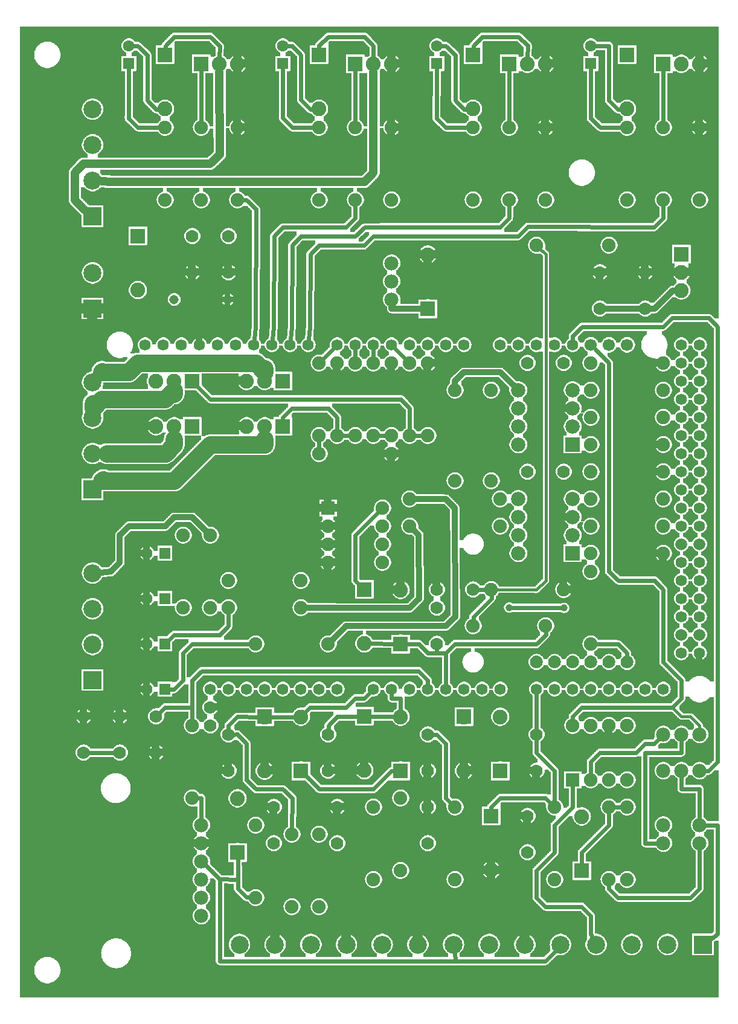
<source format=gbl>
G04 MADE WITH FRITZING*
G04 WWW.FRITZING.ORG*
G04 DOUBLE SIDED*
G04 HOLES PLATED*
G04 CONTOUR ON CENTER OF CONTOUR VECTOR*
%ASAXBY*%
%FSLAX23Y23*%
%MOIN*%
%OFA0B0*%
%SFA1.0B1.0*%
%ADD10C,0.075000*%
%ADD11C,0.082000*%
%ADD12C,0.070000*%
%ADD13C,0.062500*%
%ADD14C,0.065555*%
%ADD15C,0.066694*%
%ADD16C,0.078000*%
%ADD17C,0.051496*%
%ADD18C,0.079370*%
%ADD19C,0.062992*%
%ADD20C,0.099055*%
%ADD21C,0.039370*%
%ADD22R,0.082000X0.082000*%
%ADD23R,0.075000X0.075000*%
%ADD24R,0.079370X0.079370*%
%ADD25R,0.062992X0.062992*%
%ADD26R,0.099055X0.099055*%
%ADD27C,0.024000*%
%ADD28C,0.095000*%
%ADD29C,0.032000*%
%ADD30C,0.016000*%
%ADD31C,0.048000*%
%ADD32R,0.001000X0.001000*%
%LNCOPPER0*%
G90*
G70*
G54D10*
X1391Y4453D03*
X3382Y3547D03*
X1868Y3256D03*
X3485Y5328D03*
G54D11*
X992Y3441D03*
X892Y3441D03*
X792Y3441D03*
X1492Y3441D03*
X1392Y3441D03*
X1292Y3441D03*
X1492Y3191D03*
X1392Y3191D03*
X1292Y3191D03*
X992Y3191D03*
X892Y3191D03*
X792Y3191D03*
G54D12*
X1092Y1641D03*
X1092Y1541D03*
G54D10*
X1342Y591D03*
X1342Y991D03*
G54D13*
X2992Y1741D03*
X1392Y1741D03*
X3092Y1741D03*
X3192Y1741D03*
X3292Y1741D03*
X3392Y1741D03*
X3692Y3141D03*
X3492Y1741D03*
X3592Y1741D03*
X1432Y3641D03*
X1992Y1741D03*
X2092Y1741D03*
X2192Y1741D03*
X2292Y1741D03*
X3692Y2341D03*
X2392Y1741D03*
X2492Y1741D03*
X2592Y1741D03*
X2692Y1741D03*
X2192Y3641D03*
X3692Y3541D03*
X3692Y2741D03*
X3692Y1941D03*
X1032Y3641D03*
X1792Y1741D03*
X1792Y3641D03*
X3692Y3341D03*
X3692Y2941D03*
G54D14*
X3692Y2541D03*
G54D15*
X3392Y3641D03*
G54D13*
X3692Y2141D03*
G54D15*
X3292Y3641D03*
X3192Y3641D03*
G54D13*
X3092Y3641D03*
X2992Y3641D03*
X2892Y3641D03*
X2792Y3641D03*
X2692Y3641D03*
X832Y3641D03*
X1232Y3641D03*
X1632Y3641D03*
X1192Y1741D03*
X1592Y1741D03*
X2392Y3641D03*
X1992Y3641D03*
X3692Y3641D03*
X3692Y3441D03*
X3692Y3241D03*
X3692Y3041D03*
X3692Y2841D03*
X3692Y2641D03*
X3692Y2441D03*
X3692Y2241D03*
G54D14*
X3692Y2041D03*
G54D13*
X732Y3641D03*
X932Y3641D03*
X1132Y3641D03*
X1332Y3641D03*
X1532Y3641D03*
X1092Y1741D03*
X1292Y1741D03*
X1492Y1741D03*
X1692Y1741D03*
X2492Y3641D03*
X2292Y3641D03*
X2092Y3641D03*
X1892Y3641D03*
X3792Y3641D03*
X3792Y3541D03*
X3792Y3441D03*
X3792Y3341D03*
X3792Y3241D03*
X3792Y3141D03*
X3792Y3041D03*
X3792Y2941D03*
X3792Y2841D03*
X3792Y2741D03*
X3792Y2641D03*
G54D14*
X3792Y2541D03*
G54D13*
X3792Y2441D03*
X3792Y2341D03*
X3792Y2241D03*
X3792Y2141D03*
G54D14*
X3792Y2041D03*
G54D13*
X3792Y1941D03*
X2892Y1741D03*
G54D11*
X2292Y3841D03*
X2292Y4139D03*
G54D10*
X992Y1141D03*
X992Y1541D03*
G54D16*
X1042Y991D03*
X1042Y891D03*
X1042Y791D03*
X1042Y691D03*
X1042Y591D03*
X1042Y491D03*
G54D10*
X3092Y1241D03*
X3092Y1541D03*
X3192Y1241D03*
X3192Y1541D03*
X3292Y1241D03*
X3292Y1541D03*
X3392Y1241D03*
X3392Y1541D03*
G54D16*
X3592Y1291D03*
X3692Y1291D03*
X3792Y1291D03*
X3792Y1491D03*
X3692Y1491D03*
X3592Y1491D03*
X2092Y3891D03*
X2092Y3991D03*
X2092Y4091D03*
G54D10*
X3292Y1091D03*
X3292Y691D03*
X3392Y1091D03*
X3392Y691D03*
G54D16*
X3592Y991D03*
X3592Y891D03*
X3792Y991D03*
X3792Y891D03*
G54D10*
X3592Y2491D03*
X3192Y2491D03*
X2292Y3541D03*
X2292Y3141D03*
X1792Y3541D03*
X1792Y3141D03*
X3592Y3091D03*
X3192Y3091D03*
X3592Y2941D03*
X3192Y2941D03*
X2092Y3541D03*
X2092Y3141D03*
X2092Y3041D03*
X1692Y3041D03*
X3592Y3541D03*
X3192Y3541D03*
G54D11*
X3692Y4141D03*
X3692Y4041D03*
X3692Y3941D03*
G54D12*
X1192Y4041D03*
X1192Y4241D03*
X3492Y4041D03*
X3492Y3841D03*
X992Y4041D03*
X992Y4241D03*
X3242Y4041D03*
X3242Y3841D03*
G54D11*
X692Y4241D03*
X692Y3943D03*
G54D17*
X892Y3891D03*
X1187Y3891D03*
G54D18*
X3092Y2491D03*
X2792Y2491D03*
X3092Y2591D03*
X2792Y2591D03*
X3092Y2691D03*
X2792Y2691D03*
X3092Y2791D03*
X2792Y2791D03*
X3092Y3091D03*
X2792Y3091D03*
X3092Y3191D03*
X2792Y3191D03*
X3092Y3291D03*
X2792Y3291D03*
X3092Y3391D03*
X2792Y3391D03*
G54D10*
X3592Y2641D03*
X3192Y2641D03*
X2192Y3541D03*
X2192Y3141D03*
X1892Y3541D03*
X1892Y3141D03*
X3592Y3241D03*
X3192Y3241D03*
X3592Y2791D03*
X3192Y2791D03*
X1992Y3541D03*
X1992Y3141D03*
X1692Y3541D03*
X1692Y3141D03*
X3592Y3391D03*
X3192Y3391D03*
G54D12*
X3042Y2941D03*
X2842Y2941D03*
X3042Y3541D03*
X2842Y3541D03*
G54D10*
X2192Y2641D03*
X2692Y2641D03*
X2642Y2891D03*
X2642Y3391D03*
X2692Y2791D03*
X2192Y2791D03*
X2442Y3391D03*
X2442Y2891D03*
X1192Y2191D03*
X1592Y2191D03*
X1092Y2191D03*
X1092Y2591D03*
X1342Y1991D03*
X1742Y1991D03*
X942Y2191D03*
X942Y2591D03*
G54D19*
X841Y1991D03*
X742Y1991D03*
X841Y2491D03*
X742Y2491D03*
X841Y1741D03*
X742Y1741D03*
X841Y2241D03*
X742Y2241D03*
G54D10*
X2642Y2291D03*
X3042Y2291D03*
X2142Y1141D03*
X2142Y741D03*
X1692Y941D03*
X1692Y541D03*
G54D12*
X1742Y1291D03*
X1742Y1491D03*
X1792Y1091D03*
X1792Y891D03*
X1192Y1291D03*
X1192Y1491D03*
X1442Y1091D03*
X1442Y891D03*
G54D10*
X1992Y691D03*
X1992Y1091D03*
X1542Y541D03*
X1542Y941D03*
G54D11*
X2142Y1291D03*
X2142Y1589D03*
X1392Y1589D03*
X1392Y1291D03*
X1592Y1291D03*
X1592Y1589D03*
X1242Y841D03*
X1242Y1139D03*
X2142Y1991D03*
X2142Y2289D03*
X1942Y1591D03*
X1942Y1293D03*
G54D20*
X442Y2845D03*
X442Y3041D03*
X442Y3238D03*
X442Y3435D03*
X3812Y332D03*
X3615Y332D03*
X3418Y332D03*
X3221Y332D03*
X3024Y332D03*
X2827Y332D03*
X2631Y332D03*
X2434Y332D03*
X2237Y332D03*
X2040Y332D03*
X1843Y332D03*
X1646Y332D03*
X1449Y332D03*
X1253Y332D03*
G54D12*
X2892Y1291D03*
X2892Y1491D03*
X792Y1591D03*
X792Y1391D03*
X2292Y1291D03*
X2292Y1491D03*
X392Y1591D03*
X392Y1391D03*
X592Y1591D03*
X592Y1391D03*
X2842Y1041D03*
X2842Y841D03*
X2292Y1091D03*
X2292Y891D03*
G54D10*
X2992Y691D03*
X2992Y1091D03*
X2442Y691D03*
X2442Y1091D03*
G54D11*
X3142Y741D03*
X3142Y1039D03*
X2692Y1291D03*
X2692Y1589D03*
X2642Y1041D03*
X2642Y743D03*
X2492Y1589D03*
X2492Y1291D03*
G54D10*
X3292Y4191D03*
X2892Y4191D03*
G54D12*
X2342Y2291D03*
X2542Y2291D03*
X2342Y2191D03*
X2342Y1991D03*
G54D10*
X2542Y2091D03*
X2942Y2091D03*
G54D11*
X1942Y2291D03*
X1942Y1993D03*
G54D10*
X842Y4441D03*
X842Y4841D03*
X2542Y4441D03*
X2542Y4841D03*
X1692Y4441D03*
X1692Y4841D03*
X3392Y4441D03*
X3392Y4841D03*
G54D19*
X642Y5193D03*
X642Y5291D03*
X2342Y5193D03*
X2342Y5291D03*
X1492Y5193D03*
X1492Y5291D03*
X3192Y5193D03*
X3192Y5291D03*
G54D11*
X842Y5241D03*
X842Y4943D03*
X2542Y5241D03*
X2542Y4943D03*
X1692Y5241D03*
X1692Y4943D03*
X3392Y5241D03*
X3392Y4943D03*
X1042Y5191D03*
X1142Y5191D03*
X1242Y5191D03*
X2742Y5191D03*
X2842Y5191D03*
X2942Y5191D03*
X1892Y5191D03*
X1992Y5191D03*
X2092Y5191D03*
X3592Y5191D03*
X3692Y5191D03*
X3792Y5191D03*
G54D10*
X1042Y4441D03*
X1042Y4841D03*
X2742Y4441D03*
X2742Y4841D03*
X1892Y4441D03*
X1892Y4841D03*
X3592Y4441D03*
X3592Y4841D03*
X1242Y4441D03*
X1242Y4841D03*
X2942Y4441D03*
X2942Y4841D03*
X2092Y4441D03*
X2092Y4841D03*
X3792Y4441D03*
X3792Y4841D03*
G54D20*
X442Y3841D03*
X442Y4038D03*
X442Y1791D03*
X442Y1988D03*
X442Y2185D03*
X442Y2382D03*
X442Y4351D03*
X442Y4548D03*
X442Y4745D03*
X442Y4941D03*
G54D12*
X2892Y1891D03*
X2992Y1891D03*
X3092Y1891D03*
X3192Y1891D03*
X3292Y1891D03*
X3392Y1891D03*
G54D10*
X1742Y2741D03*
X2042Y2741D03*
X1742Y2641D03*
X2042Y2641D03*
X1742Y2541D03*
X2042Y2541D03*
X1742Y2441D03*
X2042Y2441D03*
G54D21*
X3044Y2190D03*
X2742Y2191D03*
G54D10*
X3192Y1991D03*
X3192Y2391D03*
X1592Y2341D03*
X1192Y2341D03*
G54D22*
X992Y3441D03*
X1492Y3441D03*
X1492Y3191D03*
X992Y3191D03*
X2292Y3840D03*
G54D23*
X3092Y1241D03*
G54D22*
X3692Y4141D03*
X692Y4242D03*
G54D24*
X3092Y2491D03*
X3092Y3091D03*
G54D25*
X841Y1991D03*
X841Y2491D03*
X841Y1741D03*
X841Y2241D03*
G54D22*
X2142Y1290D03*
X1392Y1590D03*
X1592Y1290D03*
X1242Y840D03*
X2142Y1990D03*
X1942Y1592D03*
G54D26*
X442Y2845D03*
X3812Y332D03*
G54D22*
X3142Y740D03*
X2692Y1290D03*
X2642Y1042D03*
X2492Y1590D03*
X1942Y2292D03*
G54D25*
X642Y5193D03*
X2342Y5193D03*
X1492Y5193D03*
X3192Y5193D03*
G54D22*
X842Y5242D03*
X2542Y5242D03*
X1692Y5242D03*
X3392Y5242D03*
X1042Y5191D03*
X2742Y5191D03*
X1892Y5191D03*
X3592Y5191D03*
G54D26*
X442Y3841D03*
X442Y1791D03*
X442Y4351D03*
G54D23*
X1742Y2741D03*
G54D27*
X2942Y1141D02*
X2972Y1112D01*
D02*
X2692Y1141D02*
X2942Y1141D01*
D02*
X2642Y1091D02*
X2692Y1141D01*
D02*
X2642Y1074D02*
X2642Y1091D01*
D02*
X2892Y1518D02*
X2892Y1713D01*
D02*
X3292Y3541D02*
X3292Y2390D01*
D02*
X3214Y3620D02*
X3292Y3541D01*
D02*
X3292Y2390D02*
X3344Y2341D01*
D02*
X3544Y2341D02*
X3592Y2290D01*
D02*
X3344Y2341D02*
X3544Y2341D01*
D02*
X3692Y1791D02*
X3692Y1691D01*
D02*
X3692Y1691D02*
X3642Y1641D01*
D02*
X3642Y1641D02*
X3142Y1641D01*
D02*
X3142Y1641D02*
X3092Y1591D01*
D02*
X3592Y1890D02*
X3692Y1791D01*
D02*
X3092Y1591D02*
X3092Y1570D01*
D02*
X3592Y2290D02*
X3592Y1890D01*
D02*
X3292Y991D02*
X3292Y1063D01*
D02*
X3142Y841D02*
X3292Y991D01*
D02*
X3142Y774D02*
X3142Y841D01*
G54D28*
D02*
X892Y3390D02*
X892Y3370D01*
D02*
X444Y3290D02*
X492Y3341D01*
D02*
X492Y3341D02*
X840Y3341D01*
D02*
X840Y3341D02*
X892Y3390D01*
D02*
X445Y3318D02*
X444Y3290D01*
D02*
X1344Y3541D02*
X1392Y3490D01*
D02*
X1392Y3490D02*
X1392Y3512D01*
D02*
X692Y3541D02*
X1344Y3541D01*
D02*
X642Y3491D02*
X692Y3541D01*
D02*
X492Y3491D02*
X642Y3491D01*
D02*
X495Y3495D02*
X492Y3491D01*
G54D27*
D02*
X2192Y3290D02*
X2192Y3170D01*
D02*
X1092Y3341D02*
X2144Y3341D01*
D02*
X2144Y3341D02*
X2192Y3290D01*
D02*
X1015Y3419D02*
X1092Y3341D01*
D02*
X1744Y3290D02*
X1792Y3241D01*
D02*
X1792Y3241D02*
X1792Y3170D01*
D02*
X1540Y3290D02*
X1744Y3290D01*
D02*
X1492Y3241D02*
X1540Y3290D01*
D02*
X1492Y3224D02*
X1492Y3241D01*
G54D28*
D02*
X892Y3090D02*
X892Y3120D01*
D02*
X844Y3041D02*
X892Y3090D01*
D02*
X522Y3041D02*
X844Y3041D01*
D02*
X1392Y3090D02*
X1392Y3120D01*
D02*
X492Y2890D02*
X892Y2890D01*
D02*
X892Y2890D02*
X1092Y3090D01*
D02*
X1092Y3090D02*
X1392Y3090D01*
D02*
X501Y2898D02*
X492Y2890D01*
G54D27*
D02*
X1712Y3562D02*
X1772Y3621D01*
D02*
X1892Y3570D02*
X1892Y3613D01*
D02*
X1992Y3570D02*
X1992Y3613D01*
D02*
X2172Y3562D02*
X2112Y3621D01*
D02*
X2221Y3141D02*
X2264Y3141D01*
D02*
X2021Y3141D02*
X2064Y3141D01*
D02*
X1864Y3141D02*
X1821Y3141D01*
G54D29*
D02*
X1840Y2090D02*
X2392Y2090D01*
D02*
X2392Y2090D02*
X2444Y2141D01*
D02*
X2444Y2141D02*
X2440Y2741D01*
D02*
X2440Y2741D02*
X2392Y2790D01*
D02*
X1766Y2016D02*
X1840Y2090D01*
D02*
X2392Y2790D02*
X2226Y2791D01*
D02*
X544Y2390D02*
X592Y2441D01*
D02*
X592Y2441D02*
X592Y2590D01*
D02*
X592Y2590D02*
X644Y2641D01*
D02*
X644Y2641D02*
X844Y2641D01*
D02*
X844Y2641D02*
X892Y2690D01*
D02*
X488Y2385D02*
X544Y2390D01*
D02*
X892Y2690D02*
X992Y2690D01*
D02*
X992Y2690D02*
X1068Y2615D01*
D02*
X2192Y2190D02*
X2244Y2241D01*
D02*
X2244Y2241D02*
X2242Y2591D01*
D02*
X1792Y2190D02*
X2192Y2190D01*
D02*
X2242Y2591D02*
X2216Y2617D01*
D02*
X1626Y2191D02*
X1792Y2190D01*
G54D27*
D02*
X1244Y690D02*
X1243Y809D01*
D02*
X1244Y641D02*
X1244Y690D01*
D02*
X1292Y593D02*
X1244Y641D01*
D02*
X1314Y593D02*
X1292Y593D01*
D02*
X1244Y690D02*
X1144Y693D01*
G54D29*
D02*
X2092Y3841D02*
X2092Y3856D01*
D02*
X2254Y3841D02*
X2092Y3841D01*
G54D27*
D02*
X2392Y1441D02*
X2392Y1141D01*
D02*
X2342Y1491D02*
X2392Y1441D01*
D02*
X2318Y1491D02*
X2342Y1491D01*
D02*
X2992Y1291D02*
X2892Y1391D01*
D02*
X2992Y1120D02*
X2992Y1291D01*
D02*
X2892Y1391D02*
X2892Y1465D01*
D02*
X3192Y391D02*
X3203Y369D01*
D02*
X3192Y491D02*
X3192Y391D01*
D02*
X2942Y541D02*
X3142Y541D01*
D02*
X2442Y291D02*
X2442Y293D01*
D02*
X2444Y241D02*
X2442Y291D01*
D02*
X2568Y2291D02*
X2614Y2291D01*
G54D30*
D02*
X2944Y4141D02*
X2944Y2341D01*
D02*
X2944Y2341D02*
X2892Y2290D01*
D02*
X2909Y4175D02*
X2944Y4141D01*
D02*
X2892Y2290D02*
X2665Y2291D01*
G54D27*
D02*
X2643Y2241D02*
X2643Y2263D01*
D02*
X2543Y2141D02*
X2643Y2241D01*
D02*
X2543Y2120D02*
X2543Y2141D01*
D02*
X1692Y3070D02*
X1692Y3113D01*
D02*
X992Y1641D02*
X992Y1570D01*
D02*
X992Y1790D02*
X992Y1641D01*
D02*
X2292Y1791D02*
X2242Y1841D01*
D02*
X2292Y1770D02*
X2292Y1791D01*
D02*
X1042Y1141D02*
X1021Y1141D01*
D02*
X1042Y1022D02*
X1042Y1141D01*
D02*
X592Y1391D02*
X418Y1391D01*
D02*
X842Y1641D02*
X992Y1641D01*
D02*
X811Y1610D02*
X842Y1641D01*
D02*
X2992Y290D02*
X2940Y241D01*
D02*
X3000Y300D02*
X2992Y290D01*
D02*
X1144Y693D02*
X1064Y771D01*
D02*
X2444Y241D02*
X1144Y241D01*
D02*
X1144Y241D02*
X1144Y693D01*
D02*
X2940Y241D02*
X2444Y241D01*
G54D30*
D02*
X3692Y1591D02*
X3642Y1641D01*
D02*
X3742Y1591D02*
X3692Y1591D01*
D02*
X3792Y1541D02*
X3742Y1591D01*
D02*
X3792Y1516D02*
X3792Y1541D01*
G54D27*
D02*
X3892Y391D02*
X3844Y356D01*
D02*
X3892Y991D02*
X3892Y391D01*
D02*
X3822Y991D02*
X3892Y991D01*
D02*
X3692Y1191D02*
X3692Y1261D01*
D02*
X3792Y1191D02*
X3692Y1191D01*
D02*
X3792Y1022D02*
X3792Y1191D01*
D02*
X3742Y591D02*
X3792Y641D01*
D02*
X3292Y641D02*
X3342Y591D01*
D02*
X3292Y663D02*
X3292Y641D01*
D02*
X3321Y1091D02*
X3364Y1091D01*
D02*
X3492Y891D02*
X3562Y891D01*
D02*
X3492Y1391D02*
X3492Y891D01*
D02*
X3692Y1391D02*
X3492Y1391D01*
D02*
X3692Y1461D02*
X3692Y1391D01*
D02*
X3542Y1441D02*
X3571Y1470D01*
D02*
X3492Y1441D02*
X3542Y1441D01*
D02*
X3442Y1391D02*
X3492Y1441D01*
D02*
X3242Y1391D02*
X3442Y1391D01*
D02*
X3192Y1341D02*
X3242Y1391D01*
D02*
X3192Y1270D02*
X3192Y1341D01*
D02*
X2110Y1992D02*
X1974Y1993D01*
D02*
X2392Y1770D02*
X2392Y1941D01*
D02*
X1144Y2041D02*
X1192Y2090D01*
D02*
X1192Y2090D02*
X1192Y2163D01*
D02*
X892Y2041D02*
X1144Y2041D01*
D02*
X860Y2010D02*
X892Y2041D01*
D02*
X892Y1741D02*
X940Y1790D01*
D02*
X940Y1790D02*
X940Y1941D01*
D02*
X940Y1941D02*
X992Y1990D01*
D02*
X992Y1990D02*
X1314Y1991D01*
D02*
X867Y1741D02*
X892Y1741D01*
G54D29*
D02*
X3544Y3841D02*
X3524Y3841D01*
D02*
X3644Y3941D02*
X3544Y3841D01*
D02*
X3654Y3941D02*
X3644Y3941D01*
D02*
X3460Y3841D02*
X3274Y3841D01*
D02*
X2492Y3490D02*
X2440Y3441D01*
D02*
X2440Y3441D02*
X2441Y3426D01*
D02*
X2692Y3490D02*
X2492Y3490D01*
D02*
X2766Y3417D02*
X2692Y3490D01*
G54D27*
D02*
X1042Y5159D02*
X1042Y4870D01*
D02*
X1892Y4870D02*
X1892Y5159D01*
D02*
X1592Y4241D02*
X1892Y4241D01*
D02*
X1892Y4241D02*
X1944Y4290D01*
D02*
X2692Y4290D02*
X2741Y4341D01*
D02*
X1944Y4290D02*
X2692Y4290D01*
D02*
X1544Y4190D02*
X1592Y4241D01*
D02*
X1542Y3741D02*
X1544Y4190D01*
D02*
X1535Y3670D02*
X1542Y3741D01*
D02*
X2741Y4341D02*
X2742Y4413D01*
D02*
X1692Y4190D02*
X1940Y4190D01*
D02*
X1940Y4190D02*
X1992Y4241D01*
D02*
X1992Y4241D02*
X2792Y4241D01*
D02*
X2792Y4241D02*
X2843Y4293D01*
D02*
X3541Y4290D02*
X3592Y4341D01*
D02*
X2843Y4293D02*
X3541Y4290D01*
D02*
X1644Y4141D02*
X1692Y4190D01*
D02*
X1642Y3741D02*
X1644Y4141D01*
D02*
X1635Y3670D02*
X1642Y3741D01*
D02*
X3592Y4341D02*
X3592Y4413D01*
D02*
X1892Y4341D02*
X1892Y4413D01*
D02*
X1840Y4290D02*
X1892Y4341D01*
D02*
X1492Y4290D02*
X1840Y4290D01*
D02*
X1444Y4241D02*
X1492Y4290D01*
D02*
X1442Y3741D02*
X1444Y4241D01*
D02*
X1435Y3670D02*
X1442Y3741D01*
D02*
X1292Y4441D02*
X1271Y4441D01*
D02*
X1344Y4390D02*
X1292Y4441D01*
D02*
X1342Y3741D02*
X1344Y4390D01*
D02*
X1335Y3670D02*
X1342Y3741D01*
D02*
X2243Y1990D02*
X2174Y1991D01*
D02*
X2292Y1941D02*
X2243Y1990D01*
D02*
X2342Y1940D02*
X2292Y1941D01*
D02*
X2342Y1991D02*
X2342Y1940D01*
D02*
X2342Y1941D02*
X2342Y1965D01*
D02*
X2392Y1941D02*
X2342Y1941D01*
D02*
X2442Y1991D02*
X2392Y1941D01*
D02*
X2792Y1990D02*
X2442Y1991D01*
D02*
X2892Y1990D02*
X2792Y1990D01*
D02*
X2943Y2041D02*
X2892Y1990D01*
D02*
X2943Y2063D02*
X2943Y2041D01*
G54D31*
D02*
X544Y4541D02*
X1943Y4541D01*
D02*
X1943Y4541D02*
X1992Y4590D01*
D02*
X1992Y4590D02*
X1992Y5148D01*
D02*
X494Y4545D02*
X544Y4541D01*
G54D27*
D02*
X3192Y4890D02*
X3192Y5166D01*
D02*
X3244Y4841D02*
X3192Y4890D01*
D02*
X3364Y4841D02*
X3244Y4841D01*
D02*
X3592Y5159D02*
X3592Y4870D01*
D02*
X3292Y4990D02*
X3292Y5291D01*
D02*
X3340Y4941D02*
X3292Y4990D01*
D02*
X3292Y5291D02*
X3219Y5291D01*
D02*
X3360Y4942D02*
X3340Y4941D01*
D02*
X2843Y5293D02*
X2842Y5224D01*
D02*
X2792Y5341D02*
X2843Y5293D01*
D02*
X2592Y5341D02*
X2792Y5341D01*
D02*
X2543Y5290D02*
X2592Y5341D01*
D02*
X2543Y5274D02*
X2543Y5290D01*
D02*
X1692Y5293D02*
X1692Y5274D01*
D02*
X1743Y5341D02*
X1692Y5293D01*
D02*
X1943Y5341D02*
X1743Y5341D01*
D02*
X1992Y5290D02*
X1943Y5341D01*
D02*
X1992Y5224D02*
X1992Y5290D01*
D02*
X843Y5290D02*
X843Y5274D01*
D02*
X892Y5341D02*
X843Y5290D01*
D02*
X1092Y5341D02*
X892Y5341D01*
D02*
X1143Y5290D02*
X1092Y5341D01*
D02*
X1142Y5224D02*
X1143Y5290D01*
D02*
X2492Y4941D02*
X2510Y4942D01*
D02*
X2444Y4990D02*
X2492Y4941D01*
D02*
X2443Y5241D02*
X2444Y4990D01*
D02*
X2392Y5290D02*
X2443Y5241D01*
D02*
X2369Y5291D02*
X2392Y5290D01*
D02*
X1643Y4941D02*
X1660Y4942D01*
D02*
X1592Y4993D02*
X1643Y4941D01*
D02*
X1592Y5241D02*
X1592Y4993D01*
D02*
X1543Y5290D02*
X1592Y5241D01*
D02*
X1519Y5291D02*
X1543Y5290D01*
D02*
X792Y4941D02*
X810Y4942D01*
D02*
X743Y5241D02*
X743Y4990D01*
D02*
X692Y5290D02*
X743Y5241D01*
D02*
X743Y4990D02*
X792Y4941D01*
D02*
X669Y5291D02*
X692Y5290D01*
D02*
X1543Y4841D02*
X1492Y4893D01*
D02*
X1492Y4893D02*
X1492Y5166D01*
D02*
X1664Y4841D02*
X1543Y4841D01*
D02*
X692Y4841D02*
X641Y4890D01*
D02*
X641Y4890D02*
X642Y5166D01*
D02*
X814Y4841D02*
X692Y4841D01*
D02*
X2340Y4890D02*
X2342Y5166D01*
D02*
X2392Y4841D02*
X2340Y4890D01*
D02*
X2514Y4841D02*
X2392Y4841D01*
D02*
X2742Y4870D02*
X2742Y5159D01*
G54D31*
D02*
X1092Y4641D02*
X1143Y4690D01*
D02*
X392Y4641D02*
X1092Y4641D01*
D02*
X343Y4590D02*
X392Y4641D01*
D02*
X1143Y4690D02*
X1142Y5148D01*
D02*
X343Y4441D02*
X343Y4590D01*
D02*
X392Y4391D02*
X343Y4441D01*
D02*
X402Y4383D02*
X392Y4391D01*
G54D27*
D02*
X1614Y1613D02*
X1642Y1641D01*
D02*
X1842Y1641D02*
X1892Y1691D01*
D02*
X1892Y1691D02*
X1942Y1691D01*
D02*
X1642Y1641D02*
X1842Y1641D01*
D02*
X1942Y1691D02*
X1972Y1721D01*
D02*
X2142Y1691D02*
X2142Y1622D01*
D02*
X2092Y1691D02*
X2142Y1691D01*
D02*
X2092Y1713D02*
X2092Y1691D01*
D02*
X2110Y1590D02*
X1974Y1591D01*
D02*
X1424Y1589D02*
X1560Y1589D01*
D02*
X1744Y1541D02*
X1743Y1518D01*
D02*
X1792Y1590D02*
X1744Y1541D01*
D02*
X1910Y1591D02*
X1792Y1590D01*
D02*
X1240Y1590D02*
X1360Y1589D01*
D02*
X1192Y1541D02*
X1240Y1590D01*
D02*
X1192Y1518D02*
X1192Y1541D01*
D02*
X1292Y1441D02*
X1240Y1493D01*
D02*
X1292Y1241D02*
X1292Y1441D01*
D02*
X1344Y1190D02*
X1292Y1241D01*
D02*
X1492Y1190D02*
X1344Y1190D01*
D02*
X1240Y1493D02*
X1218Y1492D01*
D02*
X1544Y1141D02*
X1492Y1190D01*
D02*
X1542Y970D02*
X1544Y1141D01*
D02*
X1992Y1190D02*
X1692Y1191D01*
D02*
X1692Y1191D02*
X1644Y1241D01*
D02*
X2092Y1290D02*
X1992Y1190D01*
D02*
X1644Y1241D02*
X1615Y1269D01*
D02*
X2110Y1290D02*
X2092Y1290D01*
D02*
X2392Y1141D02*
X2442Y1091D01*
D02*
X3142Y541D02*
X3192Y491D01*
D02*
X2992Y991D02*
X2992Y841D01*
D02*
X2892Y741D02*
X2892Y591D01*
D02*
X3092Y1091D02*
X3042Y1041D01*
D02*
X3042Y1041D02*
X2992Y991D01*
D02*
X2992Y841D02*
X2892Y741D01*
D02*
X2892Y591D02*
X2942Y541D01*
D02*
X3092Y1213D02*
X3092Y1091D01*
D02*
X1044Y1841D02*
X992Y1790D01*
D02*
X2242Y1841D02*
X1044Y1841D01*
D02*
X3342Y591D02*
X3742Y591D01*
D02*
X3792Y641D02*
X3792Y861D01*
D02*
X3144Y3741D02*
X3092Y3690D01*
D02*
X3092Y3690D02*
X3092Y3670D01*
D02*
X3592Y3741D02*
X3144Y3741D01*
D02*
X3640Y3790D02*
X3592Y3741D01*
D02*
X3844Y3790D02*
X3640Y3790D01*
D02*
X3892Y3741D02*
X3844Y3790D01*
D02*
X3892Y1341D02*
X3892Y3741D01*
D02*
X3842Y1291D02*
X3892Y1341D01*
D02*
X3817Y1291D02*
X3842Y1291D01*
D02*
X1892Y2590D02*
X1892Y2341D01*
D02*
X1892Y2341D02*
X1919Y2314D01*
D02*
X2022Y2721D02*
X1940Y2641D01*
D02*
X1940Y2641D02*
X1892Y2590D01*
D02*
X3025Y2190D02*
X2761Y2191D01*
D02*
X3392Y1941D02*
X3392Y1918D01*
D02*
X3344Y1990D02*
X3392Y1941D01*
D02*
X3221Y1991D02*
X3344Y1990D01*
G36*
X3224Y5269D02*
X3224Y5267D01*
X3222Y5267D01*
X3222Y5263D01*
X3218Y5263D01*
X3218Y5261D01*
X3216Y5261D01*
X3216Y5259D01*
X3214Y5259D01*
X3214Y5257D01*
X3210Y5257D01*
X3210Y5255D01*
X3208Y5255D01*
X3208Y5235D01*
X3234Y5235D01*
X3234Y5153D01*
X3232Y5153D01*
X3232Y5151D01*
X3214Y5151D01*
X3214Y4899D01*
X3216Y4899D01*
X3216Y4897D01*
X3218Y4897D01*
X3218Y4895D01*
X3220Y4895D01*
X3220Y4893D01*
X3222Y4893D01*
X3222Y4891D01*
X3224Y4891D01*
X3224Y4889D01*
X3226Y4889D01*
X3226Y4887D01*
X3228Y4887D01*
X3228Y4885D01*
X3230Y4885D01*
X3230Y4883D01*
X3232Y4883D01*
X3232Y4881D01*
X3236Y4881D01*
X3236Y4879D01*
X3238Y4879D01*
X3238Y4877D01*
X3240Y4877D01*
X3240Y4875D01*
X3242Y4875D01*
X3242Y4873D01*
X3244Y4873D01*
X3244Y4871D01*
X3246Y4871D01*
X3246Y4869D01*
X3248Y4869D01*
X3248Y4867D01*
X3250Y4867D01*
X3250Y4865D01*
X3252Y4865D01*
X3252Y4863D01*
X3352Y4863D01*
X3352Y4867D01*
X3354Y4867D01*
X3354Y4869D01*
X3356Y4869D01*
X3356Y4871D01*
X3358Y4871D01*
X3358Y4873D01*
X3360Y4873D01*
X3360Y4875D01*
X3362Y4875D01*
X3362Y4877D01*
X3364Y4877D01*
X3364Y4879D01*
X3366Y4879D01*
X3366Y4881D01*
X3368Y4881D01*
X3368Y4901D01*
X3366Y4901D01*
X3366Y4903D01*
X3362Y4903D01*
X3362Y4905D01*
X3360Y4905D01*
X3360Y4907D01*
X3358Y4907D01*
X3358Y4909D01*
X3356Y4909D01*
X3356Y4911D01*
X3354Y4911D01*
X3354Y4913D01*
X3352Y4913D01*
X3352Y4915D01*
X3350Y4915D01*
X3350Y4919D01*
X3338Y4919D01*
X3338Y4921D01*
X3330Y4921D01*
X3330Y4923D01*
X3328Y4923D01*
X3328Y4925D01*
X3324Y4925D01*
X3324Y4927D01*
X3322Y4927D01*
X3322Y4929D01*
X3320Y4929D01*
X3320Y4931D01*
X3318Y4931D01*
X3318Y4933D01*
X3316Y4933D01*
X3316Y4935D01*
X3314Y4935D01*
X3314Y4937D01*
X3312Y4937D01*
X3312Y4939D01*
X3310Y4939D01*
X3310Y4941D01*
X3308Y4941D01*
X3308Y4943D01*
X3306Y4943D01*
X3306Y4945D01*
X3304Y4945D01*
X3304Y4947D01*
X3302Y4947D01*
X3302Y4949D01*
X3300Y4949D01*
X3300Y4951D01*
X3298Y4951D01*
X3298Y4953D01*
X3296Y4953D01*
X3296Y4955D01*
X3294Y4955D01*
X3294Y4957D01*
X3292Y4957D01*
X3292Y4959D01*
X3290Y4959D01*
X3290Y4961D01*
X3288Y4961D01*
X3288Y4963D01*
X3286Y4963D01*
X3286Y4965D01*
X3284Y4965D01*
X3284Y4967D01*
X3282Y4967D01*
X3282Y4969D01*
X3280Y4969D01*
X3280Y4971D01*
X3278Y4971D01*
X3278Y4973D01*
X3276Y4973D01*
X3276Y4977D01*
X3274Y4977D01*
X3274Y4979D01*
X3272Y4979D01*
X3272Y4983D01*
X3270Y4983D01*
X3270Y5269D01*
X3224Y5269D01*
G37*
D02*
G36*
X668Y5263D02*
X668Y5261D01*
X666Y5261D01*
X666Y5259D01*
X664Y5259D01*
X664Y5257D01*
X660Y5257D01*
X660Y5255D01*
X658Y5255D01*
X658Y5235D01*
X684Y5235D01*
X684Y5153D01*
X682Y5153D01*
X682Y5151D01*
X664Y5151D01*
X664Y4899D01*
X666Y4899D01*
X666Y4897D01*
X668Y4897D01*
X668Y4895D01*
X670Y4895D01*
X670Y4893D01*
X672Y4893D01*
X672Y4891D01*
X674Y4891D01*
X674Y4889D01*
X676Y4889D01*
X676Y4887D01*
X678Y4887D01*
X678Y4885D01*
X680Y4885D01*
X680Y4883D01*
X682Y4883D01*
X682Y4881D01*
X684Y4881D01*
X684Y4879D01*
X686Y4879D01*
X686Y4877D01*
X688Y4877D01*
X688Y4875D01*
X690Y4875D01*
X690Y4873D01*
X692Y4873D01*
X692Y4871D01*
X694Y4871D01*
X694Y4869D01*
X696Y4869D01*
X696Y4867D01*
X698Y4867D01*
X698Y4865D01*
X700Y4865D01*
X700Y4863D01*
X802Y4863D01*
X802Y4867D01*
X804Y4867D01*
X804Y4869D01*
X806Y4869D01*
X806Y4871D01*
X808Y4871D01*
X808Y4873D01*
X810Y4873D01*
X810Y4875D01*
X812Y4875D01*
X812Y4877D01*
X814Y4877D01*
X814Y4879D01*
X816Y4879D01*
X816Y4881D01*
X818Y4881D01*
X818Y4901D01*
X816Y4901D01*
X816Y4903D01*
X812Y4903D01*
X812Y4905D01*
X810Y4905D01*
X810Y4907D01*
X808Y4907D01*
X808Y4909D01*
X806Y4909D01*
X806Y4911D01*
X804Y4911D01*
X804Y4913D01*
X802Y4913D01*
X802Y4915D01*
X800Y4915D01*
X800Y4919D01*
X790Y4919D01*
X790Y4921D01*
X782Y4921D01*
X782Y4923D01*
X780Y4923D01*
X780Y4925D01*
X776Y4925D01*
X776Y4927D01*
X774Y4927D01*
X774Y4929D01*
X772Y4929D01*
X772Y4931D01*
X770Y4931D01*
X770Y4933D01*
X768Y4933D01*
X768Y4935D01*
X766Y4935D01*
X766Y4937D01*
X764Y4937D01*
X764Y4939D01*
X762Y4939D01*
X762Y4941D01*
X760Y4941D01*
X760Y4943D01*
X758Y4943D01*
X758Y4945D01*
X756Y4945D01*
X756Y4947D01*
X754Y4947D01*
X754Y4949D01*
X752Y4949D01*
X752Y4951D01*
X750Y4951D01*
X750Y4953D01*
X748Y4953D01*
X748Y4955D01*
X746Y4955D01*
X746Y4957D01*
X744Y4957D01*
X744Y4959D01*
X742Y4959D01*
X742Y4961D01*
X740Y4961D01*
X740Y4963D01*
X738Y4963D01*
X738Y4965D01*
X736Y4965D01*
X736Y4967D01*
X734Y4967D01*
X734Y4969D01*
X732Y4969D01*
X732Y4971D01*
X730Y4971D01*
X730Y4973D01*
X728Y4973D01*
X728Y4975D01*
X726Y4975D01*
X726Y4979D01*
X724Y4979D01*
X724Y4983D01*
X722Y4983D01*
X722Y5233D01*
X720Y5233D01*
X720Y5235D01*
X718Y5235D01*
X718Y5237D01*
X716Y5237D01*
X716Y5239D01*
X714Y5239D01*
X714Y5241D01*
X712Y5241D01*
X712Y5243D01*
X710Y5243D01*
X710Y5245D01*
X706Y5245D01*
X706Y5247D01*
X704Y5247D01*
X704Y5249D01*
X702Y5249D01*
X702Y5251D01*
X700Y5251D01*
X700Y5253D01*
X698Y5253D01*
X698Y5255D01*
X696Y5255D01*
X696Y5257D01*
X694Y5257D01*
X694Y5259D01*
X692Y5259D01*
X692Y5261D01*
X690Y5261D01*
X690Y5263D01*
X668Y5263D01*
G37*
D02*
G36*
X1518Y5263D02*
X1518Y5261D01*
X1516Y5261D01*
X1516Y5259D01*
X1514Y5259D01*
X1514Y5257D01*
X1510Y5257D01*
X1510Y5255D01*
X1508Y5255D01*
X1508Y5235D01*
X1534Y5235D01*
X1534Y5153D01*
X1532Y5153D01*
X1532Y5151D01*
X1514Y5151D01*
X1514Y4901D01*
X1516Y4901D01*
X1516Y4899D01*
X1518Y4899D01*
X1518Y4897D01*
X1520Y4897D01*
X1520Y4895D01*
X1522Y4895D01*
X1522Y4893D01*
X1524Y4893D01*
X1524Y4891D01*
X1526Y4891D01*
X1526Y4889D01*
X1528Y4889D01*
X1528Y4887D01*
X1530Y4887D01*
X1530Y4885D01*
X1532Y4885D01*
X1532Y4883D01*
X1534Y4883D01*
X1534Y4881D01*
X1536Y4881D01*
X1536Y4879D01*
X1538Y4879D01*
X1538Y4877D01*
X1540Y4877D01*
X1540Y4875D01*
X1542Y4875D01*
X1542Y4873D01*
X1544Y4873D01*
X1544Y4871D01*
X1546Y4871D01*
X1546Y4869D01*
X1548Y4869D01*
X1548Y4867D01*
X1550Y4867D01*
X1550Y4865D01*
X1552Y4865D01*
X1552Y4863D01*
X1652Y4863D01*
X1652Y4867D01*
X1654Y4867D01*
X1654Y4869D01*
X1656Y4869D01*
X1656Y4871D01*
X1658Y4871D01*
X1658Y4873D01*
X1660Y4873D01*
X1660Y4875D01*
X1662Y4875D01*
X1662Y4877D01*
X1664Y4877D01*
X1664Y4879D01*
X1666Y4879D01*
X1666Y4881D01*
X1668Y4881D01*
X1668Y4901D01*
X1666Y4901D01*
X1666Y4903D01*
X1662Y4903D01*
X1662Y4905D01*
X1660Y4905D01*
X1660Y4907D01*
X1658Y4907D01*
X1658Y4909D01*
X1656Y4909D01*
X1656Y4911D01*
X1654Y4911D01*
X1654Y4913D01*
X1652Y4913D01*
X1652Y4915D01*
X1650Y4915D01*
X1650Y4919D01*
X1640Y4919D01*
X1640Y4921D01*
X1634Y4921D01*
X1634Y4923D01*
X1630Y4923D01*
X1630Y4925D01*
X1628Y4925D01*
X1628Y4927D01*
X1626Y4927D01*
X1626Y4929D01*
X1624Y4929D01*
X1624Y4931D01*
X1622Y4931D01*
X1622Y4933D01*
X1620Y4933D01*
X1620Y4935D01*
X1618Y4935D01*
X1618Y4937D01*
X1616Y4937D01*
X1616Y4939D01*
X1614Y4939D01*
X1614Y4941D01*
X1612Y4941D01*
X1612Y4943D01*
X1610Y4943D01*
X1610Y4945D01*
X1608Y4945D01*
X1608Y4947D01*
X1606Y4947D01*
X1606Y4949D01*
X1604Y4949D01*
X1604Y4951D01*
X1602Y4951D01*
X1602Y4953D01*
X1600Y4953D01*
X1600Y4955D01*
X1598Y4955D01*
X1598Y4957D01*
X1596Y4957D01*
X1596Y4959D01*
X1594Y4959D01*
X1594Y4961D01*
X1592Y4961D01*
X1592Y4963D01*
X1590Y4963D01*
X1590Y4965D01*
X1588Y4965D01*
X1588Y4967D01*
X1586Y4967D01*
X1586Y4969D01*
X1584Y4969D01*
X1584Y4971D01*
X1582Y4971D01*
X1582Y4973D01*
X1580Y4973D01*
X1580Y4975D01*
X1578Y4975D01*
X1578Y4977D01*
X1576Y4977D01*
X1576Y4979D01*
X1574Y4979D01*
X1574Y4983D01*
X1572Y4983D01*
X1572Y4987D01*
X1570Y4987D01*
X1570Y5233D01*
X1568Y5233D01*
X1568Y5235D01*
X1566Y5235D01*
X1566Y5237D01*
X1564Y5237D01*
X1564Y5239D01*
X1562Y5239D01*
X1562Y5241D01*
X1560Y5241D01*
X1560Y5243D01*
X1558Y5243D01*
X1558Y5245D01*
X1556Y5245D01*
X1556Y5247D01*
X1554Y5247D01*
X1554Y5249D01*
X1552Y5249D01*
X1552Y5251D01*
X1550Y5251D01*
X1550Y5253D01*
X1548Y5253D01*
X1548Y5255D01*
X1546Y5255D01*
X1546Y5257D01*
X1544Y5257D01*
X1544Y5259D01*
X1542Y5259D01*
X1542Y5261D01*
X1540Y5261D01*
X1540Y5263D01*
X1518Y5263D01*
G37*
D02*
G36*
X2368Y5263D02*
X2368Y5261D01*
X2366Y5261D01*
X2366Y5259D01*
X2364Y5259D01*
X2364Y5257D01*
X2360Y5257D01*
X2360Y5255D01*
X2358Y5255D01*
X2358Y5235D01*
X2384Y5235D01*
X2384Y5153D01*
X2382Y5153D01*
X2382Y5151D01*
X2364Y5151D01*
X2364Y5013D01*
X2362Y5013D01*
X2362Y4899D01*
X2364Y4899D01*
X2364Y4897D01*
X2366Y4897D01*
X2366Y4895D01*
X2368Y4895D01*
X2368Y4893D01*
X2370Y4893D01*
X2370Y4891D01*
X2372Y4891D01*
X2372Y4889D01*
X2374Y4889D01*
X2374Y4887D01*
X2376Y4887D01*
X2376Y4885D01*
X2378Y4885D01*
X2378Y4883D01*
X2382Y4883D01*
X2382Y4881D01*
X2384Y4881D01*
X2384Y4879D01*
X2386Y4879D01*
X2386Y4877D01*
X2388Y4877D01*
X2388Y4875D01*
X2390Y4875D01*
X2390Y4873D01*
X2392Y4873D01*
X2392Y4871D01*
X2394Y4871D01*
X2394Y4869D01*
X2396Y4869D01*
X2396Y4867D01*
X2398Y4867D01*
X2398Y4865D01*
X2400Y4865D01*
X2400Y4863D01*
X2502Y4863D01*
X2502Y4867D01*
X2504Y4867D01*
X2504Y4869D01*
X2506Y4869D01*
X2506Y4871D01*
X2508Y4871D01*
X2508Y4873D01*
X2510Y4873D01*
X2510Y4875D01*
X2512Y4875D01*
X2512Y4877D01*
X2514Y4877D01*
X2514Y4879D01*
X2516Y4879D01*
X2516Y4881D01*
X2518Y4881D01*
X2518Y4901D01*
X2516Y4901D01*
X2516Y4903D01*
X2512Y4903D01*
X2512Y4905D01*
X2510Y4905D01*
X2510Y4907D01*
X2508Y4907D01*
X2508Y4909D01*
X2506Y4909D01*
X2506Y4911D01*
X2504Y4911D01*
X2504Y4913D01*
X2502Y4913D01*
X2502Y4915D01*
X2500Y4915D01*
X2500Y4919D01*
X2490Y4919D01*
X2490Y4921D01*
X2482Y4921D01*
X2482Y4923D01*
X2480Y4923D01*
X2480Y4925D01*
X2476Y4925D01*
X2476Y4927D01*
X2474Y4927D01*
X2474Y4929D01*
X2472Y4929D01*
X2472Y4931D01*
X2470Y4931D01*
X2470Y4933D01*
X2468Y4933D01*
X2468Y4935D01*
X2466Y4935D01*
X2466Y4937D01*
X2464Y4937D01*
X2464Y4939D01*
X2462Y4939D01*
X2462Y4941D01*
X2460Y4941D01*
X2460Y4943D01*
X2458Y4943D01*
X2458Y4945D01*
X2456Y4945D01*
X2456Y4947D01*
X2454Y4947D01*
X2454Y4949D01*
X2452Y4949D01*
X2452Y4951D01*
X2450Y4951D01*
X2450Y4953D01*
X2448Y4953D01*
X2448Y4955D01*
X2446Y4955D01*
X2446Y4957D01*
X2444Y4957D01*
X2444Y4959D01*
X2442Y4959D01*
X2442Y4961D01*
X2440Y4961D01*
X2440Y4963D01*
X2438Y4963D01*
X2438Y4965D01*
X2436Y4965D01*
X2436Y4967D01*
X2434Y4967D01*
X2434Y4969D01*
X2432Y4969D01*
X2432Y4971D01*
X2430Y4971D01*
X2430Y4973D01*
X2428Y4973D01*
X2428Y4977D01*
X2426Y4977D01*
X2426Y4979D01*
X2424Y4979D01*
X2424Y4983D01*
X2422Y4983D01*
X2422Y5233D01*
X2420Y5233D01*
X2420Y5235D01*
X2418Y5235D01*
X2418Y5237D01*
X2416Y5237D01*
X2416Y5239D01*
X2414Y5239D01*
X2414Y5241D01*
X2412Y5241D01*
X2412Y5243D01*
X2410Y5243D01*
X2410Y5245D01*
X2406Y5245D01*
X2406Y5247D01*
X2404Y5247D01*
X2404Y5249D01*
X2402Y5249D01*
X2402Y5251D01*
X2400Y5251D01*
X2400Y5253D01*
X2398Y5253D01*
X2398Y5255D01*
X2396Y5255D01*
X2396Y5257D01*
X2394Y5257D01*
X2394Y5259D01*
X2392Y5259D01*
X2392Y5261D01*
X2390Y5261D01*
X2390Y5263D01*
X2368Y5263D01*
G37*
D02*
G36*
X1064Y5141D02*
X1064Y4881D01*
X1068Y4881D01*
X1068Y4879D01*
X1070Y4879D01*
X1070Y4877D01*
X1072Y4877D01*
X1072Y4875D01*
X1074Y4875D01*
X1074Y4873D01*
X1076Y4873D01*
X1076Y4871D01*
X1078Y4871D01*
X1078Y4869D01*
X1080Y4869D01*
X1080Y4867D01*
X1082Y4867D01*
X1082Y4863D01*
X1084Y4863D01*
X1084Y4859D01*
X1086Y4859D01*
X1086Y4855D01*
X1088Y4855D01*
X1088Y4847D01*
X1108Y4847D01*
X1108Y5141D01*
X1064Y5141D01*
G37*
D02*
G36*
X1914Y5141D02*
X1914Y4881D01*
X1918Y4881D01*
X1918Y4879D01*
X1920Y4879D01*
X1920Y4877D01*
X1922Y4877D01*
X1922Y4875D01*
X1924Y4875D01*
X1924Y4873D01*
X1926Y4873D01*
X1926Y4871D01*
X1928Y4871D01*
X1928Y4869D01*
X1930Y4869D01*
X1930Y4867D01*
X1932Y4867D01*
X1932Y4863D01*
X1934Y4863D01*
X1934Y4859D01*
X1936Y4859D01*
X1936Y4855D01*
X1938Y4855D01*
X1938Y4847D01*
X1958Y4847D01*
X1958Y5141D01*
X1914Y5141D01*
G37*
D02*
G36*
X1252Y4507D02*
X1252Y4487D01*
X1256Y4487D01*
X1256Y4485D01*
X1262Y4485D01*
X1262Y4483D01*
X1264Y4483D01*
X1264Y4481D01*
X1268Y4481D01*
X1268Y4479D01*
X1270Y4479D01*
X1270Y4477D01*
X1272Y4477D01*
X1272Y4475D01*
X1274Y4475D01*
X1274Y4473D01*
X1276Y4473D01*
X1276Y4471D01*
X1278Y4471D01*
X1278Y4469D01*
X1280Y4469D01*
X1280Y4467D01*
X1282Y4467D01*
X1282Y4463D01*
X1300Y4463D01*
X1300Y4461D01*
X1304Y4461D01*
X1304Y4459D01*
X1306Y4459D01*
X1306Y4457D01*
X1308Y4457D01*
X1308Y4455D01*
X1310Y4455D01*
X1310Y4453D01*
X1312Y4453D01*
X1312Y4451D01*
X1314Y4451D01*
X1314Y4449D01*
X1316Y4449D01*
X1316Y4447D01*
X1318Y4447D01*
X1318Y4445D01*
X1320Y4445D01*
X1320Y4443D01*
X1322Y4443D01*
X1322Y4441D01*
X1324Y4441D01*
X1324Y4439D01*
X1326Y4439D01*
X1326Y4437D01*
X1328Y4437D01*
X1328Y4435D01*
X1330Y4435D01*
X1330Y4433D01*
X1332Y4433D01*
X1332Y4431D01*
X1334Y4431D01*
X1334Y4429D01*
X1336Y4429D01*
X1336Y4427D01*
X1338Y4427D01*
X1338Y4425D01*
X1340Y4425D01*
X1340Y4423D01*
X1342Y4423D01*
X1342Y4421D01*
X1344Y4421D01*
X1344Y4419D01*
X1346Y4419D01*
X1346Y4417D01*
X1348Y4417D01*
X1348Y4415D01*
X1350Y4415D01*
X1350Y4413D01*
X1352Y4413D01*
X1352Y4411D01*
X1354Y4411D01*
X1354Y4409D01*
X1356Y4409D01*
X1356Y4407D01*
X1358Y4407D01*
X1358Y4405D01*
X1360Y4405D01*
X1360Y4403D01*
X1362Y4403D01*
X1362Y4401D01*
X1364Y4401D01*
X1364Y4395D01*
X1682Y4395D01*
X1682Y4397D01*
X1676Y4397D01*
X1676Y4399D01*
X1672Y4399D01*
X1672Y4401D01*
X1668Y4401D01*
X1668Y4403D01*
X1666Y4403D01*
X1666Y4405D01*
X1664Y4405D01*
X1664Y4407D01*
X1660Y4407D01*
X1660Y4409D01*
X1658Y4409D01*
X1658Y4413D01*
X1656Y4413D01*
X1656Y4415D01*
X1654Y4415D01*
X1654Y4417D01*
X1652Y4417D01*
X1652Y4421D01*
X1650Y4421D01*
X1650Y4423D01*
X1648Y4423D01*
X1648Y4429D01*
X1646Y4429D01*
X1646Y4437D01*
X1644Y4437D01*
X1644Y4447D01*
X1646Y4447D01*
X1646Y4455D01*
X1648Y4455D01*
X1648Y4459D01*
X1650Y4459D01*
X1650Y4463D01*
X1652Y4463D01*
X1652Y4467D01*
X1654Y4467D01*
X1654Y4469D01*
X1656Y4469D01*
X1656Y4471D01*
X1658Y4471D01*
X1658Y4473D01*
X1660Y4473D01*
X1660Y4475D01*
X1662Y4475D01*
X1662Y4477D01*
X1664Y4477D01*
X1664Y4479D01*
X1666Y4479D01*
X1666Y4481D01*
X1670Y4481D01*
X1670Y4483D01*
X1672Y4483D01*
X1672Y4485D01*
X1678Y4485D01*
X1678Y4487D01*
X1682Y4487D01*
X1682Y4507D01*
X1252Y4507D01*
G37*
D02*
G36*
X1702Y4507D02*
X1702Y4487D01*
X1706Y4487D01*
X1706Y4485D01*
X1712Y4485D01*
X1712Y4483D01*
X1714Y4483D01*
X1714Y4481D01*
X1718Y4481D01*
X1718Y4479D01*
X1720Y4479D01*
X1720Y4477D01*
X1722Y4477D01*
X1722Y4475D01*
X1724Y4475D01*
X1724Y4473D01*
X1726Y4473D01*
X1726Y4471D01*
X1728Y4471D01*
X1728Y4469D01*
X1730Y4469D01*
X1730Y4467D01*
X1732Y4467D01*
X1732Y4463D01*
X1734Y4463D01*
X1734Y4459D01*
X1736Y4459D01*
X1736Y4455D01*
X1738Y4455D01*
X1738Y4447D01*
X1740Y4447D01*
X1740Y4435D01*
X1738Y4435D01*
X1738Y4429D01*
X1736Y4429D01*
X1736Y4423D01*
X1734Y4423D01*
X1734Y4421D01*
X1732Y4421D01*
X1732Y4417D01*
X1730Y4417D01*
X1730Y4415D01*
X1728Y4415D01*
X1728Y4411D01*
X1726Y4411D01*
X1726Y4409D01*
X1724Y4409D01*
X1724Y4407D01*
X1720Y4407D01*
X1720Y4405D01*
X1718Y4405D01*
X1718Y4403D01*
X1716Y4403D01*
X1716Y4401D01*
X1712Y4401D01*
X1712Y4399D01*
X1708Y4399D01*
X1708Y4397D01*
X1702Y4397D01*
X1702Y4395D01*
X1870Y4395D01*
X1870Y4401D01*
X1868Y4401D01*
X1868Y4403D01*
X1866Y4403D01*
X1866Y4405D01*
X1864Y4405D01*
X1864Y4407D01*
X1860Y4407D01*
X1860Y4409D01*
X1858Y4409D01*
X1858Y4413D01*
X1856Y4413D01*
X1856Y4415D01*
X1854Y4415D01*
X1854Y4417D01*
X1852Y4417D01*
X1852Y4421D01*
X1850Y4421D01*
X1850Y4423D01*
X1848Y4423D01*
X1848Y4429D01*
X1846Y4429D01*
X1846Y4437D01*
X1844Y4437D01*
X1844Y4447D01*
X1846Y4447D01*
X1846Y4455D01*
X1848Y4455D01*
X1848Y4459D01*
X1850Y4459D01*
X1850Y4463D01*
X1852Y4463D01*
X1852Y4467D01*
X1854Y4467D01*
X1854Y4469D01*
X1856Y4469D01*
X1856Y4471D01*
X1858Y4471D01*
X1858Y4473D01*
X1860Y4473D01*
X1860Y4475D01*
X1862Y4475D01*
X1862Y4477D01*
X1864Y4477D01*
X1864Y4479D01*
X1866Y4479D01*
X1866Y4481D01*
X1870Y4481D01*
X1870Y4483D01*
X1872Y4483D01*
X1872Y4485D01*
X1878Y4485D01*
X1878Y4487D01*
X1882Y4487D01*
X1882Y4507D01*
X1702Y4507D01*
G37*
D02*
G36*
X1366Y4395D02*
X1366Y4393D01*
X1870Y4393D01*
X1870Y4395D01*
X1366Y4395D01*
G37*
D02*
G36*
X1366Y4395D02*
X1366Y4393D01*
X1870Y4393D01*
X1870Y4395D01*
X1366Y4395D01*
G37*
D02*
G36*
X1366Y4393D02*
X1366Y4059D01*
X1364Y4059D01*
X1364Y3729D01*
X1362Y3729D01*
X1362Y3709D01*
X1360Y3709D01*
X1360Y3669D01*
X1362Y3669D01*
X1362Y3667D01*
X1364Y3667D01*
X1364Y3665D01*
X1366Y3665D01*
X1366Y3661D01*
X1368Y3661D01*
X1368Y3659D01*
X1370Y3659D01*
X1370Y3653D01*
X1372Y3653D01*
X1372Y3647D01*
X1392Y3647D01*
X1392Y3653D01*
X1394Y3653D01*
X1394Y3657D01*
X1396Y3657D01*
X1396Y3661D01*
X1398Y3661D01*
X1398Y3665D01*
X1400Y3665D01*
X1400Y3667D01*
X1402Y3667D01*
X1402Y3669D01*
X1404Y3669D01*
X1404Y3671D01*
X1406Y3671D01*
X1406Y3673D01*
X1408Y3673D01*
X1408Y3675D01*
X1412Y3675D01*
X1412Y3677D01*
X1414Y3677D01*
X1414Y3691D01*
X1416Y3691D01*
X1416Y3711D01*
X1418Y3711D01*
X1418Y3731D01*
X1420Y3731D01*
X1420Y3991D01*
X1422Y3991D01*
X1422Y4249D01*
X1424Y4249D01*
X1424Y4253D01*
X1426Y4253D01*
X1426Y4255D01*
X1428Y4255D01*
X1428Y4257D01*
X1430Y4257D01*
X1430Y4259D01*
X1432Y4259D01*
X1432Y4261D01*
X1434Y4261D01*
X1434Y4263D01*
X1436Y4263D01*
X1436Y4265D01*
X1438Y4265D01*
X1438Y4267D01*
X1440Y4267D01*
X1440Y4269D01*
X1442Y4269D01*
X1442Y4271D01*
X1444Y4271D01*
X1444Y4273D01*
X1446Y4273D01*
X1446Y4275D01*
X1448Y4275D01*
X1448Y4277D01*
X1450Y4277D01*
X1450Y4279D01*
X1452Y4279D01*
X1452Y4281D01*
X1454Y4281D01*
X1454Y4283D01*
X1456Y4283D01*
X1456Y4285D01*
X1458Y4285D01*
X1458Y4287D01*
X1460Y4287D01*
X1460Y4289D01*
X1462Y4289D01*
X1462Y4291D01*
X1464Y4291D01*
X1464Y4293D01*
X1466Y4293D01*
X1466Y4295D01*
X1468Y4295D01*
X1468Y4297D01*
X1470Y4297D01*
X1470Y4299D01*
X1472Y4299D01*
X1472Y4301D01*
X1474Y4301D01*
X1474Y4303D01*
X1476Y4303D01*
X1476Y4305D01*
X1478Y4305D01*
X1478Y4307D01*
X1480Y4307D01*
X1480Y4309D01*
X1484Y4309D01*
X1484Y4311D01*
X1832Y4311D01*
X1832Y4313D01*
X1834Y4313D01*
X1834Y4315D01*
X1836Y4315D01*
X1836Y4317D01*
X1838Y4317D01*
X1838Y4319D01*
X1840Y4319D01*
X1840Y4321D01*
X1842Y4321D01*
X1842Y4323D01*
X1844Y4323D01*
X1844Y4325D01*
X1846Y4325D01*
X1846Y4327D01*
X1848Y4327D01*
X1848Y4329D01*
X1850Y4329D01*
X1850Y4331D01*
X1852Y4331D01*
X1852Y4333D01*
X1854Y4333D01*
X1854Y4335D01*
X1856Y4335D01*
X1856Y4337D01*
X1858Y4337D01*
X1858Y4339D01*
X1860Y4339D01*
X1860Y4341D01*
X1862Y4341D01*
X1862Y4343D01*
X1864Y4343D01*
X1864Y4345D01*
X1866Y4345D01*
X1866Y4347D01*
X1868Y4347D01*
X1868Y4349D01*
X1870Y4349D01*
X1870Y4393D01*
X1366Y4393D01*
G37*
D02*
G36*
X1500Y4267D02*
X1500Y4265D01*
X1498Y4265D01*
X1498Y4263D01*
X1496Y4263D01*
X1496Y4261D01*
X1494Y4261D01*
X1494Y4259D01*
X1492Y4259D01*
X1492Y4257D01*
X1490Y4257D01*
X1490Y4255D01*
X1488Y4255D01*
X1488Y4253D01*
X1486Y4253D01*
X1486Y4251D01*
X1484Y4251D01*
X1484Y4249D01*
X1482Y4249D01*
X1482Y4247D01*
X1480Y4247D01*
X1480Y4245D01*
X1478Y4245D01*
X1478Y4243D01*
X1476Y4243D01*
X1476Y4241D01*
X1474Y4241D01*
X1474Y4239D01*
X1472Y4239D01*
X1472Y4237D01*
X1470Y4237D01*
X1470Y4235D01*
X1468Y4235D01*
X1468Y4233D01*
X1466Y4233D01*
X1466Y3987D01*
X1464Y3987D01*
X1464Y3729D01*
X1462Y3729D01*
X1462Y3709D01*
X1460Y3709D01*
X1460Y3669D01*
X1462Y3669D01*
X1462Y3667D01*
X1464Y3667D01*
X1464Y3665D01*
X1466Y3665D01*
X1466Y3661D01*
X1468Y3661D01*
X1468Y3659D01*
X1470Y3659D01*
X1470Y3653D01*
X1472Y3653D01*
X1472Y3647D01*
X1492Y3647D01*
X1492Y3653D01*
X1494Y3653D01*
X1494Y3657D01*
X1496Y3657D01*
X1496Y3661D01*
X1498Y3661D01*
X1498Y3665D01*
X1500Y3665D01*
X1500Y3667D01*
X1502Y3667D01*
X1502Y3669D01*
X1504Y3669D01*
X1504Y3671D01*
X1506Y3671D01*
X1506Y3673D01*
X1508Y3673D01*
X1508Y3675D01*
X1512Y3675D01*
X1512Y3677D01*
X1514Y3677D01*
X1514Y3691D01*
X1516Y3691D01*
X1516Y3711D01*
X1518Y3711D01*
X1518Y3731D01*
X1520Y3731D01*
X1520Y3965D01*
X1522Y3965D01*
X1522Y4197D01*
X1524Y4197D01*
X1524Y4201D01*
X1526Y4201D01*
X1526Y4203D01*
X1528Y4203D01*
X1528Y4207D01*
X1530Y4207D01*
X1530Y4209D01*
X1532Y4209D01*
X1532Y4211D01*
X1534Y4211D01*
X1534Y4213D01*
X1536Y4213D01*
X1536Y4215D01*
X1538Y4215D01*
X1538Y4217D01*
X1540Y4217D01*
X1540Y4219D01*
X1542Y4219D01*
X1542Y4221D01*
X1544Y4221D01*
X1544Y4223D01*
X1546Y4223D01*
X1546Y4225D01*
X1548Y4225D01*
X1548Y4227D01*
X1550Y4227D01*
X1550Y4229D01*
X1552Y4229D01*
X1552Y4231D01*
X1554Y4231D01*
X1554Y4235D01*
X1556Y4235D01*
X1556Y4237D01*
X1558Y4237D01*
X1558Y4239D01*
X1560Y4239D01*
X1560Y4241D01*
X1562Y4241D01*
X1562Y4243D01*
X1564Y4243D01*
X1564Y4245D01*
X1566Y4245D01*
X1566Y4247D01*
X1568Y4247D01*
X1568Y4267D01*
X1500Y4267D01*
G37*
D02*
G36*
X1948Y4265D02*
X1948Y4263D01*
X1946Y4263D01*
X1946Y4261D01*
X1944Y4261D01*
X1944Y4259D01*
X1942Y4259D01*
X1942Y4257D01*
X1940Y4257D01*
X1940Y4255D01*
X1938Y4255D01*
X1938Y4253D01*
X1936Y4253D01*
X1936Y4251D01*
X1934Y4251D01*
X1934Y4249D01*
X1932Y4249D01*
X1932Y4247D01*
X1930Y4247D01*
X1930Y4245D01*
X1926Y4245D01*
X1926Y4243D01*
X1924Y4243D01*
X1924Y4241D01*
X1922Y4241D01*
X1922Y4239D01*
X1920Y4239D01*
X1920Y4237D01*
X1918Y4237D01*
X1918Y4235D01*
X1916Y4235D01*
X1916Y4233D01*
X1914Y4233D01*
X1914Y4231D01*
X1912Y4231D01*
X1912Y4211D01*
X1932Y4211D01*
X1932Y4213D01*
X1934Y4213D01*
X1934Y4215D01*
X1936Y4215D01*
X1936Y4217D01*
X1938Y4217D01*
X1938Y4219D01*
X1940Y4219D01*
X1940Y4221D01*
X1942Y4221D01*
X1942Y4223D01*
X1944Y4223D01*
X1944Y4225D01*
X1946Y4225D01*
X1946Y4227D01*
X1948Y4227D01*
X1948Y4229D01*
X1950Y4229D01*
X1950Y4231D01*
X1952Y4231D01*
X1952Y4233D01*
X1954Y4233D01*
X1954Y4235D01*
X1956Y4235D01*
X1956Y4237D01*
X1958Y4237D01*
X1958Y4239D01*
X1960Y4239D01*
X1960Y4241D01*
X1962Y4241D01*
X1962Y4243D01*
X1964Y4243D01*
X1964Y4245D01*
X1966Y4245D01*
X1966Y4247D01*
X1968Y4247D01*
X1968Y4265D01*
X1948Y4265D01*
G37*
D02*
G36*
X1600Y4219D02*
X1600Y4217D01*
X1598Y4217D01*
X1598Y4215D01*
X1596Y4215D01*
X1596Y4213D01*
X1594Y4213D01*
X1594Y4211D01*
X1592Y4211D01*
X1592Y4209D01*
X1590Y4209D01*
X1590Y4207D01*
X1588Y4207D01*
X1588Y4203D01*
X1586Y4203D01*
X1586Y4201D01*
X1584Y4201D01*
X1584Y4199D01*
X1582Y4199D01*
X1582Y4197D01*
X1580Y4197D01*
X1580Y4195D01*
X1578Y4195D01*
X1578Y4193D01*
X1576Y4193D01*
X1576Y4191D01*
X1574Y4191D01*
X1574Y4189D01*
X1572Y4189D01*
X1572Y4187D01*
X1570Y4187D01*
X1570Y4185D01*
X1568Y4185D01*
X1568Y4183D01*
X1566Y4183D01*
X1566Y3961D01*
X1564Y3961D01*
X1564Y3729D01*
X1562Y3729D01*
X1562Y3709D01*
X1560Y3709D01*
X1560Y3669D01*
X1562Y3669D01*
X1562Y3667D01*
X1564Y3667D01*
X1564Y3665D01*
X1566Y3665D01*
X1566Y3661D01*
X1568Y3661D01*
X1568Y3659D01*
X1570Y3659D01*
X1570Y3653D01*
X1572Y3653D01*
X1572Y3647D01*
X1592Y3647D01*
X1592Y3653D01*
X1594Y3653D01*
X1594Y3657D01*
X1596Y3657D01*
X1596Y3661D01*
X1598Y3661D01*
X1598Y3665D01*
X1600Y3665D01*
X1600Y3667D01*
X1602Y3667D01*
X1602Y3669D01*
X1604Y3669D01*
X1604Y3671D01*
X1606Y3671D01*
X1606Y3673D01*
X1608Y3673D01*
X1608Y3675D01*
X1612Y3675D01*
X1612Y3677D01*
X1614Y3677D01*
X1614Y3693D01*
X1616Y3693D01*
X1616Y3713D01*
X1618Y3713D01*
X1618Y3733D01*
X1620Y3733D01*
X1620Y3941D01*
X1622Y3941D01*
X1622Y4149D01*
X1624Y4149D01*
X1624Y4153D01*
X1626Y4153D01*
X1626Y4155D01*
X1628Y4155D01*
X1628Y4157D01*
X1630Y4157D01*
X1630Y4159D01*
X1632Y4159D01*
X1632Y4161D01*
X1634Y4161D01*
X1634Y4163D01*
X1636Y4163D01*
X1636Y4165D01*
X1638Y4165D01*
X1638Y4167D01*
X1640Y4167D01*
X1640Y4169D01*
X1642Y4169D01*
X1642Y4171D01*
X1644Y4171D01*
X1644Y4173D01*
X1646Y4173D01*
X1646Y4175D01*
X1648Y4175D01*
X1648Y4177D01*
X1650Y4177D01*
X1650Y4179D01*
X1652Y4179D01*
X1652Y4181D01*
X1654Y4181D01*
X1654Y4183D01*
X1656Y4183D01*
X1656Y4185D01*
X1658Y4185D01*
X1658Y4187D01*
X1660Y4187D01*
X1660Y4189D01*
X1662Y4189D01*
X1662Y4191D01*
X1664Y4191D01*
X1664Y4193D01*
X1666Y4193D01*
X1666Y4195D01*
X1668Y4195D01*
X1668Y4197D01*
X1670Y4197D01*
X1670Y4199D01*
X1672Y4199D01*
X1672Y4219D01*
X1600Y4219D01*
G37*
D02*
G36*
X1832Y3637D02*
X1832Y3631D01*
X1830Y3631D01*
X1830Y3625D01*
X1828Y3625D01*
X1828Y3623D01*
X1826Y3623D01*
X1826Y3619D01*
X1824Y3619D01*
X1824Y3617D01*
X1822Y3617D01*
X1822Y3615D01*
X1820Y3615D01*
X1820Y3613D01*
X1818Y3613D01*
X1818Y3611D01*
X1816Y3611D01*
X1816Y3609D01*
X1814Y3609D01*
X1814Y3607D01*
X1810Y3607D01*
X1810Y3605D01*
X1806Y3605D01*
X1806Y3585D01*
X1812Y3585D01*
X1812Y3583D01*
X1814Y3583D01*
X1814Y3581D01*
X1818Y3581D01*
X1818Y3579D01*
X1820Y3579D01*
X1820Y3577D01*
X1822Y3577D01*
X1822Y3575D01*
X1824Y3575D01*
X1824Y3573D01*
X1826Y3573D01*
X1826Y3571D01*
X1828Y3571D01*
X1828Y3569D01*
X1830Y3569D01*
X1830Y3567D01*
X1832Y3567D01*
X1832Y3563D01*
X1852Y3563D01*
X1852Y3567D01*
X1854Y3567D01*
X1854Y3569D01*
X1856Y3569D01*
X1856Y3571D01*
X1858Y3571D01*
X1858Y3573D01*
X1860Y3573D01*
X1860Y3575D01*
X1862Y3575D01*
X1862Y3577D01*
X1864Y3577D01*
X1864Y3579D01*
X1866Y3579D01*
X1866Y3581D01*
X1870Y3581D01*
X1870Y3609D01*
X1868Y3609D01*
X1868Y3611D01*
X1866Y3611D01*
X1866Y3613D01*
X1864Y3613D01*
X1864Y3615D01*
X1862Y3615D01*
X1862Y3617D01*
X1860Y3617D01*
X1860Y3619D01*
X1858Y3619D01*
X1858Y3623D01*
X1856Y3623D01*
X1856Y3625D01*
X1854Y3625D01*
X1854Y3631D01*
X1852Y3631D01*
X1852Y3637D01*
X1832Y3637D01*
G37*
D02*
G36*
X1932Y3637D02*
X1932Y3631D01*
X1930Y3631D01*
X1930Y3625D01*
X1928Y3625D01*
X1928Y3621D01*
X1926Y3621D01*
X1926Y3619D01*
X1924Y3619D01*
X1924Y3617D01*
X1922Y3617D01*
X1922Y3615D01*
X1920Y3615D01*
X1920Y3613D01*
X1918Y3613D01*
X1918Y3611D01*
X1916Y3611D01*
X1916Y3609D01*
X1914Y3609D01*
X1914Y3581D01*
X1918Y3581D01*
X1918Y3579D01*
X1920Y3579D01*
X1920Y3577D01*
X1922Y3577D01*
X1922Y3575D01*
X1924Y3575D01*
X1924Y3573D01*
X1926Y3573D01*
X1926Y3571D01*
X1928Y3571D01*
X1928Y3569D01*
X1930Y3569D01*
X1930Y3567D01*
X1932Y3567D01*
X1932Y3563D01*
X1952Y3563D01*
X1952Y3567D01*
X1954Y3567D01*
X1954Y3569D01*
X1956Y3569D01*
X1956Y3571D01*
X1958Y3571D01*
X1958Y3573D01*
X1960Y3573D01*
X1960Y3575D01*
X1962Y3575D01*
X1962Y3577D01*
X1964Y3577D01*
X1964Y3579D01*
X1966Y3579D01*
X1966Y3581D01*
X1970Y3581D01*
X1970Y3609D01*
X1968Y3609D01*
X1968Y3611D01*
X1966Y3611D01*
X1966Y3613D01*
X1964Y3613D01*
X1964Y3615D01*
X1962Y3615D01*
X1962Y3617D01*
X1960Y3617D01*
X1960Y3619D01*
X1958Y3619D01*
X1958Y3623D01*
X1956Y3623D01*
X1956Y3625D01*
X1954Y3625D01*
X1954Y3631D01*
X1952Y3631D01*
X1952Y3637D01*
X1932Y3637D01*
G37*
D02*
G36*
X2032Y3637D02*
X2032Y3631D01*
X2030Y3631D01*
X2030Y3625D01*
X2028Y3625D01*
X2028Y3621D01*
X2026Y3621D01*
X2026Y3619D01*
X2024Y3619D01*
X2024Y3617D01*
X2022Y3617D01*
X2022Y3615D01*
X2020Y3615D01*
X2020Y3613D01*
X2018Y3613D01*
X2018Y3611D01*
X2016Y3611D01*
X2016Y3609D01*
X2014Y3609D01*
X2014Y3581D01*
X2018Y3581D01*
X2018Y3579D01*
X2020Y3579D01*
X2020Y3577D01*
X2022Y3577D01*
X2022Y3575D01*
X2024Y3575D01*
X2024Y3573D01*
X2026Y3573D01*
X2026Y3571D01*
X2028Y3571D01*
X2028Y3569D01*
X2030Y3569D01*
X2030Y3567D01*
X2032Y3567D01*
X2032Y3563D01*
X2052Y3563D01*
X2052Y3567D01*
X2054Y3567D01*
X2054Y3569D01*
X2056Y3569D01*
X2056Y3571D01*
X2058Y3571D01*
X2058Y3573D01*
X2060Y3573D01*
X2060Y3575D01*
X2062Y3575D01*
X2062Y3577D01*
X2064Y3577D01*
X2064Y3579D01*
X2066Y3579D01*
X2066Y3581D01*
X2070Y3581D01*
X2070Y3583D01*
X2072Y3583D01*
X2072Y3585D01*
X2078Y3585D01*
X2078Y3605D01*
X2074Y3605D01*
X2074Y3607D01*
X2070Y3607D01*
X2070Y3609D01*
X2068Y3609D01*
X2068Y3611D01*
X2066Y3611D01*
X2066Y3613D01*
X2064Y3613D01*
X2064Y3615D01*
X2062Y3615D01*
X2062Y3617D01*
X2060Y3617D01*
X2060Y3619D01*
X2058Y3619D01*
X2058Y3623D01*
X2056Y3623D01*
X2056Y3625D01*
X2054Y3625D01*
X2054Y3631D01*
X2052Y3631D01*
X2052Y3637D01*
X2032Y3637D01*
G37*
D02*
G36*
X2232Y3637D02*
X2232Y3631D01*
X2230Y3631D01*
X2230Y3625D01*
X2228Y3625D01*
X2228Y3621D01*
X2226Y3621D01*
X2226Y3619D01*
X2224Y3619D01*
X2224Y3617D01*
X2222Y3617D01*
X2222Y3615D01*
X2220Y3615D01*
X2220Y3613D01*
X2218Y3613D01*
X2218Y3611D01*
X2216Y3611D01*
X2216Y3609D01*
X2214Y3609D01*
X2214Y3607D01*
X2210Y3607D01*
X2210Y3605D01*
X2206Y3605D01*
X2206Y3585D01*
X2212Y3585D01*
X2212Y3583D01*
X2214Y3583D01*
X2214Y3581D01*
X2218Y3581D01*
X2218Y3579D01*
X2220Y3579D01*
X2220Y3577D01*
X2222Y3577D01*
X2222Y3575D01*
X2224Y3575D01*
X2224Y3573D01*
X2226Y3573D01*
X2226Y3571D01*
X2228Y3571D01*
X2228Y3569D01*
X2230Y3569D01*
X2230Y3567D01*
X2232Y3567D01*
X2232Y3563D01*
X2252Y3563D01*
X2252Y3567D01*
X2254Y3567D01*
X2254Y3569D01*
X2256Y3569D01*
X2256Y3571D01*
X2258Y3571D01*
X2258Y3573D01*
X2260Y3573D01*
X2260Y3575D01*
X2262Y3575D01*
X2262Y3577D01*
X2264Y3577D01*
X2264Y3579D01*
X2266Y3579D01*
X2266Y3581D01*
X2270Y3581D01*
X2270Y3583D01*
X2272Y3583D01*
X2272Y3585D01*
X2278Y3585D01*
X2278Y3605D01*
X2274Y3605D01*
X2274Y3607D01*
X2270Y3607D01*
X2270Y3609D01*
X2268Y3609D01*
X2268Y3611D01*
X2266Y3611D01*
X2266Y3613D01*
X2264Y3613D01*
X2264Y3615D01*
X2262Y3615D01*
X2262Y3617D01*
X2260Y3617D01*
X2260Y3619D01*
X2258Y3619D01*
X2258Y3623D01*
X2256Y3623D01*
X2256Y3625D01*
X2254Y3625D01*
X2254Y3631D01*
X2252Y3631D01*
X2252Y3637D01*
X2232Y3637D01*
G37*
D02*
G36*
X3732Y3637D02*
X3732Y3631D01*
X3730Y3631D01*
X3730Y3625D01*
X3728Y3625D01*
X3728Y3621D01*
X3726Y3621D01*
X3726Y3619D01*
X3724Y3619D01*
X3724Y3617D01*
X3722Y3617D01*
X3722Y3615D01*
X3720Y3615D01*
X3720Y3613D01*
X3718Y3613D01*
X3718Y3611D01*
X3716Y3611D01*
X3716Y3609D01*
X3714Y3609D01*
X3714Y3607D01*
X3710Y3607D01*
X3710Y3605D01*
X3706Y3605D01*
X3706Y3603D01*
X3702Y3603D01*
X3702Y3601D01*
X3700Y3601D01*
X3700Y3581D01*
X3706Y3581D01*
X3706Y3579D01*
X3710Y3579D01*
X3710Y3577D01*
X3714Y3577D01*
X3714Y3575D01*
X3716Y3575D01*
X3716Y3573D01*
X3718Y3573D01*
X3718Y3571D01*
X3720Y3571D01*
X3720Y3569D01*
X3722Y3569D01*
X3722Y3567D01*
X3724Y3567D01*
X3724Y3565D01*
X3726Y3565D01*
X3726Y3561D01*
X3728Y3561D01*
X3728Y3559D01*
X3730Y3559D01*
X3730Y3553D01*
X3732Y3553D01*
X3732Y3547D01*
X3752Y3547D01*
X3752Y3553D01*
X3754Y3553D01*
X3754Y3557D01*
X3756Y3557D01*
X3756Y3561D01*
X3758Y3561D01*
X3758Y3565D01*
X3760Y3565D01*
X3760Y3567D01*
X3762Y3567D01*
X3762Y3569D01*
X3764Y3569D01*
X3764Y3571D01*
X3766Y3571D01*
X3766Y3573D01*
X3768Y3573D01*
X3768Y3575D01*
X3772Y3575D01*
X3772Y3577D01*
X3774Y3577D01*
X3774Y3579D01*
X3778Y3579D01*
X3778Y3581D01*
X3784Y3581D01*
X3784Y3601D01*
X3782Y3601D01*
X3782Y3603D01*
X3778Y3603D01*
X3778Y3605D01*
X3774Y3605D01*
X3774Y3607D01*
X3770Y3607D01*
X3770Y3609D01*
X3768Y3609D01*
X3768Y3611D01*
X3766Y3611D01*
X3766Y3613D01*
X3764Y3613D01*
X3764Y3615D01*
X3762Y3615D01*
X3762Y3617D01*
X3760Y3617D01*
X3760Y3619D01*
X3758Y3619D01*
X3758Y3623D01*
X3756Y3623D01*
X3756Y3625D01*
X3754Y3625D01*
X3754Y3631D01*
X3752Y3631D01*
X3752Y3637D01*
X3732Y3637D01*
G37*
D02*
G36*
X3648Y3767D02*
X3648Y3765D01*
X3646Y3765D01*
X3646Y3763D01*
X3644Y3763D01*
X3644Y3761D01*
X3642Y3761D01*
X3642Y3759D01*
X3640Y3759D01*
X3640Y3757D01*
X3638Y3757D01*
X3638Y3755D01*
X3636Y3755D01*
X3636Y3753D01*
X3634Y3753D01*
X3634Y3751D01*
X3632Y3751D01*
X3632Y3749D01*
X3630Y3749D01*
X3630Y3747D01*
X3628Y3747D01*
X3628Y3745D01*
X3626Y3745D01*
X3626Y3743D01*
X3624Y3743D01*
X3624Y3741D01*
X3622Y3741D01*
X3622Y3739D01*
X3620Y3739D01*
X3620Y3737D01*
X3618Y3737D01*
X3618Y3735D01*
X3616Y3735D01*
X3616Y3733D01*
X3614Y3733D01*
X3614Y3731D01*
X3612Y3731D01*
X3612Y3729D01*
X3610Y3729D01*
X3610Y3727D01*
X3608Y3727D01*
X3608Y3725D01*
X3606Y3725D01*
X3606Y3723D01*
X3602Y3723D01*
X3602Y3721D01*
X3594Y3721D01*
X3594Y3719D01*
X3584Y3719D01*
X3584Y3699D01*
X3588Y3699D01*
X3588Y3697D01*
X3590Y3697D01*
X3590Y3695D01*
X3592Y3695D01*
X3592Y3693D01*
X3594Y3693D01*
X3594Y3691D01*
X3596Y3691D01*
X3596Y3689D01*
X3598Y3689D01*
X3598Y3687D01*
X3600Y3687D01*
X3600Y3683D01*
X3800Y3683D01*
X3800Y3681D01*
X3806Y3681D01*
X3806Y3679D01*
X3810Y3679D01*
X3810Y3677D01*
X3814Y3677D01*
X3814Y3675D01*
X3816Y3675D01*
X3816Y3673D01*
X3818Y3673D01*
X3818Y3671D01*
X3820Y3671D01*
X3820Y3669D01*
X3822Y3669D01*
X3822Y3667D01*
X3824Y3667D01*
X3824Y3665D01*
X3826Y3665D01*
X3826Y3661D01*
X3828Y3661D01*
X3828Y3659D01*
X3830Y3659D01*
X3830Y3653D01*
X3832Y3653D01*
X3832Y3647D01*
X3834Y3647D01*
X3834Y3637D01*
X3832Y3637D01*
X3832Y3631D01*
X3830Y3631D01*
X3830Y3625D01*
X3828Y3625D01*
X3828Y3623D01*
X3826Y3623D01*
X3826Y3619D01*
X3824Y3619D01*
X3824Y3617D01*
X3822Y3617D01*
X3822Y3615D01*
X3820Y3615D01*
X3820Y3613D01*
X3818Y3613D01*
X3818Y3611D01*
X3816Y3611D01*
X3816Y3609D01*
X3814Y3609D01*
X3814Y3607D01*
X3810Y3607D01*
X3810Y3605D01*
X3806Y3605D01*
X3806Y3603D01*
X3802Y3603D01*
X3802Y3601D01*
X3800Y3601D01*
X3800Y3581D01*
X3806Y3581D01*
X3806Y3579D01*
X3810Y3579D01*
X3810Y3577D01*
X3814Y3577D01*
X3814Y3575D01*
X3816Y3575D01*
X3816Y3573D01*
X3818Y3573D01*
X3818Y3571D01*
X3820Y3571D01*
X3820Y3569D01*
X3822Y3569D01*
X3822Y3567D01*
X3824Y3567D01*
X3824Y3565D01*
X3826Y3565D01*
X3826Y3561D01*
X3828Y3561D01*
X3828Y3559D01*
X3830Y3559D01*
X3830Y3553D01*
X3832Y3553D01*
X3832Y3547D01*
X3834Y3547D01*
X3834Y3537D01*
X3832Y3537D01*
X3832Y3531D01*
X3830Y3531D01*
X3830Y3525D01*
X3828Y3525D01*
X3828Y3523D01*
X3826Y3523D01*
X3826Y3519D01*
X3824Y3519D01*
X3824Y3517D01*
X3822Y3517D01*
X3822Y3515D01*
X3820Y3515D01*
X3820Y3513D01*
X3818Y3513D01*
X3818Y3511D01*
X3816Y3511D01*
X3816Y3509D01*
X3814Y3509D01*
X3814Y3507D01*
X3810Y3507D01*
X3810Y3505D01*
X3806Y3505D01*
X3806Y3503D01*
X3802Y3503D01*
X3802Y3501D01*
X3800Y3501D01*
X3800Y3481D01*
X3806Y3481D01*
X3806Y3479D01*
X3810Y3479D01*
X3810Y3477D01*
X3814Y3477D01*
X3814Y3475D01*
X3816Y3475D01*
X3816Y3473D01*
X3818Y3473D01*
X3818Y3471D01*
X3820Y3471D01*
X3820Y3469D01*
X3822Y3469D01*
X3822Y3467D01*
X3824Y3467D01*
X3824Y3465D01*
X3826Y3465D01*
X3826Y3461D01*
X3828Y3461D01*
X3828Y3459D01*
X3830Y3459D01*
X3830Y3453D01*
X3832Y3453D01*
X3832Y3447D01*
X3834Y3447D01*
X3834Y3437D01*
X3832Y3437D01*
X3832Y3431D01*
X3830Y3431D01*
X3830Y3425D01*
X3828Y3425D01*
X3828Y3423D01*
X3826Y3423D01*
X3826Y3419D01*
X3824Y3419D01*
X3824Y3417D01*
X3822Y3417D01*
X3822Y3415D01*
X3820Y3415D01*
X3820Y3413D01*
X3818Y3413D01*
X3818Y3411D01*
X3816Y3411D01*
X3816Y3409D01*
X3814Y3409D01*
X3814Y3407D01*
X3810Y3407D01*
X3810Y3405D01*
X3806Y3405D01*
X3806Y3403D01*
X3802Y3403D01*
X3802Y3401D01*
X3800Y3401D01*
X3800Y3381D01*
X3806Y3381D01*
X3806Y3379D01*
X3810Y3379D01*
X3810Y3377D01*
X3814Y3377D01*
X3814Y3375D01*
X3816Y3375D01*
X3816Y3373D01*
X3818Y3373D01*
X3818Y3371D01*
X3820Y3371D01*
X3820Y3369D01*
X3822Y3369D01*
X3822Y3367D01*
X3824Y3367D01*
X3824Y3365D01*
X3826Y3365D01*
X3826Y3361D01*
X3828Y3361D01*
X3828Y3359D01*
X3830Y3359D01*
X3830Y3353D01*
X3832Y3353D01*
X3832Y3347D01*
X3834Y3347D01*
X3834Y3337D01*
X3832Y3337D01*
X3832Y3331D01*
X3830Y3331D01*
X3830Y3325D01*
X3828Y3325D01*
X3828Y3323D01*
X3826Y3323D01*
X3826Y3319D01*
X3824Y3319D01*
X3824Y3317D01*
X3822Y3317D01*
X3822Y3315D01*
X3820Y3315D01*
X3820Y3313D01*
X3818Y3313D01*
X3818Y3311D01*
X3816Y3311D01*
X3816Y3309D01*
X3814Y3309D01*
X3814Y3307D01*
X3810Y3307D01*
X3810Y3305D01*
X3806Y3305D01*
X3806Y3303D01*
X3802Y3303D01*
X3802Y3301D01*
X3800Y3301D01*
X3800Y3281D01*
X3806Y3281D01*
X3806Y3279D01*
X3810Y3279D01*
X3810Y3277D01*
X3814Y3277D01*
X3814Y3275D01*
X3816Y3275D01*
X3816Y3273D01*
X3818Y3273D01*
X3818Y3271D01*
X3820Y3271D01*
X3820Y3269D01*
X3822Y3269D01*
X3822Y3267D01*
X3824Y3267D01*
X3824Y3265D01*
X3826Y3265D01*
X3826Y3261D01*
X3828Y3261D01*
X3828Y3259D01*
X3830Y3259D01*
X3830Y3253D01*
X3832Y3253D01*
X3832Y3247D01*
X3834Y3247D01*
X3834Y3237D01*
X3832Y3237D01*
X3832Y3231D01*
X3830Y3231D01*
X3830Y3225D01*
X3828Y3225D01*
X3828Y3223D01*
X3826Y3223D01*
X3826Y3219D01*
X3824Y3219D01*
X3824Y3217D01*
X3822Y3217D01*
X3822Y3215D01*
X3820Y3215D01*
X3820Y3213D01*
X3818Y3213D01*
X3818Y3211D01*
X3816Y3211D01*
X3816Y3209D01*
X3814Y3209D01*
X3814Y3207D01*
X3810Y3207D01*
X3810Y3205D01*
X3806Y3205D01*
X3806Y3203D01*
X3802Y3203D01*
X3802Y3201D01*
X3800Y3201D01*
X3800Y3181D01*
X3806Y3181D01*
X3806Y3179D01*
X3810Y3179D01*
X3810Y3177D01*
X3814Y3177D01*
X3814Y3175D01*
X3816Y3175D01*
X3816Y3173D01*
X3818Y3173D01*
X3818Y3171D01*
X3820Y3171D01*
X3820Y3169D01*
X3822Y3169D01*
X3822Y3167D01*
X3824Y3167D01*
X3824Y3165D01*
X3826Y3165D01*
X3826Y3161D01*
X3828Y3161D01*
X3828Y3159D01*
X3830Y3159D01*
X3830Y3153D01*
X3832Y3153D01*
X3832Y3147D01*
X3834Y3147D01*
X3834Y3137D01*
X3832Y3137D01*
X3832Y3131D01*
X3830Y3131D01*
X3830Y3125D01*
X3828Y3125D01*
X3828Y3123D01*
X3826Y3123D01*
X3826Y3119D01*
X3824Y3119D01*
X3824Y3117D01*
X3822Y3117D01*
X3822Y3115D01*
X3820Y3115D01*
X3820Y3113D01*
X3818Y3113D01*
X3818Y3111D01*
X3816Y3111D01*
X3816Y3109D01*
X3814Y3109D01*
X3814Y3107D01*
X3810Y3107D01*
X3810Y3105D01*
X3806Y3105D01*
X3806Y3103D01*
X3802Y3103D01*
X3802Y3101D01*
X3800Y3101D01*
X3800Y3081D01*
X3806Y3081D01*
X3806Y3079D01*
X3810Y3079D01*
X3810Y3077D01*
X3814Y3077D01*
X3814Y3075D01*
X3816Y3075D01*
X3816Y3073D01*
X3818Y3073D01*
X3818Y3071D01*
X3820Y3071D01*
X3820Y3069D01*
X3822Y3069D01*
X3822Y3067D01*
X3824Y3067D01*
X3824Y3065D01*
X3826Y3065D01*
X3826Y3061D01*
X3828Y3061D01*
X3828Y3059D01*
X3830Y3059D01*
X3830Y3053D01*
X3832Y3053D01*
X3832Y3047D01*
X3834Y3047D01*
X3834Y3037D01*
X3832Y3037D01*
X3832Y3031D01*
X3830Y3031D01*
X3830Y3025D01*
X3828Y3025D01*
X3828Y3023D01*
X3826Y3023D01*
X3826Y3019D01*
X3824Y3019D01*
X3824Y3017D01*
X3822Y3017D01*
X3822Y3015D01*
X3820Y3015D01*
X3820Y3013D01*
X3818Y3013D01*
X3818Y3011D01*
X3816Y3011D01*
X3816Y3009D01*
X3814Y3009D01*
X3814Y3007D01*
X3810Y3007D01*
X3810Y3005D01*
X3806Y3005D01*
X3806Y3003D01*
X3802Y3003D01*
X3802Y3001D01*
X3800Y3001D01*
X3800Y2981D01*
X3806Y2981D01*
X3806Y2979D01*
X3810Y2979D01*
X3810Y2977D01*
X3814Y2977D01*
X3814Y2975D01*
X3816Y2975D01*
X3816Y2973D01*
X3818Y2973D01*
X3818Y2971D01*
X3820Y2971D01*
X3820Y2969D01*
X3822Y2969D01*
X3822Y2967D01*
X3824Y2967D01*
X3824Y2965D01*
X3826Y2965D01*
X3826Y2961D01*
X3828Y2961D01*
X3828Y2959D01*
X3830Y2959D01*
X3830Y2953D01*
X3832Y2953D01*
X3832Y2947D01*
X3834Y2947D01*
X3834Y2937D01*
X3832Y2937D01*
X3832Y2931D01*
X3830Y2931D01*
X3830Y2925D01*
X3828Y2925D01*
X3828Y2923D01*
X3826Y2923D01*
X3826Y2919D01*
X3824Y2919D01*
X3824Y2917D01*
X3822Y2917D01*
X3822Y2915D01*
X3820Y2915D01*
X3820Y2913D01*
X3818Y2913D01*
X3818Y2911D01*
X3816Y2911D01*
X3816Y2909D01*
X3814Y2909D01*
X3814Y2907D01*
X3810Y2907D01*
X3810Y2905D01*
X3806Y2905D01*
X3806Y2903D01*
X3802Y2903D01*
X3802Y2901D01*
X3800Y2901D01*
X3800Y2881D01*
X3806Y2881D01*
X3806Y2879D01*
X3810Y2879D01*
X3810Y2877D01*
X3814Y2877D01*
X3814Y2875D01*
X3816Y2875D01*
X3816Y2873D01*
X3818Y2873D01*
X3818Y2871D01*
X3820Y2871D01*
X3820Y2869D01*
X3822Y2869D01*
X3822Y2867D01*
X3824Y2867D01*
X3824Y2865D01*
X3826Y2865D01*
X3826Y2861D01*
X3828Y2861D01*
X3828Y2859D01*
X3830Y2859D01*
X3830Y2853D01*
X3832Y2853D01*
X3832Y2847D01*
X3834Y2847D01*
X3834Y2837D01*
X3832Y2837D01*
X3832Y2831D01*
X3830Y2831D01*
X3830Y2825D01*
X3828Y2825D01*
X3828Y2823D01*
X3826Y2823D01*
X3826Y2819D01*
X3824Y2819D01*
X3824Y2817D01*
X3822Y2817D01*
X3822Y2815D01*
X3820Y2815D01*
X3820Y2813D01*
X3818Y2813D01*
X3818Y2811D01*
X3816Y2811D01*
X3816Y2809D01*
X3814Y2809D01*
X3814Y2807D01*
X3810Y2807D01*
X3810Y2805D01*
X3806Y2805D01*
X3806Y2803D01*
X3802Y2803D01*
X3802Y2801D01*
X3800Y2801D01*
X3800Y2781D01*
X3806Y2781D01*
X3806Y2779D01*
X3810Y2779D01*
X3810Y2777D01*
X3814Y2777D01*
X3814Y2775D01*
X3816Y2775D01*
X3816Y2773D01*
X3818Y2773D01*
X3818Y2771D01*
X3820Y2771D01*
X3820Y2769D01*
X3822Y2769D01*
X3822Y2767D01*
X3824Y2767D01*
X3824Y2765D01*
X3826Y2765D01*
X3826Y2761D01*
X3828Y2761D01*
X3828Y2759D01*
X3830Y2759D01*
X3830Y2753D01*
X3832Y2753D01*
X3832Y2747D01*
X3834Y2747D01*
X3834Y2737D01*
X3832Y2737D01*
X3832Y2731D01*
X3830Y2731D01*
X3830Y2725D01*
X3828Y2725D01*
X3828Y2723D01*
X3826Y2723D01*
X3826Y2719D01*
X3824Y2719D01*
X3824Y2717D01*
X3822Y2717D01*
X3822Y2715D01*
X3820Y2715D01*
X3820Y2713D01*
X3818Y2713D01*
X3818Y2711D01*
X3816Y2711D01*
X3816Y2709D01*
X3814Y2709D01*
X3814Y2707D01*
X3810Y2707D01*
X3810Y2705D01*
X3806Y2705D01*
X3806Y2703D01*
X3802Y2703D01*
X3802Y2701D01*
X3800Y2701D01*
X3800Y2681D01*
X3806Y2681D01*
X3806Y2679D01*
X3810Y2679D01*
X3810Y2677D01*
X3814Y2677D01*
X3814Y2675D01*
X3816Y2675D01*
X3816Y2673D01*
X3818Y2673D01*
X3818Y2671D01*
X3820Y2671D01*
X3820Y2669D01*
X3822Y2669D01*
X3822Y2667D01*
X3824Y2667D01*
X3824Y2665D01*
X3826Y2665D01*
X3826Y2661D01*
X3828Y2661D01*
X3828Y2659D01*
X3830Y2659D01*
X3830Y2653D01*
X3832Y2653D01*
X3832Y2647D01*
X3834Y2647D01*
X3834Y2637D01*
X3832Y2637D01*
X3832Y2631D01*
X3830Y2631D01*
X3830Y2625D01*
X3828Y2625D01*
X3828Y2623D01*
X3826Y2623D01*
X3826Y2619D01*
X3824Y2619D01*
X3824Y2617D01*
X3822Y2617D01*
X3822Y2615D01*
X3820Y2615D01*
X3820Y2613D01*
X3818Y2613D01*
X3818Y2611D01*
X3816Y2611D01*
X3816Y2609D01*
X3814Y2609D01*
X3814Y2607D01*
X3810Y2607D01*
X3810Y2605D01*
X3806Y2605D01*
X3806Y2603D01*
X3802Y2603D01*
X3802Y2583D01*
X3804Y2583D01*
X3804Y2581D01*
X3810Y2581D01*
X3810Y2579D01*
X3812Y2579D01*
X3812Y2577D01*
X3816Y2577D01*
X3816Y2575D01*
X3818Y2575D01*
X3818Y2573D01*
X3820Y2573D01*
X3820Y2571D01*
X3822Y2571D01*
X3822Y2569D01*
X3824Y2569D01*
X3824Y2567D01*
X3826Y2567D01*
X3826Y2565D01*
X3828Y2565D01*
X3828Y2561D01*
X3830Y2561D01*
X3830Y2557D01*
X3832Y2557D01*
X3832Y2553D01*
X3834Y2553D01*
X3834Y2531D01*
X3832Y2531D01*
X3832Y2525D01*
X3830Y2525D01*
X3830Y2523D01*
X3828Y2523D01*
X3828Y2519D01*
X3826Y2519D01*
X3826Y2517D01*
X3824Y2517D01*
X3824Y2515D01*
X3822Y2515D01*
X3822Y2513D01*
X3820Y2513D01*
X3820Y2511D01*
X3818Y2511D01*
X3818Y2509D01*
X3816Y2509D01*
X3816Y2507D01*
X3814Y2507D01*
X3814Y2505D01*
X3810Y2505D01*
X3810Y2503D01*
X3806Y2503D01*
X3806Y2501D01*
X3800Y2501D01*
X3800Y2481D01*
X3806Y2481D01*
X3806Y2479D01*
X3810Y2479D01*
X3810Y2477D01*
X3814Y2477D01*
X3814Y2475D01*
X3816Y2475D01*
X3816Y2473D01*
X3818Y2473D01*
X3818Y2471D01*
X3820Y2471D01*
X3820Y2469D01*
X3822Y2469D01*
X3822Y2467D01*
X3824Y2467D01*
X3824Y2465D01*
X3826Y2465D01*
X3826Y2461D01*
X3828Y2461D01*
X3828Y2459D01*
X3830Y2459D01*
X3830Y2453D01*
X3832Y2453D01*
X3832Y2447D01*
X3834Y2447D01*
X3834Y2437D01*
X3832Y2437D01*
X3832Y2431D01*
X3830Y2431D01*
X3830Y2425D01*
X3828Y2425D01*
X3828Y2423D01*
X3826Y2423D01*
X3826Y2419D01*
X3824Y2419D01*
X3824Y2417D01*
X3822Y2417D01*
X3822Y2415D01*
X3820Y2415D01*
X3820Y2413D01*
X3818Y2413D01*
X3818Y2411D01*
X3816Y2411D01*
X3816Y2409D01*
X3814Y2409D01*
X3814Y2407D01*
X3810Y2407D01*
X3810Y2405D01*
X3806Y2405D01*
X3806Y2403D01*
X3802Y2403D01*
X3802Y2401D01*
X3800Y2401D01*
X3800Y2381D01*
X3806Y2381D01*
X3806Y2379D01*
X3810Y2379D01*
X3810Y2377D01*
X3814Y2377D01*
X3814Y2375D01*
X3816Y2375D01*
X3816Y2373D01*
X3818Y2373D01*
X3818Y2371D01*
X3820Y2371D01*
X3820Y2369D01*
X3822Y2369D01*
X3822Y2367D01*
X3824Y2367D01*
X3824Y2365D01*
X3826Y2365D01*
X3826Y2361D01*
X3828Y2361D01*
X3828Y2359D01*
X3830Y2359D01*
X3830Y2353D01*
X3832Y2353D01*
X3832Y2347D01*
X3834Y2347D01*
X3834Y2337D01*
X3832Y2337D01*
X3832Y2331D01*
X3830Y2331D01*
X3830Y2325D01*
X3828Y2325D01*
X3828Y2323D01*
X3826Y2323D01*
X3826Y2319D01*
X3824Y2319D01*
X3824Y2317D01*
X3822Y2317D01*
X3822Y2315D01*
X3820Y2315D01*
X3820Y2313D01*
X3818Y2313D01*
X3818Y2311D01*
X3816Y2311D01*
X3816Y2309D01*
X3814Y2309D01*
X3814Y2307D01*
X3810Y2307D01*
X3810Y2305D01*
X3806Y2305D01*
X3806Y2303D01*
X3802Y2303D01*
X3802Y2301D01*
X3800Y2301D01*
X3800Y2281D01*
X3806Y2281D01*
X3806Y2279D01*
X3810Y2279D01*
X3810Y2277D01*
X3814Y2277D01*
X3814Y2275D01*
X3816Y2275D01*
X3816Y2273D01*
X3818Y2273D01*
X3818Y2271D01*
X3820Y2271D01*
X3820Y2269D01*
X3822Y2269D01*
X3822Y2267D01*
X3824Y2267D01*
X3824Y2265D01*
X3826Y2265D01*
X3826Y2261D01*
X3828Y2261D01*
X3828Y2259D01*
X3830Y2259D01*
X3830Y2253D01*
X3832Y2253D01*
X3832Y2247D01*
X3834Y2247D01*
X3834Y2237D01*
X3832Y2237D01*
X3832Y2231D01*
X3830Y2231D01*
X3830Y2225D01*
X3828Y2225D01*
X3828Y2223D01*
X3826Y2223D01*
X3826Y2219D01*
X3824Y2219D01*
X3824Y2217D01*
X3822Y2217D01*
X3822Y2215D01*
X3820Y2215D01*
X3820Y2213D01*
X3818Y2213D01*
X3818Y2211D01*
X3816Y2211D01*
X3816Y2209D01*
X3814Y2209D01*
X3814Y2207D01*
X3810Y2207D01*
X3810Y2205D01*
X3806Y2205D01*
X3806Y2203D01*
X3802Y2203D01*
X3802Y2201D01*
X3800Y2201D01*
X3800Y2181D01*
X3806Y2181D01*
X3806Y2179D01*
X3810Y2179D01*
X3810Y2177D01*
X3814Y2177D01*
X3814Y2175D01*
X3816Y2175D01*
X3816Y2173D01*
X3818Y2173D01*
X3818Y2171D01*
X3820Y2171D01*
X3820Y2169D01*
X3822Y2169D01*
X3822Y2167D01*
X3824Y2167D01*
X3824Y2165D01*
X3826Y2165D01*
X3826Y2161D01*
X3828Y2161D01*
X3828Y2159D01*
X3830Y2159D01*
X3830Y2153D01*
X3832Y2153D01*
X3832Y2147D01*
X3834Y2147D01*
X3834Y2137D01*
X3832Y2137D01*
X3832Y2131D01*
X3830Y2131D01*
X3830Y2125D01*
X3828Y2125D01*
X3828Y2123D01*
X3826Y2123D01*
X3826Y2119D01*
X3824Y2119D01*
X3824Y2117D01*
X3822Y2117D01*
X3822Y2115D01*
X3820Y2115D01*
X3820Y2113D01*
X3818Y2113D01*
X3818Y2111D01*
X3816Y2111D01*
X3816Y2109D01*
X3814Y2109D01*
X3814Y2107D01*
X3810Y2107D01*
X3810Y2105D01*
X3806Y2105D01*
X3806Y2103D01*
X3802Y2103D01*
X3802Y2083D01*
X3804Y2083D01*
X3804Y2081D01*
X3810Y2081D01*
X3810Y2079D01*
X3812Y2079D01*
X3812Y2077D01*
X3816Y2077D01*
X3816Y2075D01*
X3818Y2075D01*
X3818Y2073D01*
X3820Y2073D01*
X3820Y2071D01*
X3822Y2071D01*
X3822Y2069D01*
X3824Y2069D01*
X3824Y2067D01*
X3826Y2067D01*
X3826Y2065D01*
X3828Y2065D01*
X3828Y2061D01*
X3830Y2061D01*
X3830Y2057D01*
X3832Y2057D01*
X3832Y2053D01*
X3834Y2053D01*
X3834Y2031D01*
X3832Y2031D01*
X3832Y2025D01*
X3830Y2025D01*
X3830Y2023D01*
X3828Y2023D01*
X3828Y2019D01*
X3826Y2019D01*
X3826Y2017D01*
X3824Y2017D01*
X3824Y2015D01*
X3822Y2015D01*
X3822Y2013D01*
X3820Y2013D01*
X3820Y2011D01*
X3818Y2011D01*
X3818Y2009D01*
X3816Y2009D01*
X3816Y2007D01*
X3814Y2007D01*
X3814Y2005D01*
X3810Y2005D01*
X3810Y2003D01*
X3806Y2003D01*
X3806Y2001D01*
X3800Y2001D01*
X3800Y1981D01*
X3806Y1981D01*
X3806Y1979D01*
X3810Y1979D01*
X3810Y1977D01*
X3814Y1977D01*
X3814Y1975D01*
X3816Y1975D01*
X3816Y1973D01*
X3818Y1973D01*
X3818Y1971D01*
X3820Y1971D01*
X3820Y1969D01*
X3822Y1969D01*
X3822Y1967D01*
X3824Y1967D01*
X3824Y1965D01*
X3826Y1965D01*
X3826Y1961D01*
X3828Y1961D01*
X3828Y1959D01*
X3830Y1959D01*
X3830Y1953D01*
X3832Y1953D01*
X3832Y1947D01*
X3834Y1947D01*
X3834Y1937D01*
X3832Y1937D01*
X3832Y1931D01*
X3830Y1931D01*
X3830Y1925D01*
X3828Y1925D01*
X3828Y1923D01*
X3826Y1923D01*
X3826Y1919D01*
X3824Y1919D01*
X3824Y1917D01*
X3822Y1917D01*
X3822Y1915D01*
X3820Y1915D01*
X3820Y1913D01*
X3818Y1913D01*
X3818Y1911D01*
X3816Y1911D01*
X3816Y1909D01*
X3814Y1909D01*
X3814Y1907D01*
X3810Y1907D01*
X3810Y1905D01*
X3806Y1905D01*
X3806Y1903D01*
X3802Y1903D01*
X3802Y1901D01*
X3870Y1901D01*
X3870Y3733D01*
X3868Y3733D01*
X3868Y3735D01*
X3866Y3735D01*
X3866Y3737D01*
X3864Y3737D01*
X3864Y3739D01*
X3862Y3739D01*
X3862Y3741D01*
X3860Y3741D01*
X3860Y3743D01*
X3858Y3743D01*
X3858Y3745D01*
X3856Y3745D01*
X3856Y3747D01*
X3854Y3747D01*
X3854Y3749D01*
X3852Y3749D01*
X3852Y3751D01*
X3850Y3751D01*
X3850Y3753D01*
X3848Y3753D01*
X3848Y3755D01*
X3846Y3755D01*
X3846Y3757D01*
X3844Y3757D01*
X3844Y3759D01*
X3842Y3759D01*
X3842Y3761D01*
X3840Y3761D01*
X3840Y3763D01*
X3838Y3763D01*
X3838Y3765D01*
X3836Y3765D01*
X3836Y3767D01*
X3648Y3767D01*
G37*
D02*
G36*
X3152Y3719D02*
X3152Y3717D01*
X3150Y3717D01*
X3150Y3715D01*
X3148Y3715D01*
X3148Y3713D01*
X3146Y3713D01*
X3146Y3711D01*
X3144Y3711D01*
X3144Y3709D01*
X3142Y3709D01*
X3142Y3707D01*
X3140Y3707D01*
X3140Y3705D01*
X3138Y3705D01*
X3138Y3703D01*
X3136Y3703D01*
X3136Y3701D01*
X3134Y3701D01*
X3134Y3699D01*
X3132Y3699D01*
X3132Y3697D01*
X3130Y3697D01*
X3130Y3695D01*
X3128Y3695D01*
X3128Y3693D01*
X3126Y3693D01*
X3126Y3691D01*
X3124Y3691D01*
X3124Y3689D01*
X3122Y3689D01*
X3122Y3685D01*
X3400Y3685D01*
X3400Y3683D01*
X3406Y3683D01*
X3406Y3681D01*
X3410Y3681D01*
X3410Y3679D01*
X3414Y3679D01*
X3414Y3677D01*
X3416Y3677D01*
X3416Y3675D01*
X3418Y3675D01*
X3418Y3673D01*
X3422Y3673D01*
X3422Y3671D01*
X3424Y3671D01*
X3424Y3667D01*
X3426Y3667D01*
X3426Y3665D01*
X3428Y3665D01*
X3428Y3663D01*
X3430Y3663D01*
X3430Y3659D01*
X3432Y3659D01*
X3432Y3653D01*
X3434Y3653D01*
X3434Y3647D01*
X3436Y3647D01*
X3436Y3637D01*
X3434Y3637D01*
X3434Y3629D01*
X3432Y3629D01*
X3432Y3625D01*
X3430Y3625D01*
X3430Y3621D01*
X3428Y3621D01*
X3428Y3619D01*
X3426Y3619D01*
X3426Y3615D01*
X3424Y3615D01*
X3424Y3613D01*
X3422Y3613D01*
X3422Y3611D01*
X3420Y3611D01*
X3420Y3609D01*
X3418Y3609D01*
X3418Y3607D01*
X3414Y3607D01*
X3414Y3605D01*
X3412Y3605D01*
X3412Y3603D01*
X3408Y3603D01*
X3408Y3601D01*
X3402Y3601D01*
X3402Y3599D01*
X3484Y3599D01*
X3484Y3601D01*
X3482Y3601D01*
X3482Y3603D01*
X3480Y3603D01*
X3480Y3607D01*
X3478Y3607D01*
X3478Y3609D01*
X3476Y3609D01*
X3476Y3615D01*
X3474Y3615D01*
X3474Y3619D01*
X3472Y3619D01*
X3472Y3627D01*
X3470Y3627D01*
X3470Y3657D01*
X3472Y3657D01*
X3472Y3665D01*
X3474Y3665D01*
X3474Y3669D01*
X3476Y3669D01*
X3476Y3673D01*
X3478Y3673D01*
X3478Y3677D01*
X3480Y3677D01*
X3480Y3681D01*
X3482Y3681D01*
X3482Y3683D01*
X3484Y3683D01*
X3484Y3687D01*
X3486Y3687D01*
X3486Y3689D01*
X3488Y3689D01*
X3488Y3691D01*
X3490Y3691D01*
X3490Y3693D01*
X3492Y3693D01*
X3492Y3695D01*
X3494Y3695D01*
X3494Y3697D01*
X3496Y3697D01*
X3496Y3699D01*
X3500Y3699D01*
X3500Y3719D01*
X3152Y3719D01*
G37*
D02*
G36*
X3122Y3685D02*
X3122Y3667D01*
X3124Y3667D01*
X3124Y3665D01*
X3126Y3665D01*
X3126Y3661D01*
X3128Y3661D01*
X3128Y3659D01*
X3130Y3659D01*
X3130Y3653D01*
X3152Y3653D01*
X3152Y3659D01*
X3154Y3659D01*
X3154Y3661D01*
X3156Y3661D01*
X3156Y3665D01*
X3158Y3665D01*
X3158Y3667D01*
X3160Y3667D01*
X3160Y3669D01*
X3162Y3669D01*
X3162Y3673D01*
X3166Y3673D01*
X3166Y3675D01*
X3168Y3675D01*
X3168Y3677D01*
X3170Y3677D01*
X3170Y3679D01*
X3174Y3679D01*
X3174Y3681D01*
X3178Y3681D01*
X3178Y3683D01*
X3184Y3683D01*
X3184Y3685D01*
X3122Y3685D01*
G37*
D02*
G36*
X3200Y3685D02*
X3200Y3683D01*
X3206Y3683D01*
X3206Y3681D01*
X3210Y3681D01*
X3210Y3679D01*
X3214Y3679D01*
X3214Y3677D01*
X3216Y3677D01*
X3216Y3675D01*
X3218Y3675D01*
X3218Y3673D01*
X3222Y3673D01*
X3222Y3671D01*
X3224Y3671D01*
X3224Y3667D01*
X3226Y3667D01*
X3226Y3665D01*
X3228Y3665D01*
X3228Y3663D01*
X3230Y3663D01*
X3230Y3659D01*
X3232Y3659D01*
X3232Y3653D01*
X3252Y3653D01*
X3252Y3659D01*
X3254Y3659D01*
X3254Y3661D01*
X3256Y3661D01*
X3256Y3665D01*
X3258Y3665D01*
X3258Y3667D01*
X3260Y3667D01*
X3260Y3669D01*
X3262Y3669D01*
X3262Y3673D01*
X3266Y3673D01*
X3266Y3675D01*
X3268Y3675D01*
X3268Y3677D01*
X3270Y3677D01*
X3270Y3679D01*
X3274Y3679D01*
X3274Y3681D01*
X3278Y3681D01*
X3278Y3683D01*
X3284Y3683D01*
X3284Y3685D01*
X3200Y3685D01*
G37*
D02*
G36*
X3300Y3685D02*
X3300Y3683D01*
X3306Y3683D01*
X3306Y3681D01*
X3310Y3681D01*
X3310Y3679D01*
X3314Y3679D01*
X3314Y3677D01*
X3316Y3677D01*
X3316Y3675D01*
X3318Y3675D01*
X3318Y3673D01*
X3322Y3673D01*
X3322Y3671D01*
X3324Y3671D01*
X3324Y3667D01*
X3326Y3667D01*
X3326Y3665D01*
X3328Y3665D01*
X3328Y3663D01*
X3330Y3663D01*
X3330Y3659D01*
X3332Y3659D01*
X3332Y3653D01*
X3352Y3653D01*
X3352Y3659D01*
X3354Y3659D01*
X3354Y3661D01*
X3356Y3661D01*
X3356Y3665D01*
X3358Y3665D01*
X3358Y3667D01*
X3360Y3667D01*
X3360Y3669D01*
X3362Y3669D01*
X3362Y3673D01*
X3366Y3673D01*
X3366Y3675D01*
X3368Y3675D01*
X3368Y3677D01*
X3370Y3677D01*
X3370Y3679D01*
X3374Y3679D01*
X3374Y3681D01*
X3378Y3681D01*
X3378Y3683D01*
X3384Y3683D01*
X3384Y3685D01*
X3300Y3685D01*
G37*
D02*
G36*
X3602Y3683D02*
X3602Y3681D01*
X3604Y3681D01*
X3604Y3677D01*
X3606Y3677D01*
X3606Y3673D01*
X3608Y3673D01*
X3608Y3669D01*
X3610Y3669D01*
X3610Y3665D01*
X3612Y3665D01*
X3612Y3659D01*
X3614Y3659D01*
X3614Y3643D01*
X3616Y3643D01*
X3616Y3641D01*
X3614Y3641D01*
X3614Y3625D01*
X3612Y3625D01*
X3612Y3619D01*
X3610Y3619D01*
X3610Y3613D01*
X3608Y3613D01*
X3608Y3609D01*
X3606Y3609D01*
X3606Y3585D01*
X3612Y3585D01*
X3612Y3583D01*
X3614Y3583D01*
X3614Y3581D01*
X3618Y3581D01*
X3618Y3579D01*
X3620Y3579D01*
X3620Y3577D01*
X3622Y3577D01*
X3622Y3575D01*
X3624Y3575D01*
X3624Y3573D01*
X3626Y3573D01*
X3626Y3571D01*
X3628Y3571D01*
X3628Y3569D01*
X3630Y3569D01*
X3630Y3567D01*
X3632Y3567D01*
X3632Y3563D01*
X3634Y3563D01*
X3634Y3559D01*
X3636Y3559D01*
X3636Y3557D01*
X3656Y3557D01*
X3656Y3561D01*
X3658Y3561D01*
X3658Y3565D01*
X3660Y3565D01*
X3660Y3567D01*
X3662Y3567D01*
X3662Y3569D01*
X3664Y3569D01*
X3664Y3571D01*
X3666Y3571D01*
X3666Y3573D01*
X3668Y3573D01*
X3668Y3575D01*
X3672Y3575D01*
X3672Y3577D01*
X3674Y3577D01*
X3674Y3579D01*
X3678Y3579D01*
X3678Y3581D01*
X3684Y3581D01*
X3684Y3601D01*
X3682Y3601D01*
X3682Y3603D01*
X3678Y3603D01*
X3678Y3605D01*
X3674Y3605D01*
X3674Y3607D01*
X3670Y3607D01*
X3670Y3609D01*
X3668Y3609D01*
X3668Y3611D01*
X3666Y3611D01*
X3666Y3613D01*
X3664Y3613D01*
X3664Y3615D01*
X3662Y3615D01*
X3662Y3617D01*
X3660Y3617D01*
X3660Y3619D01*
X3658Y3619D01*
X3658Y3623D01*
X3656Y3623D01*
X3656Y3625D01*
X3654Y3625D01*
X3654Y3631D01*
X3652Y3631D01*
X3652Y3639D01*
X3650Y3639D01*
X3650Y3645D01*
X3652Y3645D01*
X3652Y3653D01*
X3654Y3653D01*
X3654Y3657D01*
X3656Y3657D01*
X3656Y3661D01*
X3658Y3661D01*
X3658Y3665D01*
X3660Y3665D01*
X3660Y3667D01*
X3662Y3667D01*
X3662Y3669D01*
X3664Y3669D01*
X3664Y3671D01*
X3666Y3671D01*
X3666Y3673D01*
X3668Y3673D01*
X3668Y3675D01*
X3672Y3675D01*
X3672Y3677D01*
X3674Y3677D01*
X3674Y3679D01*
X3678Y3679D01*
X3678Y3681D01*
X3684Y3681D01*
X3684Y3683D01*
X3602Y3683D01*
G37*
D02*
G36*
X3700Y3683D02*
X3700Y3681D01*
X3706Y3681D01*
X3706Y3679D01*
X3710Y3679D01*
X3710Y3677D01*
X3714Y3677D01*
X3714Y3675D01*
X3716Y3675D01*
X3716Y3673D01*
X3718Y3673D01*
X3718Y3671D01*
X3720Y3671D01*
X3720Y3669D01*
X3722Y3669D01*
X3722Y3667D01*
X3724Y3667D01*
X3724Y3665D01*
X3726Y3665D01*
X3726Y3661D01*
X3728Y3661D01*
X3728Y3659D01*
X3730Y3659D01*
X3730Y3653D01*
X3732Y3653D01*
X3732Y3647D01*
X3752Y3647D01*
X3752Y3653D01*
X3754Y3653D01*
X3754Y3657D01*
X3756Y3657D01*
X3756Y3661D01*
X3758Y3661D01*
X3758Y3665D01*
X3760Y3665D01*
X3760Y3667D01*
X3762Y3667D01*
X3762Y3669D01*
X3764Y3669D01*
X3764Y3671D01*
X3766Y3671D01*
X3766Y3673D01*
X3768Y3673D01*
X3768Y3675D01*
X3772Y3675D01*
X3772Y3677D01*
X3774Y3677D01*
X3774Y3679D01*
X3778Y3679D01*
X3778Y3681D01*
X3784Y3681D01*
X3784Y3683D01*
X3700Y3683D01*
G37*
D02*
G36*
X3332Y3629D02*
X3332Y3625D01*
X3330Y3625D01*
X3330Y3621D01*
X3328Y3621D01*
X3328Y3619D01*
X3326Y3619D01*
X3326Y3615D01*
X3324Y3615D01*
X3324Y3613D01*
X3322Y3613D01*
X3322Y3611D01*
X3320Y3611D01*
X3320Y3609D01*
X3318Y3609D01*
X3318Y3607D01*
X3314Y3607D01*
X3314Y3605D01*
X3312Y3605D01*
X3312Y3603D01*
X3308Y3603D01*
X3308Y3601D01*
X3302Y3601D01*
X3302Y3599D01*
X3382Y3599D01*
X3382Y3601D01*
X3376Y3601D01*
X3376Y3603D01*
X3374Y3603D01*
X3374Y3605D01*
X3370Y3605D01*
X3370Y3607D01*
X3368Y3607D01*
X3368Y3609D01*
X3364Y3609D01*
X3364Y3611D01*
X3362Y3611D01*
X3362Y3613D01*
X3360Y3613D01*
X3360Y3615D01*
X3358Y3615D01*
X3358Y3619D01*
X3356Y3619D01*
X3356Y3621D01*
X3354Y3621D01*
X3354Y3625D01*
X3352Y3625D01*
X3352Y3629D01*
X3332Y3629D01*
G37*
D02*
G36*
X3284Y3599D02*
X3284Y3597D01*
X3484Y3597D01*
X3484Y3599D01*
X3284Y3599D01*
G37*
D02*
G36*
X3284Y3599D02*
X3284Y3597D01*
X3484Y3597D01*
X3484Y3599D01*
X3284Y3599D01*
G37*
D02*
G36*
X3284Y3597D02*
X3284Y3579D01*
X3286Y3579D01*
X3286Y3577D01*
X3288Y3577D01*
X3288Y3575D01*
X3290Y3575D01*
X3290Y3573D01*
X3292Y3573D01*
X3292Y3571D01*
X3294Y3571D01*
X3294Y3569D01*
X3296Y3569D01*
X3296Y3567D01*
X3298Y3567D01*
X3298Y3565D01*
X3300Y3565D01*
X3300Y3563D01*
X3302Y3563D01*
X3302Y3561D01*
X3304Y3561D01*
X3304Y3559D01*
X3306Y3559D01*
X3306Y3557D01*
X3308Y3557D01*
X3308Y3555D01*
X3310Y3555D01*
X3310Y3553D01*
X3312Y3553D01*
X3312Y3549D01*
X3314Y3549D01*
X3314Y3495D01*
X3582Y3495D01*
X3582Y3497D01*
X3576Y3497D01*
X3576Y3499D01*
X3572Y3499D01*
X3572Y3501D01*
X3568Y3501D01*
X3568Y3503D01*
X3566Y3503D01*
X3566Y3505D01*
X3564Y3505D01*
X3564Y3507D01*
X3560Y3507D01*
X3560Y3509D01*
X3558Y3509D01*
X3558Y3513D01*
X3556Y3513D01*
X3556Y3515D01*
X3554Y3515D01*
X3554Y3517D01*
X3552Y3517D01*
X3552Y3521D01*
X3550Y3521D01*
X3550Y3523D01*
X3548Y3523D01*
X3548Y3529D01*
X3546Y3529D01*
X3546Y3537D01*
X3544Y3537D01*
X3544Y3547D01*
X3546Y3547D01*
X3546Y3569D01*
X3530Y3569D01*
X3530Y3571D01*
X3522Y3571D01*
X3522Y3573D01*
X3516Y3573D01*
X3516Y3575D01*
X3512Y3575D01*
X3512Y3577D01*
X3508Y3577D01*
X3508Y3579D01*
X3504Y3579D01*
X3504Y3581D01*
X3502Y3581D01*
X3502Y3583D01*
X3498Y3583D01*
X3498Y3585D01*
X3496Y3585D01*
X3496Y3587D01*
X3494Y3587D01*
X3494Y3589D01*
X3492Y3589D01*
X3492Y3591D01*
X3490Y3591D01*
X3490Y3593D01*
X3488Y3593D01*
X3488Y3595D01*
X3486Y3595D01*
X3486Y3597D01*
X3284Y3597D01*
G37*
D02*
G36*
X3636Y3525D02*
X3636Y3523D01*
X3634Y3523D01*
X3634Y3521D01*
X3632Y3521D01*
X3632Y3517D01*
X3630Y3517D01*
X3630Y3515D01*
X3628Y3515D01*
X3628Y3511D01*
X3626Y3511D01*
X3626Y3509D01*
X3624Y3509D01*
X3624Y3507D01*
X3620Y3507D01*
X3620Y3505D01*
X3618Y3505D01*
X3618Y3503D01*
X3616Y3503D01*
X3616Y3501D01*
X3612Y3501D01*
X3612Y3499D01*
X3608Y3499D01*
X3608Y3497D01*
X3602Y3497D01*
X3602Y3495D01*
X3684Y3495D01*
X3684Y3501D01*
X3682Y3501D01*
X3682Y3503D01*
X3678Y3503D01*
X3678Y3505D01*
X3674Y3505D01*
X3674Y3507D01*
X3670Y3507D01*
X3670Y3509D01*
X3668Y3509D01*
X3668Y3511D01*
X3666Y3511D01*
X3666Y3513D01*
X3664Y3513D01*
X3664Y3515D01*
X3662Y3515D01*
X3662Y3517D01*
X3660Y3517D01*
X3660Y3519D01*
X3658Y3519D01*
X3658Y3523D01*
X3656Y3523D01*
X3656Y3525D01*
X3636Y3525D01*
G37*
D02*
G36*
X3314Y3495D02*
X3314Y3493D01*
X3684Y3493D01*
X3684Y3495D01*
X3314Y3495D01*
G37*
D02*
G36*
X3314Y3495D02*
X3314Y3493D01*
X3684Y3493D01*
X3684Y3495D01*
X3314Y3495D01*
G37*
D02*
G36*
X3314Y3493D02*
X3314Y3439D01*
X3602Y3439D01*
X3602Y3437D01*
X3606Y3437D01*
X3606Y3435D01*
X3612Y3435D01*
X3612Y3433D01*
X3614Y3433D01*
X3614Y3431D01*
X3618Y3431D01*
X3618Y3429D01*
X3620Y3429D01*
X3620Y3427D01*
X3622Y3427D01*
X3622Y3425D01*
X3624Y3425D01*
X3624Y3423D01*
X3626Y3423D01*
X3626Y3421D01*
X3628Y3421D01*
X3628Y3419D01*
X3630Y3419D01*
X3630Y3417D01*
X3632Y3417D01*
X3632Y3413D01*
X3634Y3413D01*
X3634Y3409D01*
X3636Y3409D01*
X3636Y3405D01*
X3638Y3405D01*
X3638Y3397D01*
X3640Y3397D01*
X3640Y3385D01*
X3638Y3385D01*
X3638Y3379D01*
X3636Y3379D01*
X3636Y3373D01*
X3634Y3373D01*
X3634Y3371D01*
X3632Y3371D01*
X3632Y3367D01*
X3630Y3367D01*
X3630Y3365D01*
X3628Y3365D01*
X3628Y3361D01*
X3626Y3361D01*
X3626Y3359D01*
X3624Y3359D01*
X3624Y3357D01*
X3620Y3357D01*
X3620Y3355D01*
X3618Y3355D01*
X3618Y3353D01*
X3616Y3353D01*
X3616Y3351D01*
X3612Y3351D01*
X3612Y3349D01*
X3608Y3349D01*
X3608Y3347D01*
X3602Y3347D01*
X3602Y3345D01*
X3652Y3345D01*
X3652Y3353D01*
X3654Y3353D01*
X3654Y3357D01*
X3656Y3357D01*
X3656Y3361D01*
X3658Y3361D01*
X3658Y3365D01*
X3660Y3365D01*
X3660Y3367D01*
X3662Y3367D01*
X3662Y3369D01*
X3664Y3369D01*
X3664Y3371D01*
X3666Y3371D01*
X3666Y3373D01*
X3668Y3373D01*
X3668Y3375D01*
X3672Y3375D01*
X3672Y3377D01*
X3674Y3377D01*
X3674Y3379D01*
X3678Y3379D01*
X3678Y3381D01*
X3684Y3381D01*
X3684Y3401D01*
X3682Y3401D01*
X3682Y3403D01*
X3678Y3403D01*
X3678Y3405D01*
X3674Y3405D01*
X3674Y3407D01*
X3670Y3407D01*
X3670Y3409D01*
X3668Y3409D01*
X3668Y3411D01*
X3666Y3411D01*
X3666Y3413D01*
X3664Y3413D01*
X3664Y3415D01*
X3662Y3415D01*
X3662Y3417D01*
X3660Y3417D01*
X3660Y3419D01*
X3658Y3419D01*
X3658Y3423D01*
X3656Y3423D01*
X3656Y3425D01*
X3654Y3425D01*
X3654Y3431D01*
X3652Y3431D01*
X3652Y3439D01*
X3650Y3439D01*
X3650Y3445D01*
X3652Y3445D01*
X3652Y3453D01*
X3654Y3453D01*
X3654Y3457D01*
X3656Y3457D01*
X3656Y3461D01*
X3658Y3461D01*
X3658Y3465D01*
X3660Y3465D01*
X3660Y3467D01*
X3662Y3467D01*
X3662Y3469D01*
X3664Y3469D01*
X3664Y3471D01*
X3666Y3471D01*
X3666Y3473D01*
X3668Y3473D01*
X3668Y3475D01*
X3672Y3475D01*
X3672Y3477D01*
X3674Y3477D01*
X3674Y3479D01*
X3678Y3479D01*
X3678Y3481D01*
X3684Y3481D01*
X3684Y3493D01*
X3314Y3493D01*
G37*
D02*
G36*
X3314Y3439D02*
X3314Y3345D01*
X3582Y3345D01*
X3582Y3347D01*
X3576Y3347D01*
X3576Y3349D01*
X3572Y3349D01*
X3572Y3351D01*
X3568Y3351D01*
X3568Y3353D01*
X3566Y3353D01*
X3566Y3355D01*
X3564Y3355D01*
X3564Y3357D01*
X3560Y3357D01*
X3560Y3359D01*
X3558Y3359D01*
X3558Y3363D01*
X3556Y3363D01*
X3556Y3365D01*
X3554Y3365D01*
X3554Y3367D01*
X3552Y3367D01*
X3552Y3371D01*
X3550Y3371D01*
X3550Y3373D01*
X3548Y3373D01*
X3548Y3379D01*
X3546Y3379D01*
X3546Y3387D01*
X3544Y3387D01*
X3544Y3397D01*
X3546Y3397D01*
X3546Y3405D01*
X3548Y3405D01*
X3548Y3409D01*
X3550Y3409D01*
X3550Y3413D01*
X3552Y3413D01*
X3552Y3417D01*
X3554Y3417D01*
X3554Y3419D01*
X3556Y3419D01*
X3556Y3421D01*
X3558Y3421D01*
X3558Y3423D01*
X3560Y3423D01*
X3560Y3425D01*
X3562Y3425D01*
X3562Y3427D01*
X3564Y3427D01*
X3564Y3429D01*
X3566Y3429D01*
X3566Y3431D01*
X3570Y3431D01*
X3570Y3433D01*
X3572Y3433D01*
X3572Y3435D01*
X3578Y3435D01*
X3578Y3437D01*
X3582Y3437D01*
X3582Y3439D01*
X3314Y3439D01*
G37*
D02*
G36*
X3314Y3345D02*
X3314Y3343D01*
X3650Y3343D01*
X3650Y3345D01*
X3314Y3345D01*
G37*
D02*
G36*
X3314Y3345D02*
X3314Y3343D01*
X3650Y3343D01*
X3650Y3345D01*
X3314Y3345D01*
G37*
D02*
G36*
X3314Y3343D02*
X3314Y3289D01*
X3602Y3289D01*
X3602Y3287D01*
X3606Y3287D01*
X3606Y3285D01*
X3612Y3285D01*
X3612Y3283D01*
X3614Y3283D01*
X3614Y3281D01*
X3618Y3281D01*
X3618Y3279D01*
X3620Y3279D01*
X3620Y3277D01*
X3622Y3277D01*
X3622Y3275D01*
X3624Y3275D01*
X3624Y3273D01*
X3626Y3273D01*
X3626Y3271D01*
X3628Y3271D01*
X3628Y3269D01*
X3630Y3269D01*
X3630Y3267D01*
X3632Y3267D01*
X3632Y3263D01*
X3634Y3263D01*
X3634Y3259D01*
X3636Y3259D01*
X3636Y3257D01*
X3656Y3257D01*
X3656Y3261D01*
X3658Y3261D01*
X3658Y3265D01*
X3660Y3265D01*
X3660Y3267D01*
X3662Y3267D01*
X3662Y3269D01*
X3664Y3269D01*
X3664Y3271D01*
X3666Y3271D01*
X3666Y3273D01*
X3668Y3273D01*
X3668Y3275D01*
X3672Y3275D01*
X3672Y3277D01*
X3674Y3277D01*
X3674Y3279D01*
X3678Y3279D01*
X3678Y3281D01*
X3684Y3281D01*
X3684Y3301D01*
X3682Y3301D01*
X3682Y3303D01*
X3678Y3303D01*
X3678Y3305D01*
X3674Y3305D01*
X3674Y3307D01*
X3670Y3307D01*
X3670Y3309D01*
X3668Y3309D01*
X3668Y3311D01*
X3666Y3311D01*
X3666Y3313D01*
X3664Y3313D01*
X3664Y3315D01*
X3662Y3315D01*
X3662Y3317D01*
X3660Y3317D01*
X3660Y3319D01*
X3658Y3319D01*
X3658Y3323D01*
X3656Y3323D01*
X3656Y3325D01*
X3654Y3325D01*
X3654Y3331D01*
X3652Y3331D01*
X3652Y3339D01*
X3650Y3339D01*
X3650Y3343D01*
X3314Y3343D01*
G37*
D02*
G36*
X3314Y3289D02*
X3314Y3195D01*
X3582Y3195D01*
X3582Y3197D01*
X3576Y3197D01*
X3576Y3199D01*
X3572Y3199D01*
X3572Y3201D01*
X3568Y3201D01*
X3568Y3203D01*
X3566Y3203D01*
X3566Y3205D01*
X3564Y3205D01*
X3564Y3207D01*
X3560Y3207D01*
X3560Y3209D01*
X3558Y3209D01*
X3558Y3213D01*
X3556Y3213D01*
X3556Y3215D01*
X3554Y3215D01*
X3554Y3217D01*
X3552Y3217D01*
X3552Y3221D01*
X3550Y3221D01*
X3550Y3223D01*
X3548Y3223D01*
X3548Y3229D01*
X3546Y3229D01*
X3546Y3237D01*
X3544Y3237D01*
X3544Y3247D01*
X3546Y3247D01*
X3546Y3255D01*
X3548Y3255D01*
X3548Y3259D01*
X3550Y3259D01*
X3550Y3263D01*
X3552Y3263D01*
X3552Y3267D01*
X3554Y3267D01*
X3554Y3269D01*
X3556Y3269D01*
X3556Y3271D01*
X3558Y3271D01*
X3558Y3273D01*
X3560Y3273D01*
X3560Y3275D01*
X3562Y3275D01*
X3562Y3277D01*
X3564Y3277D01*
X3564Y3279D01*
X3566Y3279D01*
X3566Y3281D01*
X3570Y3281D01*
X3570Y3283D01*
X3572Y3283D01*
X3572Y3285D01*
X3578Y3285D01*
X3578Y3287D01*
X3582Y3287D01*
X3582Y3289D01*
X3314Y3289D01*
G37*
D02*
G36*
X3636Y3225D02*
X3636Y3223D01*
X3634Y3223D01*
X3634Y3221D01*
X3632Y3221D01*
X3632Y3217D01*
X3630Y3217D01*
X3630Y3215D01*
X3628Y3215D01*
X3628Y3211D01*
X3626Y3211D01*
X3626Y3209D01*
X3624Y3209D01*
X3624Y3207D01*
X3620Y3207D01*
X3620Y3205D01*
X3618Y3205D01*
X3618Y3203D01*
X3616Y3203D01*
X3616Y3201D01*
X3612Y3201D01*
X3612Y3199D01*
X3608Y3199D01*
X3608Y3197D01*
X3602Y3197D01*
X3602Y3195D01*
X3684Y3195D01*
X3684Y3201D01*
X3682Y3201D01*
X3682Y3203D01*
X3678Y3203D01*
X3678Y3205D01*
X3674Y3205D01*
X3674Y3207D01*
X3670Y3207D01*
X3670Y3209D01*
X3668Y3209D01*
X3668Y3211D01*
X3666Y3211D01*
X3666Y3213D01*
X3664Y3213D01*
X3664Y3215D01*
X3662Y3215D01*
X3662Y3217D01*
X3660Y3217D01*
X3660Y3219D01*
X3658Y3219D01*
X3658Y3223D01*
X3656Y3223D01*
X3656Y3225D01*
X3636Y3225D01*
G37*
D02*
G36*
X3314Y3195D02*
X3314Y3193D01*
X3684Y3193D01*
X3684Y3195D01*
X3314Y3195D01*
G37*
D02*
G36*
X3314Y3195D02*
X3314Y3193D01*
X3684Y3193D01*
X3684Y3195D01*
X3314Y3195D01*
G37*
D02*
G36*
X3314Y3193D02*
X3314Y3139D01*
X3602Y3139D01*
X3602Y3137D01*
X3606Y3137D01*
X3606Y3135D01*
X3612Y3135D01*
X3612Y3133D01*
X3614Y3133D01*
X3614Y3131D01*
X3618Y3131D01*
X3618Y3129D01*
X3620Y3129D01*
X3620Y3127D01*
X3622Y3127D01*
X3622Y3125D01*
X3624Y3125D01*
X3624Y3123D01*
X3626Y3123D01*
X3626Y3121D01*
X3628Y3121D01*
X3628Y3119D01*
X3630Y3119D01*
X3630Y3117D01*
X3632Y3117D01*
X3632Y3113D01*
X3634Y3113D01*
X3634Y3109D01*
X3636Y3109D01*
X3636Y3105D01*
X3638Y3105D01*
X3638Y3097D01*
X3640Y3097D01*
X3640Y3085D01*
X3638Y3085D01*
X3638Y3079D01*
X3636Y3079D01*
X3636Y3073D01*
X3634Y3073D01*
X3634Y3071D01*
X3632Y3071D01*
X3632Y3067D01*
X3630Y3067D01*
X3630Y3065D01*
X3628Y3065D01*
X3628Y3061D01*
X3626Y3061D01*
X3626Y3059D01*
X3624Y3059D01*
X3624Y3057D01*
X3620Y3057D01*
X3620Y3055D01*
X3618Y3055D01*
X3618Y3053D01*
X3616Y3053D01*
X3616Y3051D01*
X3612Y3051D01*
X3612Y3049D01*
X3608Y3049D01*
X3608Y3047D01*
X3602Y3047D01*
X3602Y3045D01*
X3652Y3045D01*
X3652Y3053D01*
X3654Y3053D01*
X3654Y3057D01*
X3656Y3057D01*
X3656Y3061D01*
X3658Y3061D01*
X3658Y3065D01*
X3660Y3065D01*
X3660Y3067D01*
X3662Y3067D01*
X3662Y3069D01*
X3664Y3069D01*
X3664Y3071D01*
X3666Y3071D01*
X3666Y3073D01*
X3668Y3073D01*
X3668Y3075D01*
X3672Y3075D01*
X3672Y3077D01*
X3674Y3077D01*
X3674Y3079D01*
X3678Y3079D01*
X3678Y3081D01*
X3684Y3081D01*
X3684Y3101D01*
X3682Y3101D01*
X3682Y3103D01*
X3678Y3103D01*
X3678Y3105D01*
X3674Y3105D01*
X3674Y3107D01*
X3670Y3107D01*
X3670Y3109D01*
X3668Y3109D01*
X3668Y3111D01*
X3666Y3111D01*
X3666Y3113D01*
X3664Y3113D01*
X3664Y3115D01*
X3662Y3115D01*
X3662Y3117D01*
X3660Y3117D01*
X3660Y3119D01*
X3658Y3119D01*
X3658Y3123D01*
X3656Y3123D01*
X3656Y3125D01*
X3654Y3125D01*
X3654Y3131D01*
X3652Y3131D01*
X3652Y3139D01*
X3650Y3139D01*
X3650Y3145D01*
X3652Y3145D01*
X3652Y3153D01*
X3654Y3153D01*
X3654Y3157D01*
X3656Y3157D01*
X3656Y3161D01*
X3658Y3161D01*
X3658Y3165D01*
X3660Y3165D01*
X3660Y3167D01*
X3662Y3167D01*
X3662Y3169D01*
X3664Y3169D01*
X3664Y3171D01*
X3666Y3171D01*
X3666Y3173D01*
X3668Y3173D01*
X3668Y3175D01*
X3672Y3175D01*
X3672Y3177D01*
X3674Y3177D01*
X3674Y3179D01*
X3678Y3179D01*
X3678Y3181D01*
X3684Y3181D01*
X3684Y3193D01*
X3314Y3193D01*
G37*
D02*
G36*
X3314Y3139D02*
X3314Y3045D01*
X3582Y3045D01*
X3582Y3047D01*
X3576Y3047D01*
X3576Y3049D01*
X3572Y3049D01*
X3572Y3051D01*
X3568Y3051D01*
X3568Y3053D01*
X3566Y3053D01*
X3566Y3055D01*
X3564Y3055D01*
X3564Y3057D01*
X3560Y3057D01*
X3560Y3059D01*
X3558Y3059D01*
X3558Y3063D01*
X3556Y3063D01*
X3556Y3065D01*
X3554Y3065D01*
X3554Y3067D01*
X3552Y3067D01*
X3552Y3071D01*
X3550Y3071D01*
X3550Y3073D01*
X3548Y3073D01*
X3548Y3079D01*
X3546Y3079D01*
X3546Y3087D01*
X3544Y3087D01*
X3544Y3097D01*
X3546Y3097D01*
X3546Y3105D01*
X3548Y3105D01*
X3548Y3109D01*
X3550Y3109D01*
X3550Y3113D01*
X3552Y3113D01*
X3552Y3117D01*
X3554Y3117D01*
X3554Y3119D01*
X3556Y3119D01*
X3556Y3121D01*
X3558Y3121D01*
X3558Y3123D01*
X3560Y3123D01*
X3560Y3125D01*
X3562Y3125D01*
X3562Y3127D01*
X3564Y3127D01*
X3564Y3129D01*
X3566Y3129D01*
X3566Y3131D01*
X3570Y3131D01*
X3570Y3133D01*
X3572Y3133D01*
X3572Y3135D01*
X3578Y3135D01*
X3578Y3137D01*
X3582Y3137D01*
X3582Y3139D01*
X3314Y3139D01*
G37*
D02*
G36*
X3314Y3045D02*
X3314Y3043D01*
X3650Y3043D01*
X3650Y3045D01*
X3314Y3045D01*
G37*
D02*
G36*
X3314Y3045D02*
X3314Y3043D01*
X3650Y3043D01*
X3650Y3045D01*
X3314Y3045D01*
G37*
D02*
G36*
X3314Y3043D02*
X3314Y2989D01*
X3602Y2989D01*
X3602Y2987D01*
X3606Y2987D01*
X3606Y2985D01*
X3612Y2985D01*
X3612Y2983D01*
X3614Y2983D01*
X3614Y2981D01*
X3618Y2981D01*
X3618Y2979D01*
X3620Y2979D01*
X3620Y2977D01*
X3622Y2977D01*
X3622Y2975D01*
X3624Y2975D01*
X3624Y2973D01*
X3626Y2973D01*
X3626Y2971D01*
X3628Y2971D01*
X3628Y2969D01*
X3630Y2969D01*
X3630Y2967D01*
X3632Y2967D01*
X3632Y2963D01*
X3634Y2963D01*
X3634Y2959D01*
X3636Y2959D01*
X3636Y2957D01*
X3656Y2957D01*
X3656Y2961D01*
X3658Y2961D01*
X3658Y2965D01*
X3660Y2965D01*
X3660Y2967D01*
X3662Y2967D01*
X3662Y2969D01*
X3664Y2969D01*
X3664Y2971D01*
X3666Y2971D01*
X3666Y2973D01*
X3668Y2973D01*
X3668Y2975D01*
X3672Y2975D01*
X3672Y2977D01*
X3674Y2977D01*
X3674Y2979D01*
X3678Y2979D01*
X3678Y2981D01*
X3684Y2981D01*
X3684Y3001D01*
X3682Y3001D01*
X3682Y3003D01*
X3678Y3003D01*
X3678Y3005D01*
X3674Y3005D01*
X3674Y3007D01*
X3670Y3007D01*
X3670Y3009D01*
X3668Y3009D01*
X3668Y3011D01*
X3666Y3011D01*
X3666Y3013D01*
X3664Y3013D01*
X3664Y3015D01*
X3662Y3015D01*
X3662Y3017D01*
X3660Y3017D01*
X3660Y3019D01*
X3658Y3019D01*
X3658Y3023D01*
X3656Y3023D01*
X3656Y3025D01*
X3654Y3025D01*
X3654Y3031D01*
X3652Y3031D01*
X3652Y3039D01*
X3650Y3039D01*
X3650Y3043D01*
X3314Y3043D01*
G37*
D02*
G36*
X3314Y2989D02*
X3314Y2895D01*
X3582Y2895D01*
X3582Y2897D01*
X3576Y2897D01*
X3576Y2899D01*
X3572Y2899D01*
X3572Y2901D01*
X3568Y2901D01*
X3568Y2903D01*
X3566Y2903D01*
X3566Y2905D01*
X3564Y2905D01*
X3564Y2907D01*
X3560Y2907D01*
X3560Y2909D01*
X3558Y2909D01*
X3558Y2913D01*
X3556Y2913D01*
X3556Y2915D01*
X3554Y2915D01*
X3554Y2917D01*
X3552Y2917D01*
X3552Y2921D01*
X3550Y2921D01*
X3550Y2923D01*
X3548Y2923D01*
X3548Y2929D01*
X3546Y2929D01*
X3546Y2937D01*
X3544Y2937D01*
X3544Y2947D01*
X3546Y2947D01*
X3546Y2955D01*
X3548Y2955D01*
X3548Y2959D01*
X3550Y2959D01*
X3550Y2963D01*
X3552Y2963D01*
X3552Y2967D01*
X3554Y2967D01*
X3554Y2969D01*
X3556Y2969D01*
X3556Y2971D01*
X3558Y2971D01*
X3558Y2973D01*
X3560Y2973D01*
X3560Y2975D01*
X3562Y2975D01*
X3562Y2977D01*
X3564Y2977D01*
X3564Y2979D01*
X3566Y2979D01*
X3566Y2981D01*
X3570Y2981D01*
X3570Y2983D01*
X3572Y2983D01*
X3572Y2985D01*
X3578Y2985D01*
X3578Y2987D01*
X3582Y2987D01*
X3582Y2989D01*
X3314Y2989D01*
G37*
D02*
G36*
X3636Y2925D02*
X3636Y2923D01*
X3634Y2923D01*
X3634Y2921D01*
X3632Y2921D01*
X3632Y2917D01*
X3630Y2917D01*
X3630Y2915D01*
X3628Y2915D01*
X3628Y2911D01*
X3626Y2911D01*
X3626Y2909D01*
X3624Y2909D01*
X3624Y2907D01*
X3620Y2907D01*
X3620Y2905D01*
X3618Y2905D01*
X3618Y2903D01*
X3616Y2903D01*
X3616Y2901D01*
X3612Y2901D01*
X3612Y2899D01*
X3608Y2899D01*
X3608Y2897D01*
X3602Y2897D01*
X3602Y2895D01*
X3684Y2895D01*
X3684Y2901D01*
X3682Y2901D01*
X3682Y2903D01*
X3678Y2903D01*
X3678Y2905D01*
X3674Y2905D01*
X3674Y2907D01*
X3670Y2907D01*
X3670Y2909D01*
X3668Y2909D01*
X3668Y2911D01*
X3666Y2911D01*
X3666Y2913D01*
X3664Y2913D01*
X3664Y2915D01*
X3662Y2915D01*
X3662Y2917D01*
X3660Y2917D01*
X3660Y2919D01*
X3658Y2919D01*
X3658Y2923D01*
X3656Y2923D01*
X3656Y2925D01*
X3636Y2925D01*
G37*
D02*
G36*
X3314Y2895D02*
X3314Y2893D01*
X3684Y2893D01*
X3684Y2895D01*
X3314Y2895D01*
G37*
D02*
G36*
X3314Y2895D02*
X3314Y2893D01*
X3684Y2893D01*
X3684Y2895D01*
X3314Y2895D01*
G37*
D02*
G36*
X3314Y2893D02*
X3314Y2839D01*
X3602Y2839D01*
X3602Y2837D01*
X3606Y2837D01*
X3606Y2835D01*
X3612Y2835D01*
X3612Y2833D01*
X3614Y2833D01*
X3614Y2831D01*
X3618Y2831D01*
X3618Y2829D01*
X3620Y2829D01*
X3620Y2827D01*
X3622Y2827D01*
X3622Y2825D01*
X3624Y2825D01*
X3624Y2823D01*
X3626Y2823D01*
X3626Y2821D01*
X3628Y2821D01*
X3628Y2819D01*
X3630Y2819D01*
X3630Y2817D01*
X3632Y2817D01*
X3632Y2813D01*
X3634Y2813D01*
X3634Y2809D01*
X3636Y2809D01*
X3636Y2805D01*
X3638Y2805D01*
X3638Y2797D01*
X3640Y2797D01*
X3640Y2785D01*
X3638Y2785D01*
X3638Y2779D01*
X3636Y2779D01*
X3636Y2773D01*
X3634Y2773D01*
X3634Y2771D01*
X3632Y2771D01*
X3632Y2767D01*
X3630Y2767D01*
X3630Y2765D01*
X3628Y2765D01*
X3628Y2761D01*
X3626Y2761D01*
X3626Y2759D01*
X3624Y2759D01*
X3624Y2757D01*
X3620Y2757D01*
X3620Y2755D01*
X3618Y2755D01*
X3618Y2753D01*
X3616Y2753D01*
X3616Y2751D01*
X3612Y2751D01*
X3612Y2749D01*
X3608Y2749D01*
X3608Y2747D01*
X3602Y2747D01*
X3602Y2745D01*
X3652Y2745D01*
X3652Y2753D01*
X3654Y2753D01*
X3654Y2757D01*
X3656Y2757D01*
X3656Y2761D01*
X3658Y2761D01*
X3658Y2765D01*
X3660Y2765D01*
X3660Y2767D01*
X3662Y2767D01*
X3662Y2769D01*
X3664Y2769D01*
X3664Y2771D01*
X3666Y2771D01*
X3666Y2773D01*
X3668Y2773D01*
X3668Y2775D01*
X3672Y2775D01*
X3672Y2777D01*
X3674Y2777D01*
X3674Y2779D01*
X3678Y2779D01*
X3678Y2781D01*
X3684Y2781D01*
X3684Y2801D01*
X3682Y2801D01*
X3682Y2803D01*
X3678Y2803D01*
X3678Y2805D01*
X3674Y2805D01*
X3674Y2807D01*
X3670Y2807D01*
X3670Y2809D01*
X3668Y2809D01*
X3668Y2811D01*
X3666Y2811D01*
X3666Y2813D01*
X3664Y2813D01*
X3664Y2815D01*
X3662Y2815D01*
X3662Y2817D01*
X3660Y2817D01*
X3660Y2819D01*
X3658Y2819D01*
X3658Y2823D01*
X3656Y2823D01*
X3656Y2825D01*
X3654Y2825D01*
X3654Y2831D01*
X3652Y2831D01*
X3652Y2839D01*
X3650Y2839D01*
X3650Y2845D01*
X3652Y2845D01*
X3652Y2853D01*
X3654Y2853D01*
X3654Y2857D01*
X3656Y2857D01*
X3656Y2861D01*
X3658Y2861D01*
X3658Y2865D01*
X3660Y2865D01*
X3660Y2867D01*
X3662Y2867D01*
X3662Y2869D01*
X3664Y2869D01*
X3664Y2871D01*
X3666Y2871D01*
X3666Y2873D01*
X3668Y2873D01*
X3668Y2875D01*
X3672Y2875D01*
X3672Y2877D01*
X3674Y2877D01*
X3674Y2879D01*
X3678Y2879D01*
X3678Y2881D01*
X3684Y2881D01*
X3684Y2893D01*
X3314Y2893D01*
G37*
D02*
G36*
X3314Y2839D02*
X3314Y2745D01*
X3582Y2745D01*
X3582Y2747D01*
X3576Y2747D01*
X3576Y2749D01*
X3572Y2749D01*
X3572Y2751D01*
X3568Y2751D01*
X3568Y2753D01*
X3566Y2753D01*
X3566Y2755D01*
X3564Y2755D01*
X3564Y2757D01*
X3560Y2757D01*
X3560Y2759D01*
X3558Y2759D01*
X3558Y2763D01*
X3556Y2763D01*
X3556Y2765D01*
X3554Y2765D01*
X3554Y2767D01*
X3552Y2767D01*
X3552Y2771D01*
X3550Y2771D01*
X3550Y2773D01*
X3548Y2773D01*
X3548Y2779D01*
X3546Y2779D01*
X3546Y2787D01*
X3544Y2787D01*
X3544Y2797D01*
X3546Y2797D01*
X3546Y2805D01*
X3548Y2805D01*
X3548Y2809D01*
X3550Y2809D01*
X3550Y2813D01*
X3552Y2813D01*
X3552Y2817D01*
X3554Y2817D01*
X3554Y2819D01*
X3556Y2819D01*
X3556Y2821D01*
X3558Y2821D01*
X3558Y2823D01*
X3560Y2823D01*
X3560Y2825D01*
X3562Y2825D01*
X3562Y2827D01*
X3564Y2827D01*
X3564Y2829D01*
X3566Y2829D01*
X3566Y2831D01*
X3570Y2831D01*
X3570Y2833D01*
X3572Y2833D01*
X3572Y2835D01*
X3578Y2835D01*
X3578Y2837D01*
X3582Y2837D01*
X3582Y2839D01*
X3314Y2839D01*
G37*
D02*
G36*
X3314Y2745D02*
X3314Y2743D01*
X3650Y2743D01*
X3650Y2745D01*
X3314Y2745D01*
G37*
D02*
G36*
X3314Y2745D02*
X3314Y2743D01*
X3650Y2743D01*
X3650Y2745D01*
X3314Y2745D01*
G37*
D02*
G36*
X3314Y2743D02*
X3314Y2689D01*
X3602Y2689D01*
X3602Y2687D01*
X3606Y2687D01*
X3606Y2685D01*
X3612Y2685D01*
X3612Y2683D01*
X3614Y2683D01*
X3614Y2681D01*
X3618Y2681D01*
X3618Y2679D01*
X3620Y2679D01*
X3620Y2677D01*
X3622Y2677D01*
X3622Y2675D01*
X3624Y2675D01*
X3624Y2673D01*
X3626Y2673D01*
X3626Y2671D01*
X3628Y2671D01*
X3628Y2669D01*
X3630Y2669D01*
X3630Y2667D01*
X3632Y2667D01*
X3632Y2663D01*
X3634Y2663D01*
X3634Y2659D01*
X3636Y2659D01*
X3636Y2657D01*
X3656Y2657D01*
X3656Y2661D01*
X3658Y2661D01*
X3658Y2665D01*
X3660Y2665D01*
X3660Y2667D01*
X3662Y2667D01*
X3662Y2669D01*
X3664Y2669D01*
X3664Y2671D01*
X3666Y2671D01*
X3666Y2673D01*
X3668Y2673D01*
X3668Y2675D01*
X3672Y2675D01*
X3672Y2677D01*
X3674Y2677D01*
X3674Y2679D01*
X3678Y2679D01*
X3678Y2681D01*
X3684Y2681D01*
X3684Y2701D01*
X3682Y2701D01*
X3682Y2703D01*
X3678Y2703D01*
X3678Y2705D01*
X3674Y2705D01*
X3674Y2707D01*
X3670Y2707D01*
X3670Y2709D01*
X3668Y2709D01*
X3668Y2711D01*
X3666Y2711D01*
X3666Y2713D01*
X3664Y2713D01*
X3664Y2715D01*
X3662Y2715D01*
X3662Y2717D01*
X3660Y2717D01*
X3660Y2719D01*
X3658Y2719D01*
X3658Y2723D01*
X3656Y2723D01*
X3656Y2725D01*
X3654Y2725D01*
X3654Y2731D01*
X3652Y2731D01*
X3652Y2739D01*
X3650Y2739D01*
X3650Y2743D01*
X3314Y2743D01*
G37*
D02*
G36*
X3314Y2689D02*
X3314Y2595D01*
X3582Y2595D01*
X3582Y2597D01*
X3576Y2597D01*
X3576Y2599D01*
X3572Y2599D01*
X3572Y2601D01*
X3568Y2601D01*
X3568Y2603D01*
X3566Y2603D01*
X3566Y2605D01*
X3564Y2605D01*
X3564Y2607D01*
X3560Y2607D01*
X3560Y2609D01*
X3558Y2609D01*
X3558Y2613D01*
X3556Y2613D01*
X3556Y2615D01*
X3554Y2615D01*
X3554Y2617D01*
X3552Y2617D01*
X3552Y2621D01*
X3550Y2621D01*
X3550Y2623D01*
X3548Y2623D01*
X3548Y2629D01*
X3546Y2629D01*
X3546Y2637D01*
X3544Y2637D01*
X3544Y2647D01*
X3546Y2647D01*
X3546Y2655D01*
X3548Y2655D01*
X3548Y2659D01*
X3550Y2659D01*
X3550Y2663D01*
X3552Y2663D01*
X3552Y2667D01*
X3554Y2667D01*
X3554Y2669D01*
X3556Y2669D01*
X3556Y2671D01*
X3558Y2671D01*
X3558Y2673D01*
X3560Y2673D01*
X3560Y2675D01*
X3562Y2675D01*
X3562Y2677D01*
X3564Y2677D01*
X3564Y2679D01*
X3566Y2679D01*
X3566Y2681D01*
X3570Y2681D01*
X3570Y2683D01*
X3572Y2683D01*
X3572Y2685D01*
X3578Y2685D01*
X3578Y2687D01*
X3582Y2687D01*
X3582Y2689D01*
X3314Y2689D01*
G37*
D02*
G36*
X3636Y2625D02*
X3636Y2623D01*
X3634Y2623D01*
X3634Y2621D01*
X3632Y2621D01*
X3632Y2617D01*
X3630Y2617D01*
X3630Y2615D01*
X3628Y2615D01*
X3628Y2611D01*
X3626Y2611D01*
X3626Y2609D01*
X3624Y2609D01*
X3624Y2607D01*
X3620Y2607D01*
X3620Y2605D01*
X3618Y2605D01*
X3618Y2603D01*
X3616Y2603D01*
X3616Y2601D01*
X3612Y2601D01*
X3612Y2599D01*
X3608Y2599D01*
X3608Y2597D01*
X3602Y2597D01*
X3602Y2595D01*
X3682Y2595D01*
X3682Y2603D01*
X3678Y2603D01*
X3678Y2605D01*
X3674Y2605D01*
X3674Y2607D01*
X3670Y2607D01*
X3670Y2609D01*
X3668Y2609D01*
X3668Y2611D01*
X3666Y2611D01*
X3666Y2613D01*
X3664Y2613D01*
X3664Y2615D01*
X3662Y2615D01*
X3662Y2617D01*
X3660Y2617D01*
X3660Y2619D01*
X3658Y2619D01*
X3658Y2623D01*
X3656Y2623D01*
X3656Y2625D01*
X3636Y2625D01*
G37*
D02*
G36*
X3314Y2595D02*
X3314Y2593D01*
X3682Y2593D01*
X3682Y2595D01*
X3314Y2595D01*
G37*
D02*
G36*
X3314Y2595D02*
X3314Y2593D01*
X3682Y2593D01*
X3682Y2595D01*
X3314Y2595D01*
G37*
D02*
G36*
X3314Y2593D02*
X3314Y2539D01*
X3602Y2539D01*
X3602Y2537D01*
X3606Y2537D01*
X3606Y2535D01*
X3612Y2535D01*
X3612Y2533D01*
X3614Y2533D01*
X3614Y2531D01*
X3618Y2531D01*
X3618Y2529D01*
X3620Y2529D01*
X3620Y2527D01*
X3622Y2527D01*
X3622Y2525D01*
X3624Y2525D01*
X3624Y2523D01*
X3626Y2523D01*
X3626Y2521D01*
X3628Y2521D01*
X3628Y2519D01*
X3630Y2519D01*
X3630Y2517D01*
X3632Y2517D01*
X3632Y2513D01*
X3634Y2513D01*
X3634Y2509D01*
X3636Y2509D01*
X3636Y2505D01*
X3638Y2505D01*
X3638Y2497D01*
X3640Y2497D01*
X3640Y2485D01*
X3638Y2485D01*
X3638Y2479D01*
X3636Y2479D01*
X3636Y2473D01*
X3634Y2473D01*
X3634Y2471D01*
X3632Y2471D01*
X3632Y2467D01*
X3630Y2467D01*
X3630Y2465D01*
X3628Y2465D01*
X3628Y2461D01*
X3626Y2461D01*
X3626Y2459D01*
X3624Y2459D01*
X3624Y2457D01*
X3620Y2457D01*
X3620Y2455D01*
X3618Y2455D01*
X3618Y2453D01*
X3616Y2453D01*
X3616Y2451D01*
X3612Y2451D01*
X3612Y2449D01*
X3608Y2449D01*
X3608Y2447D01*
X3602Y2447D01*
X3602Y2445D01*
X3652Y2445D01*
X3652Y2453D01*
X3654Y2453D01*
X3654Y2457D01*
X3656Y2457D01*
X3656Y2461D01*
X3658Y2461D01*
X3658Y2465D01*
X3660Y2465D01*
X3660Y2467D01*
X3662Y2467D01*
X3662Y2469D01*
X3664Y2469D01*
X3664Y2471D01*
X3666Y2471D01*
X3666Y2473D01*
X3668Y2473D01*
X3668Y2475D01*
X3672Y2475D01*
X3672Y2477D01*
X3674Y2477D01*
X3674Y2479D01*
X3678Y2479D01*
X3678Y2481D01*
X3684Y2481D01*
X3684Y2501D01*
X3678Y2501D01*
X3678Y2503D01*
X3674Y2503D01*
X3674Y2505D01*
X3670Y2505D01*
X3670Y2507D01*
X3668Y2507D01*
X3668Y2509D01*
X3666Y2509D01*
X3666Y2511D01*
X3664Y2511D01*
X3664Y2513D01*
X3662Y2513D01*
X3662Y2515D01*
X3660Y2515D01*
X3660Y2517D01*
X3658Y2517D01*
X3658Y2519D01*
X3656Y2519D01*
X3656Y2523D01*
X3654Y2523D01*
X3654Y2527D01*
X3652Y2527D01*
X3652Y2531D01*
X3650Y2531D01*
X3650Y2551D01*
X3652Y2551D01*
X3652Y2557D01*
X3654Y2557D01*
X3654Y2561D01*
X3656Y2561D01*
X3656Y2565D01*
X3658Y2565D01*
X3658Y2567D01*
X3660Y2567D01*
X3660Y2569D01*
X3662Y2569D01*
X3662Y2571D01*
X3664Y2571D01*
X3664Y2573D01*
X3666Y2573D01*
X3666Y2575D01*
X3668Y2575D01*
X3668Y2577D01*
X3672Y2577D01*
X3672Y2579D01*
X3674Y2579D01*
X3674Y2581D01*
X3680Y2581D01*
X3680Y2583D01*
X3682Y2583D01*
X3682Y2593D01*
X3314Y2593D01*
G37*
D02*
G36*
X3314Y2539D02*
X3314Y2445D01*
X3582Y2445D01*
X3582Y2447D01*
X3576Y2447D01*
X3576Y2449D01*
X3572Y2449D01*
X3572Y2451D01*
X3568Y2451D01*
X3568Y2453D01*
X3566Y2453D01*
X3566Y2455D01*
X3564Y2455D01*
X3564Y2457D01*
X3560Y2457D01*
X3560Y2459D01*
X3558Y2459D01*
X3558Y2463D01*
X3556Y2463D01*
X3556Y2465D01*
X3554Y2465D01*
X3554Y2467D01*
X3552Y2467D01*
X3552Y2471D01*
X3550Y2471D01*
X3550Y2473D01*
X3548Y2473D01*
X3548Y2479D01*
X3546Y2479D01*
X3546Y2487D01*
X3544Y2487D01*
X3544Y2497D01*
X3546Y2497D01*
X3546Y2505D01*
X3548Y2505D01*
X3548Y2509D01*
X3550Y2509D01*
X3550Y2513D01*
X3552Y2513D01*
X3552Y2517D01*
X3554Y2517D01*
X3554Y2519D01*
X3556Y2519D01*
X3556Y2521D01*
X3558Y2521D01*
X3558Y2523D01*
X3560Y2523D01*
X3560Y2525D01*
X3562Y2525D01*
X3562Y2527D01*
X3564Y2527D01*
X3564Y2529D01*
X3566Y2529D01*
X3566Y2531D01*
X3570Y2531D01*
X3570Y2533D01*
X3572Y2533D01*
X3572Y2535D01*
X3578Y2535D01*
X3578Y2537D01*
X3582Y2537D01*
X3582Y2539D01*
X3314Y2539D01*
G37*
D02*
G36*
X3314Y2445D02*
X3314Y2443D01*
X3650Y2443D01*
X3650Y2445D01*
X3314Y2445D01*
G37*
D02*
G36*
X3314Y2445D02*
X3314Y2443D01*
X3650Y2443D01*
X3650Y2445D01*
X3314Y2445D01*
G37*
D02*
G36*
X3314Y2443D02*
X3314Y2399D01*
X3316Y2399D01*
X3316Y2397D01*
X3318Y2397D01*
X3318Y2395D01*
X3320Y2395D01*
X3320Y2393D01*
X3322Y2393D01*
X3322Y2391D01*
X3324Y2391D01*
X3324Y2389D01*
X3326Y2389D01*
X3326Y2387D01*
X3328Y2387D01*
X3328Y2385D01*
X3330Y2385D01*
X3330Y2383D01*
X3332Y2383D01*
X3332Y2381D01*
X3336Y2381D01*
X3336Y2379D01*
X3338Y2379D01*
X3338Y2377D01*
X3340Y2377D01*
X3340Y2375D01*
X3342Y2375D01*
X3342Y2373D01*
X3344Y2373D01*
X3344Y2371D01*
X3346Y2371D01*
X3346Y2369D01*
X3348Y2369D01*
X3348Y2367D01*
X3350Y2367D01*
X3350Y2365D01*
X3352Y2365D01*
X3352Y2363D01*
X3552Y2363D01*
X3552Y2361D01*
X3556Y2361D01*
X3556Y2359D01*
X3558Y2359D01*
X3558Y2357D01*
X3560Y2357D01*
X3560Y2355D01*
X3562Y2355D01*
X3562Y2353D01*
X3564Y2353D01*
X3564Y2351D01*
X3566Y2351D01*
X3566Y2349D01*
X3568Y2349D01*
X3568Y2347D01*
X3570Y2347D01*
X3570Y2345D01*
X3572Y2345D01*
X3572Y2343D01*
X3574Y2343D01*
X3574Y2341D01*
X3576Y2341D01*
X3576Y2339D01*
X3578Y2339D01*
X3578Y2337D01*
X3580Y2337D01*
X3580Y2335D01*
X3582Y2335D01*
X3582Y2333D01*
X3584Y2333D01*
X3584Y2329D01*
X3586Y2329D01*
X3586Y2327D01*
X3588Y2327D01*
X3588Y2325D01*
X3590Y2325D01*
X3590Y2323D01*
X3592Y2323D01*
X3592Y2321D01*
X3594Y2321D01*
X3594Y2319D01*
X3596Y2319D01*
X3596Y2317D01*
X3598Y2317D01*
X3598Y2315D01*
X3600Y2315D01*
X3600Y2313D01*
X3602Y2313D01*
X3602Y2311D01*
X3604Y2311D01*
X3604Y2309D01*
X3606Y2309D01*
X3606Y2307D01*
X3608Y2307D01*
X3608Y2303D01*
X3610Y2303D01*
X3610Y2301D01*
X3612Y2301D01*
X3612Y2297D01*
X3614Y2297D01*
X3614Y1901D01*
X3682Y1901D01*
X3682Y1903D01*
X3678Y1903D01*
X3678Y1905D01*
X3674Y1905D01*
X3674Y1907D01*
X3670Y1907D01*
X3670Y1909D01*
X3668Y1909D01*
X3668Y1911D01*
X3666Y1911D01*
X3666Y1913D01*
X3664Y1913D01*
X3664Y1915D01*
X3662Y1915D01*
X3662Y1917D01*
X3660Y1917D01*
X3660Y1919D01*
X3658Y1919D01*
X3658Y1923D01*
X3656Y1923D01*
X3656Y1925D01*
X3654Y1925D01*
X3654Y1931D01*
X3652Y1931D01*
X3652Y1939D01*
X3650Y1939D01*
X3650Y1945D01*
X3652Y1945D01*
X3652Y1953D01*
X3654Y1953D01*
X3654Y1957D01*
X3656Y1957D01*
X3656Y1961D01*
X3658Y1961D01*
X3658Y1965D01*
X3660Y1965D01*
X3660Y1967D01*
X3662Y1967D01*
X3662Y1969D01*
X3664Y1969D01*
X3664Y1971D01*
X3666Y1971D01*
X3666Y1973D01*
X3668Y1973D01*
X3668Y1975D01*
X3672Y1975D01*
X3672Y1977D01*
X3674Y1977D01*
X3674Y1979D01*
X3678Y1979D01*
X3678Y1981D01*
X3684Y1981D01*
X3684Y2001D01*
X3678Y2001D01*
X3678Y2003D01*
X3674Y2003D01*
X3674Y2005D01*
X3670Y2005D01*
X3670Y2007D01*
X3668Y2007D01*
X3668Y2009D01*
X3666Y2009D01*
X3666Y2011D01*
X3664Y2011D01*
X3664Y2013D01*
X3662Y2013D01*
X3662Y2015D01*
X3660Y2015D01*
X3660Y2017D01*
X3658Y2017D01*
X3658Y2019D01*
X3656Y2019D01*
X3656Y2023D01*
X3654Y2023D01*
X3654Y2027D01*
X3652Y2027D01*
X3652Y2031D01*
X3650Y2031D01*
X3650Y2051D01*
X3652Y2051D01*
X3652Y2057D01*
X3654Y2057D01*
X3654Y2061D01*
X3656Y2061D01*
X3656Y2065D01*
X3658Y2065D01*
X3658Y2067D01*
X3660Y2067D01*
X3660Y2069D01*
X3662Y2069D01*
X3662Y2071D01*
X3664Y2071D01*
X3664Y2073D01*
X3666Y2073D01*
X3666Y2075D01*
X3668Y2075D01*
X3668Y2077D01*
X3672Y2077D01*
X3672Y2079D01*
X3674Y2079D01*
X3674Y2081D01*
X3680Y2081D01*
X3680Y2083D01*
X3682Y2083D01*
X3682Y2103D01*
X3678Y2103D01*
X3678Y2105D01*
X3674Y2105D01*
X3674Y2107D01*
X3670Y2107D01*
X3670Y2109D01*
X3668Y2109D01*
X3668Y2111D01*
X3666Y2111D01*
X3666Y2113D01*
X3664Y2113D01*
X3664Y2115D01*
X3662Y2115D01*
X3662Y2117D01*
X3660Y2117D01*
X3660Y2119D01*
X3658Y2119D01*
X3658Y2123D01*
X3656Y2123D01*
X3656Y2125D01*
X3654Y2125D01*
X3654Y2131D01*
X3652Y2131D01*
X3652Y2139D01*
X3650Y2139D01*
X3650Y2145D01*
X3652Y2145D01*
X3652Y2153D01*
X3654Y2153D01*
X3654Y2157D01*
X3656Y2157D01*
X3656Y2161D01*
X3658Y2161D01*
X3658Y2165D01*
X3660Y2165D01*
X3660Y2167D01*
X3662Y2167D01*
X3662Y2169D01*
X3664Y2169D01*
X3664Y2171D01*
X3666Y2171D01*
X3666Y2173D01*
X3668Y2173D01*
X3668Y2175D01*
X3672Y2175D01*
X3672Y2177D01*
X3674Y2177D01*
X3674Y2179D01*
X3678Y2179D01*
X3678Y2181D01*
X3684Y2181D01*
X3684Y2201D01*
X3682Y2201D01*
X3682Y2203D01*
X3678Y2203D01*
X3678Y2205D01*
X3674Y2205D01*
X3674Y2207D01*
X3670Y2207D01*
X3670Y2209D01*
X3668Y2209D01*
X3668Y2211D01*
X3666Y2211D01*
X3666Y2213D01*
X3664Y2213D01*
X3664Y2215D01*
X3662Y2215D01*
X3662Y2217D01*
X3660Y2217D01*
X3660Y2219D01*
X3658Y2219D01*
X3658Y2223D01*
X3656Y2223D01*
X3656Y2225D01*
X3654Y2225D01*
X3654Y2231D01*
X3652Y2231D01*
X3652Y2239D01*
X3650Y2239D01*
X3650Y2245D01*
X3652Y2245D01*
X3652Y2253D01*
X3654Y2253D01*
X3654Y2257D01*
X3656Y2257D01*
X3656Y2261D01*
X3658Y2261D01*
X3658Y2265D01*
X3660Y2265D01*
X3660Y2267D01*
X3662Y2267D01*
X3662Y2269D01*
X3664Y2269D01*
X3664Y2271D01*
X3666Y2271D01*
X3666Y2273D01*
X3668Y2273D01*
X3668Y2275D01*
X3672Y2275D01*
X3672Y2277D01*
X3674Y2277D01*
X3674Y2279D01*
X3678Y2279D01*
X3678Y2281D01*
X3684Y2281D01*
X3684Y2301D01*
X3682Y2301D01*
X3682Y2303D01*
X3678Y2303D01*
X3678Y2305D01*
X3674Y2305D01*
X3674Y2307D01*
X3670Y2307D01*
X3670Y2309D01*
X3668Y2309D01*
X3668Y2311D01*
X3666Y2311D01*
X3666Y2313D01*
X3664Y2313D01*
X3664Y2315D01*
X3662Y2315D01*
X3662Y2317D01*
X3660Y2317D01*
X3660Y2319D01*
X3658Y2319D01*
X3658Y2323D01*
X3656Y2323D01*
X3656Y2325D01*
X3654Y2325D01*
X3654Y2331D01*
X3652Y2331D01*
X3652Y2339D01*
X3650Y2339D01*
X3650Y2345D01*
X3652Y2345D01*
X3652Y2353D01*
X3654Y2353D01*
X3654Y2357D01*
X3656Y2357D01*
X3656Y2361D01*
X3658Y2361D01*
X3658Y2365D01*
X3660Y2365D01*
X3660Y2367D01*
X3662Y2367D01*
X3662Y2369D01*
X3664Y2369D01*
X3664Y2371D01*
X3666Y2371D01*
X3666Y2373D01*
X3668Y2373D01*
X3668Y2375D01*
X3672Y2375D01*
X3672Y2377D01*
X3674Y2377D01*
X3674Y2379D01*
X3678Y2379D01*
X3678Y2381D01*
X3684Y2381D01*
X3684Y2401D01*
X3682Y2401D01*
X3682Y2403D01*
X3678Y2403D01*
X3678Y2405D01*
X3674Y2405D01*
X3674Y2407D01*
X3670Y2407D01*
X3670Y2409D01*
X3668Y2409D01*
X3668Y2411D01*
X3666Y2411D01*
X3666Y2413D01*
X3664Y2413D01*
X3664Y2415D01*
X3662Y2415D01*
X3662Y2417D01*
X3660Y2417D01*
X3660Y2419D01*
X3658Y2419D01*
X3658Y2423D01*
X3656Y2423D01*
X3656Y2425D01*
X3654Y2425D01*
X3654Y2431D01*
X3652Y2431D01*
X3652Y2439D01*
X3650Y2439D01*
X3650Y2443D01*
X3314Y2443D01*
G37*
D02*
G36*
X3732Y1937D02*
X3732Y1931D01*
X3730Y1931D01*
X3730Y1925D01*
X3728Y1925D01*
X3728Y1921D01*
X3726Y1921D01*
X3726Y1919D01*
X3724Y1919D01*
X3724Y1917D01*
X3722Y1917D01*
X3722Y1915D01*
X3720Y1915D01*
X3720Y1913D01*
X3718Y1913D01*
X3718Y1911D01*
X3716Y1911D01*
X3716Y1909D01*
X3714Y1909D01*
X3714Y1907D01*
X3710Y1907D01*
X3710Y1905D01*
X3706Y1905D01*
X3706Y1903D01*
X3702Y1903D01*
X3702Y1901D01*
X3782Y1901D01*
X3782Y1903D01*
X3778Y1903D01*
X3778Y1905D01*
X3774Y1905D01*
X3774Y1907D01*
X3770Y1907D01*
X3770Y1909D01*
X3768Y1909D01*
X3768Y1911D01*
X3766Y1911D01*
X3766Y1913D01*
X3764Y1913D01*
X3764Y1915D01*
X3762Y1915D01*
X3762Y1917D01*
X3760Y1917D01*
X3760Y1919D01*
X3758Y1919D01*
X3758Y1923D01*
X3756Y1923D01*
X3756Y1925D01*
X3754Y1925D01*
X3754Y1931D01*
X3752Y1931D01*
X3752Y1937D01*
X3732Y1937D01*
G37*
D02*
G36*
X3614Y1901D02*
X3614Y1899D01*
X3870Y1899D01*
X3870Y1901D01*
X3614Y1901D01*
G37*
D02*
G36*
X3614Y1901D02*
X3614Y1899D01*
X3870Y1899D01*
X3870Y1901D01*
X3614Y1901D01*
G37*
D02*
G36*
X3614Y1901D02*
X3614Y1899D01*
X3870Y1899D01*
X3870Y1901D01*
X3614Y1901D01*
G37*
D02*
G36*
X3616Y1899D02*
X3616Y1897D01*
X3618Y1897D01*
X3618Y1895D01*
X3620Y1895D01*
X3620Y1893D01*
X3622Y1893D01*
X3622Y1891D01*
X3624Y1891D01*
X3624Y1889D01*
X3626Y1889D01*
X3626Y1887D01*
X3628Y1887D01*
X3628Y1885D01*
X3630Y1885D01*
X3630Y1883D01*
X3632Y1883D01*
X3632Y1881D01*
X3634Y1881D01*
X3634Y1879D01*
X3636Y1879D01*
X3636Y1877D01*
X3638Y1877D01*
X3638Y1875D01*
X3640Y1875D01*
X3640Y1873D01*
X3642Y1873D01*
X3642Y1871D01*
X3644Y1871D01*
X3644Y1869D01*
X3646Y1869D01*
X3646Y1867D01*
X3648Y1867D01*
X3648Y1865D01*
X3650Y1865D01*
X3650Y1863D01*
X3652Y1863D01*
X3652Y1861D01*
X3654Y1861D01*
X3654Y1859D01*
X3656Y1859D01*
X3656Y1857D01*
X3658Y1857D01*
X3658Y1855D01*
X3660Y1855D01*
X3660Y1853D01*
X3662Y1853D01*
X3662Y1851D01*
X3664Y1851D01*
X3664Y1849D01*
X3666Y1849D01*
X3666Y1847D01*
X3668Y1847D01*
X3668Y1845D01*
X3670Y1845D01*
X3670Y1843D01*
X3672Y1843D01*
X3672Y1841D01*
X3674Y1841D01*
X3674Y1839D01*
X3676Y1839D01*
X3676Y1837D01*
X3678Y1837D01*
X3678Y1835D01*
X3680Y1835D01*
X3680Y1833D01*
X3682Y1833D01*
X3682Y1831D01*
X3684Y1831D01*
X3684Y1829D01*
X3686Y1829D01*
X3686Y1827D01*
X3688Y1827D01*
X3688Y1825D01*
X3690Y1825D01*
X3690Y1823D01*
X3692Y1823D01*
X3692Y1821D01*
X3694Y1821D01*
X3694Y1819D01*
X3696Y1819D01*
X3696Y1817D01*
X3698Y1817D01*
X3698Y1815D01*
X3802Y1815D01*
X3802Y1813D01*
X3810Y1813D01*
X3810Y1811D01*
X3816Y1811D01*
X3816Y1809D01*
X3822Y1809D01*
X3822Y1807D01*
X3826Y1807D01*
X3826Y1805D01*
X3828Y1805D01*
X3828Y1803D01*
X3832Y1803D01*
X3832Y1801D01*
X3834Y1801D01*
X3834Y1799D01*
X3838Y1799D01*
X3838Y1797D01*
X3840Y1797D01*
X3840Y1795D01*
X3842Y1795D01*
X3842Y1793D01*
X3844Y1793D01*
X3844Y1791D01*
X3846Y1791D01*
X3846Y1789D01*
X3848Y1789D01*
X3848Y1787D01*
X3850Y1787D01*
X3850Y1783D01*
X3870Y1783D01*
X3870Y1899D01*
X3616Y1899D01*
G37*
D02*
G36*
X3700Y1815D02*
X3700Y1813D01*
X3702Y1813D01*
X3702Y1811D01*
X3704Y1811D01*
X3704Y1809D01*
X3706Y1809D01*
X3706Y1807D01*
X3708Y1807D01*
X3708Y1805D01*
X3710Y1805D01*
X3710Y1803D01*
X3712Y1803D01*
X3712Y1799D01*
X3714Y1799D01*
X3714Y1783D01*
X3734Y1783D01*
X3734Y1787D01*
X3736Y1787D01*
X3736Y1789D01*
X3738Y1789D01*
X3738Y1791D01*
X3740Y1791D01*
X3740Y1793D01*
X3742Y1793D01*
X3742Y1795D01*
X3744Y1795D01*
X3744Y1797D01*
X3746Y1797D01*
X3746Y1799D01*
X3750Y1799D01*
X3750Y1801D01*
X3752Y1801D01*
X3752Y1803D01*
X3756Y1803D01*
X3756Y1805D01*
X3758Y1805D01*
X3758Y1807D01*
X3762Y1807D01*
X3762Y1809D01*
X3768Y1809D01*
X3768Y1811D01*
X3774Y1811D01*
X3774Y1813D01*
X3782Y1813D01*
X3782Y1815D01*
X3700Y1815D01*
G37*
D02*
G36*
X3732Y3537D02*
X3732Y3531D01*
X3730Y3531D01*
X3730Y3525D01*
X3728Y3525D01*
X3728Y3521D01*
X3726Y3521D01*
X3726Y3519D01*
X3724Y3519D01*
X3724Y3517D01*
X3722Y3517D01*
X3722Y3515D01*
X3720Y3515D01*
X3720Y3513D01*
X3718Y3513D01*
X3718Y3511D01*
X3716Y3511D01*
X3716Y3509D01*
X3714Y3509D01*
X3714Y3507D01*
X3710Y3507D01*
X3710Y3505D01*
X3706Y3505D01*
X3706Y3503D01*
X3702Y3503D01*
X3702Y3501D01*
X3700Y3501D01*
X3700Y3481D01*
X3706Y3481D01*
X3706Y3479D01*
X3710Y3479D01*
X3710Y3477D01*
X3714Y3477D01*
X3714Y3475D01*
X3716Y3475D01*
X3716Y3473D01*
X3718Y3473D01*
X3718Y3471D01*
X3720Y3471D01*
X3720Y3469D01*
X3722Y3469D01*
X3722Y3467D01*
X3724Y3467D01*
X3724Y3465D01*
X3726Y3465D01*
X3726Y3461D01*
X3728Y3461D01*
X3728Y3459D01*
X3730Y3459D01*
X3730Y3453D01*
X3732Y3453D01*
X3732Y3447D01*
X3752Y3447D01*
X3752Y3453D01*
X3754Y3453D01*
X3754Y3457D01*
X3756Y3457D01*
X3756Y3461D01*
X3758Y3461D01*
X3758Y3465D01*
X3760Y3465D01*
X3760Y3467D01*
X3762Y3467D01*
X3762Y3469D01*
X3764Y3469D01*
X3764Y3471D01*
X3766Y3471D01*
X3766Y3473D01*
X3768Y3473D01*
X3768Y3475D01*
X3772Y3475D01*
X3772Y3477D01*
X3774Y3477D01*
X3774Y3479D01*
X3778Y3479D01*
X3778Y3481D01*
X3784Y3481D01*
X3784Y3501D01*
X3782Y3501D01*
X3782Y3503D01*
X3778Y3503D01*
X3778Y3505D01*
X3774Y3505D01*
X3774Y3507D01*
X3770Y3507D01*
X3770Y3509D01*
X3768Y3509D01*
X3768Y3511D01*
X3766Y3511D01*
X3766Y3513D01*
X3764Y3513D01*
X3764Y3515D01*
X3762Y3515D01*
X3762Y3517D01*
X3760Y3517D01*
X3760Y3519D01*
X3758Y3519D01*
X3758Y3523D01*
X3756Y3523D01*
X3756Y3525D01*
X3754Y3525D01*
X3754Y3531D01*
X3752Y3531D01*
X3752Y3537D01*
X3732Y3537D01*
G37*
D02*
G36*
X716Y3485D02*
X716Y3483D01*
X714Y3483D01*
X714Y3481D01*
X712Y3481D01*
X712Y3479D01*
X710Y3479D01*
X710Y3477D01*
X708Y3477D01*
X708Y3475D01*
X706Y3475D01*
X706Y3473D01*
X704Y3473D01*
X704Y3471D01*
X702Y3471D01*
X702Y3469D01*
X700Y3469D01*
X700Y3467D01*
X698Y3467D01*
X698Y3465D01*
X696Y3465D01*
X696Y3463D01*
X694Y3463D01*
X694Y3461D01*
X692Y3461D01*
X692Y3459D01*
X690Y3459D01*
X690Y3457D01*
X688Y3457D01*
X688Y3455D01*
X686Y3455D01*
X686Y3453D01*
X684Y3453D01*
X684Y3451D01*
X682Y3451D01*
X682Y3449D01*
X680Y3449D01*
X680Y3447D01*
X676Y3447D01*
X676Y3445D01*
X674Y3445D01*
X674Y3443D01*
X670Y3443D01*
X670Y3441D01*
X668Y3441D01*
X668Y3439D01*
X662Y3439D01*
X662Y3437D01*
X656Y3437D01*
X656Y3435D01*
X502Y3435D01*
X502Y3429D01*
X500Y3429D01*
X500Y3419D01*
X498Y3419D01*
X498Y3399D01*
X748Y3399D01*
X748Y3421D01*
X746Y3421D01*
X746Y3425D01*
X744Y3425D01*
X744Y3429D01*
X742Y3429D01*
X742Y3453D01*
X744Y3453D01*
X744Y3459D01*
X746Y3459D01*
X746Y3463D01*
X748Y3463D01*
X748Y3485D01*
X716Y3485D01*
G37*
D02*
G36*
X3732Y3437D02*
X3732Y3431D01*
X3730Y3431D01*
X3730Y3425D01*
X3728Y3425D01*
X3728Y3421D01*
X3726Y3421D01*
X3726Y3419D01*
X3724Y3419D01*
X3724Y3417D01*
X3722Y3417D01*
X3722Y3415D01*
X3720Y3415D01*
X3720Y3413D01*
X3718Y3413D01*
X3718Y3411D01*
X3716Y3411D01*
X3716Y3409D01*
X3714Y3409D01*
X3714Y3407D01*
X3710Y3407D01*
X3710Y3405D01*
X3706Y3405D01*
X3706Y3403D01*
X3702Y3403D01*
X3702Y3401D01*
X3700Y3401D01*
X3700Y3381D01*
X3706Y3381D01*
X3706Y3379D01*
X3710Y3379D01*
X3710Y3377D01*
X3714Y3377D01*
X3714Y3375D01*
X3716Y3375D01*
X3716Y3373D01*
X3718Y3373D01*
X3718Y3371D01*
X3720Y3371D01*
X3720Y3369D01*
X3722Y3369D01*
X3722Y3367D01*
X3724Y3367D01*
X3724Y3365D01*
X3726Y3365D01*
X3726Y3361D01*
X3728Y3361D01*
X3728Y3359D01*
X3730Y3359D01*
X3730Y3353D01*
X3732Y3353D01*
X3732Y3347D01*
X3752Y3347D01*
X3752Y3353D01*
X3754Y3353D01*
X3754Y3357D01*
X3756Y3357D01*
X3756Y3361D01*
X3758Y3361D01*
X3758Y3365D01*
X3760Y3365D01*
X3760Y3367D01*
X3762Y3367D01*
X3762Y3369D01*
X3764Y3369D01*
X3764Y3371D01*
X3766Y3371D01*
X3766Y3373D01*
X3768Y3373D01*
X3768Y3375D01*
X3772Y3375D01*
X3772Y3377D01*
X3774Y3377D01*
X3774Y3379D01*
X3778Y3379D01*
X3778Y3381D01*
X3784Y3381D01*
X3784Y3401D01*
X3782Y3401D01*
X3782Y3403D01*
X3778Y3403D01*
X3778Y3405D01*
X3774Y3405D01*
X3774Y3407D01*
X3770Y3407D01*
X3770Y3409D01*
X3768Y3409D01*
X3768Y3411D01*
X3766Y3411D01*
X3766Y3413D01*
X3764Y3413D01*
X3764Y3415D01*
X3762Y3415D01*
X3762Y3417D01*
X3760Y3417D01*
X3760Y3419D01*
X3758Y3419D01*
X3758Y3423D01*
X3756Y3423D01*
X3756Y3425D01*
X3754Y3425D01*
X3754Y3431D01*
X3752Y3431D01*
X3752Y3437D01*
X3732Y3437D01*
G37*
D02*
G36*
X3732Y3337D02*
X3732Y3331D01*
X3730Y3331D01*
X3730Y3325D01*
X3728Y3325D01*
X3728Y3321D01*
X3726Y3321D01*
X3726Y3319D01*
X3724Y3319D01*
X3724Y3317D01*
X3722Y3317D01*
X3722Y3315D01*
X3720Y3315D01*
X3720Y3313D01*
X3718Y3313D01*
X3718Y3311D01*
X3716Y3311D01*
X3716Y3309D01*
X3714Y3309D01*
X3714Y3307D01*
X3710Y3307D01*
X3710Y3305D01*
X3706Y3305D01*
X3706Y3303D01*
X3702Y3303D01*
X3702Y3301D01*
X3700Y3301D01*
X3700Y3281D01*
X3706Y3281D01*
X3706Y3279D01*
X3710Y3279D01*
X3710Y3277D01*
X3714Y3277D01*
X3714Y3275D01*
X3716Y3275D01*
X3716Y3273D01*
X3718Y3273D01*
X3718Y3271D01*
X3720Y3271D01*
X3720Y3269D01*
X3722Y3269D01*
X3722Y3267D01*
X3724Y3267D01*
X3724Y3265D01*
X3726Y3265D01*
X3726Y3261D01*
X3728Y3261D01*
X3728Y3259D01*
X3730Y3259D01*
X3730Y3253D01*
X3732Y3253D01*
X3732Y3247D01*
X3752Y3247D01*
X3752Y3253D01*
X3754Y3253D01*
X3754Y3257D01*
X3756Y3257D01*
X3756Y3261D01*
X3758Y3261D01*
X3758Y3265D01*
X3760Y3265D01*
X3760Y3267D01*
X3762Y3267D01*
X3762Y3269D01*
X3764Y3269D01*
X3764Y3271D01*
X3766Y3271D01*
X3766Y3273D01*
X3768Y3273D01*
X3768Y3275D01*
X3772Y3275D01*
X3772Y3277D01*
X3774Y3277D01*
X3774Y3279D01*
X3778Y3279D01*
X3778Y3281D01*
X3784Y3281D01*
X3784Y3301D01*
X3782Y3301D01*
X3782Y3303D01*
X3778Y3303D01*
X3778Y3305D01*
X3774Y3305D01*
X3774Y3307D01*
X3770Y3307D01*
X3770Y3309D01*
X3768Y3309D01*
X3768Y3311D01*
X3766Y3311D01*
X3766Y3313D01*
X3764Y3313D01*
X3764Y3315D01*
X3762Y3315D01*
X3762Y3317D01*
X3760Y3317D01*
X3760Y3319D01*
X3758Y3319D01*
X3758Y3323D01*
X3756Y3323D01*
X3756Y3325D01*
X3754Y3325D01*
X3754Y3331D01*
X3752Y3331D01*
X3752Y3337D01*
X3732Y3337D01*
G37*
D02*
G36*
X1764Y3319D02*
X1764Y3299D01*
X1766Y3299D01*
X1766Y3297D01*
X1768Y3297D01*
X1768Y3295D01*
X1770Y3295D01*
X1770Y3293D01*
X1772Y3293D01*
X1772Y3291D01*
X1774Y3291D01*
X1774Y3289D01*
X1776Y3289D01*
X1776Y3287D01*
X1778Y3287D01*
X1778Y3285D01*
X1780Y3285D01*
X1780Y3283D01*
X1782Y3283D01*
X1782Y3281D01*
X1784Y3281D01*
X1784Y3279D01*
X1786Y3279D01*
X1786Y3277D01*
X1788Y3277D01*
X1788Y3275D01*
X1790Y3275D01*
X1790Y3273D01*
X1792Y3273D01*
X1792Y3271D01*
X1794Y3271D01*
X1794Y3269D01*
X1796Y3269D01*
X1796Y3267D01*
X1798Y3267D01*
X1798Y3265D01*
X1800Y3265D01*
X1800Y3263D01*
X1802Y3263D01*
X1802Y3261D01*
X1804Y3261D01*
X1804Y3259D01*
X1806Y3259D01*
X1806Y3257D01*
X1808Y3257D01*
X1808Y3255D01*
X1810Y3255D01*
X1810Y3253D01*
X1812Y3253D01*
X1812Y3249D01*
X1814Y3249D01*
X1814Y3189D01*
X2102Y3189D01*
X2102Y3187D01*
X2106Y3187D01*
X2106Y3185D01*
X2112Y3185D01*
X2112Y3183D01*
X2114Y3183D01*
X2114Y3181D01*
X2118Y3181D01*
X2118Y3179D01*
X2120Y3179D01*
X2120Y3177D01*
X2122Y3177D01*
X2122Y3175D01*
X2124Y3175D01*
X2124Y3173D01*
X2126Y3173D01*
X2126Y3171D01*
X2128Y3171D01*
X2128Y3169D01*
X2130Y3169D01*
X2130Y3167D01*
X2132Y3167D01*
X2132Y3163D01*
X2152Y3163D01*
X2152Y3167D01*
X2154Y3167D01*
X2154Y3169D01*
X2156Y3169D01*
X2156Y3171D01*
X2158Y3171D01*
X2158Y3173D01*
X2160Y3173D01*
X2160Y3175D01*
X2162Y3175D01*
X2162Y3177D01*
X2164Y3177D01*
X2164Y3179D01*
X2166Y3179D01*
X2166Y3181D01*
X2170Y3181D01*
X2170Y3283D01*
X2168Y3283D01*
X2168Y3285D01*
X2166Y3285D01*
X2166Y3287D01*
X2164Y3287D01*
X2164Y3289D01*
X2162Y3289D01*
X2162Y3291D01*
X2160Y3291D01*
X2160Y3293D01*
X2158Y3293D01*
X2158Y3295D01*
X2156Y3295D01*
X2156Y3297D01*
X2154Y3297D01*
X2154Y3299D01*
X2152Y3299D01*
X2152Y3301D01*
X2150Y3301D01*
X2150Y3303D01*
X2148Y3303D01*
X2148Y3307D01*
X2146Y3307D01*
X2146Y3309D01*
X2144Y3309D01*
X2144Y3311D01*
X2142Y3311D01*
X2142Y3313D01*
X2140Y3313D01*
X2140Y3315D01*
X2138Y3315D01*
X2138Y3317D01*
X2136Y3317D01*
X2136Y3319D01*
X1764Y3319D01*
G37*
D02*
G36*
X1814Y3189D02*
X1814Y3181D01*
X1818Y3181D01*
X1818Y3179D01*
X1820Y3179D01*
X1820Y3177D01*
X1822Y3177D01*
X1822Y3175D01*
X1824Y3175D01*
X1824Y3173D01*
X1826Y3173D01*
X1826Y3171D01*
X1828Y3171D01*
X1828Y3169D01*
X1830Y3169D01*
X1830Y3167D01*
X1832Y3167D01*
X1832Y3163D01*
X1852Y3163D01*
X1852Y3167D01*
X1854Y3167D01*
X1854Y3169D01*
X1856Y3169D01*
X1856Y3171D01*
X1858Y3171D01*
X1858Y3173D01*
X1860Y3173D01*
X1860Y3175D01*
X1862Y3175D01*
X1862Y3177D01*
X1864Y3177D01*
X1864Y3179D01*
X1866Y3179D01*
X1866Y3181D01*
X1870Y3181D01*
X1870Y3183D01*
X1872Y3183D01*
X1872Y3185D01*
X1878Y3185D01*
X1878Y3187D01*
X1882Y3187D01*
X1882Y3189D01*
X1814Y3189D01*
G37*
D02*
G36*
X1902Y3189D02*
X1902Y3187D01*
X1906Y3187D01*
X1906Y3185D01*
X1912Y3185D01*
X1912Y3183D01*
X1914Y3183D01*
X1914Y3181D01*
X1918Y3181D01*
X1918Y3179D01*
X1920Y3179D01*
X1920Y3177D01*
X1922Y3177D01*
X1922Y3175D01*
X1924Y3175D01*
X1924Y3173D01*
X1926Y3173D01*
X1926Y3171D01*
X1928Y3171D01*
X1928Y3169D01*
X1930Y3169D01*
X1930Y3167D01*
X1932Y3167D01*
X1932Y3163D01*
X1952Y3163D01*
X1952Y3167D01*
X1954Y3167D01*
X1954Y3169D01*
X1956Y3169D01*
X1956Y3171D01*
X1958Y3171D01*
X1958Y3173D01*
X1960Y3173D01*
X1960Y3175D01*
X1962Y3175D01*
X1962Y3177D01*
X1964Y3177D01*
X1964Y3179D01*
X1966Y3179D01*
X1966Y3181D01*
X1970Y3181D01*
X1970Y3183D01*
X1972Y3183D01*
X1972Y3185D01*
X1978Y3185D01*
X1978Y3187D01*
X1982Y3187D01*
X1982Y3189D01*
X1902Y3189D01*
G37*
D02*
G36*
X2002Y3189D02*
X2002Y3187D01*
X2006Y3187D01*
X2006Y3185D01*
X2012Y3185D01*
X2012Y3183D01*
X2014Y3183D01*
X2014Y3181D01*
X2018Y3181D01*
X2018Y3179D01*
X2020Y3179D01*
X2020Y3177D01*
X2022Y3177D01*
X2022Y3175D01*
X2024Y3175D01*
X2024Y3173D01*
X2026Y3173D01*
X2026Y3171D01*
X2028Y3171D01*
X2028Y3169D01*
X2030Y3169D01*
X2030Y3167D01*
X2032Y3167D01*
X2032Y3163D01*
X2052Y3163D01*
X2052Y3167D01*
X2054Y3167D01*
X2054Y3169D01*
X2056Y3169D01*
X2056Y3171D01*
X2058Y3171D01*
X2058Y3173D01*
X2060Y3173D01*
X2060Y3175D01*
X2062Y3175D01*
X2062Y3177D01*
X2064Y3177D01*
X2064Y3179D01*
X2066Y3179D01*
X2066Y3181D01*
X2070Y3181D01*
X2070Y3183D01*
X2072Y3183D01*
X2072Y3185D01*
X2078Y3185D01*
X2078Y3187D01*
X2082Y3187D01*
X2082Y3189D01*
X2002Y3189D01*
G37*
D02*
G36*
X3732Y3237D02*
X3732Y3231D01*
X3730Y3231D01*
X3730Y3225D01*
X3728Y3225D01*
X3728Y3221D01*
X3726Y3221D01*
X3726Y3219D01*
X3724Y3219D01*
X3724Y3217D01*
X3722Y3217D01*
X3722Y3215D01*
X3720Y3215D01*
X3720Y3213D01*
X3718Y3213D01*
X3718Y3211D01*
X3716Y3211D01*
X3716Y3209D01*
X3714Y3209D01*
X3714Y3207D01*
X3710Y3207D01*
X3710Y3205D01*
X3706Y3205D01*
X3706Y3203D01*
X3702Y3203D01*
X3702Y3201D01*
X3700Y3201D01*
X3700Y3181D01*
X3706Y3181D01*
X3706Y3179D01*
X3710Y3179D01*
X3710Y3177D01*
X3714Y3177D01*
X3714Y3175D01*
X3716Y3175D01*
X3716Y3173D01*
X3718Y3173D01*
X3718Y3171D01*
X3720Y3171D01*
X3720Y3169D01*
X3722Y3169D01*
X3722Y3167D01*
X3724Y3167D01*
X3724Y3165D01*
X3726Y3165D01*
X3726Y3161D01*
X3728Y3161D01*
X3728Y3159D01*
X3730Y3159D01*
X3730Y3153D01*
X3732Y3153D01*
X3732Y3147D01*
X3752Y3147D01*
X3752Y3153D01*
X3754Y3153D01*
X3754Y3157D01*
X3756Y3157D01*
X3756Y3161D01*
X3758Y3161D01*
X3758Y3165D01*
X3760Y3165D01*
X3760Y3167D01*
X3762Y3167D01*
X3762Y3169D01*
X3764Y3169D01*
X3764Y3171D01*
X3766Y3171D01*
X3766Y3173D01*
X3768Y3173D01*
X3768Y3175D01*
X3772Y3175D01*
X3772Y3177D01*
X3774Y3177D01*
X3774Y3179D01*
X3778Y3179D01*
X3778Y3181D01*
X3784Y3181D01*
X3784Y3201D01*
X3782Y3201D01*
X3782Y3203D01*
X3778Y3203D01*
X3778Y3205D01*
X3774Y3205D01*
X3774Y3207D01*
X3770Y3207D01*
X3770Y3209D01*
X3768Y3209D01*
X3768Y3211D01*
X3766Y3211D01*
X3766Y3213D01*
X3764Y3213D01*
X3764Y3215D01*
X3762Y3215D01*
X3762Y3217D01*
X3760Y3217D01*
X3760Y3219D01*
X3758Y3219D01*
X3758Y3223D01*
X3756Y3223D01*
X3756Y3225D01*
X3754Y3225D01*
X3754Y3231D01*
X3752Y3231D01*
X3752Y3237D01*
X3732Y3237D01*
G37*
D02*
G36*
X3732Y3137D02*
X3732Y3131D01*
X3730Y3131D01*
X3730Y3125D01*
X3728Y3125D01*
X3728Y3121D01*
X3726Y3121D01*
X3726Y3119D01*
X3724Y3119D01*
X3724Y3117D01*
X3722Y3117D01*
X3722Y3115D01*
X3720Y3115D01*
X3720Y3113D01*
X3718Y3113D01*
X3718Y3111D01*
X3716Y3111D01*
X3716Y3109D01*
X3714Y3109D01*
X3714Y3107D01*
X3710Y3107D01*
X3710Y3105D01*
X3706Y3105D01*
X3706Y3103D01*
X3702Y3103D01*
X3702Y3101D01*
X3700Y3101D01*
X3700Y3081D01*
X3706Y3081D01*
X3706Y3079D01*
X3710Y3079D01*
X3710Y3077D01*
X3714Y3077D01*
X3714Y3075D01*
X3716Y3075D01*
X3716Y3073D01*
X3718Y3073D01*
X3718Y3071D01*
X3720Y3071D01*
X3720Y3069D01*
X3722Y3069D01*
X3722Y3067D01*
X3724Y3067D01*
X3724Y3065D01*
X3726Y3065D01*
X3726Y3061D01*
X3728Y3061D01*
X3728Y3059D01*
X3730Y3059D01*
X3730Y3053D01*
X3732Y3053D01*
X3732Y3047D01*
X3752Y3047D01*
X3752Y3053D01*
X3754Y3053D01*
X3754Y3057D01*
X3756Y3057D01*
X3756Y3061D01*
X3758Y3061D01*
X3758Y3065D01*
X3760Y3065D01*
X3760Y3067D01*
X3762Y3067D01*
X3762Y3069D01*
X3764Y3069D01*
X3764Y3071D01*
X3766Y3071D01*
X3766Y3073D01*
X3768Y3073D01*
X3768Y3075D01*
X3772Y3075D01*
X3772Y3077D01*
X3774Y3077D01*
X3774Y3079D01*
X3778Y3079D01*
X3778Y3081D01*
X3784Y3081D01*
X3784Y3101D01*
X3782Y3101D01*
X3782Y3103D01*
X3778Y3103D01*
X3778Y3105D01*
X3774Y3105D01*
X3774Y3107D01*
X3770Y3107D01*
X3770Y3109D01*
X3768Y3109D01*
X3768Y3111D01*
X3766Y3111D01*
X3766Y3113D01*
X3764Y3113D01*
X3764Y3115D01*
X3762Y3115D01*
X3762Y3117D01*
X3760Y3117D01*
X3760Y3119D01*
X3758Y3119D01*
X3758Y3123D01*
X3756Y3123D01*
X3756Y3125D01*
X3754Y3125D01*
X3754Y3131D01*
X3752Y3131D01*
X3752Y3137D01*
X3732Y3137D01*
G37*
D02*
G36*
X3732Y3037D02*
X3732Y3031D01*
X3730Y3031D01*
X3730Y3025D01*
X3728Y3025D01*
X3728Y3021D01*
X3726Y3021D01*
X3726Y3019D01*
X3724Y3019D01*
X3724Y3017D01*
X3722Y3017D01*
X3722Y3015D01*
X3720Y3015D01*
X3720Y3013D01*
X3718Y3013D01*
X3718Y3011D01*
X3716Y3011D01*
X3716Y3009D01*
X3714Y3009D01*
X3714Y3007D01*
X3710Y3007D01*
X3710Y3005D01*
X3706Y3005D01*
X3706Y3003D01*
X3702Y3003D01*
X3702Y3001D01*
X3700Y3001D01*
X3700Y2981D01*
X3706Y2981D01*
X3706Y2979D01*
X3710Y2979D01*
X3710Y2977D01*
X3714Y2977D01*
X3714Y2975D01*
X3716Y2975D01*
X3716Y2973D01*
X3718Y2973D01*
X3718Y2971D01*
X3720Y2971D01*
X3720Y2969D01*
X3722Y2969D01*
X3722Y2967D01*
X3724Y2967D01*
X3724Y2965D01*
X3726Y2965D01*
X3726Y2961D01*
X3728Y2961D01*
X3728Y2959D01*
X3730Y2959D01*
X3730Y2953D01*
X3732Y2953D01*
X3732Y2947D01*
X3752Y2947D01*
X3752Y2953D01*
X3754Y2953D01*
X3754Y2957D01*
X3756Y2957D01*
X3756Y2961D01*
X3758Y2961D01*
X3758Y2965D01*
X3760Y2965D01*
X3760Y2967D01*
X3762Y2967D01*
X3762Y2969D01*
X3764Y2969D01*
X3764Y2971D01*
X3766Y2971D01*
X3766Y2973D01*
X3768Y2973D01*
X3768Y2975D01*
X3772Y2975D01*
X3772Y2977D01*
X3774Y2977D01*
X3774Y2979D01*
X3778Y2979D01*
X3778Y2981D01*
X3784Y2981D01*
X3784Y3001D01*
X3782Y3001D01*
X3782Y3003D01*
X3778Y3003D01*
X3778Y3005D01*
X3774Y3005D01*
X3774Y3007D01*
X3770Y3007D01*
X3770Y3009D01*
X3768Y3009D01*
X3768Y3011D01*
X3766Y3011D01*
X3766Y3013D01*
X3764Y3013D01*
X3764Y3015D01*
X3762Y3015D01*
X3762Y3017D01*
X3760Y3017D01*
X3760Y3019D01*
X3758Y3019D01*
X3758Y3023D01*
X3756Y3023D01*
X3756Y3025D01*
X3754Y3025D01*
X3754Y3031D01*
X3752Y3031D01*
X3752Y3037D01*
X3732Y3037D01*
G37*
D02*
G36*
X3732Y2937D02*
X3732Y2931D01*
X3730Y2931D01*
X3730Y2925D01*
X3728Y2925D01*
X3728Y2921D01*
X3726Y2921D01*
X3726Y2919D01*
X3724Y2919D01*
X3724Y2917D01*
X3722Y2917D01*
X3722Y2915D01*
X3720Y2915D01*
X3720Y2913D01*
X3718Y2913D01*
X3718Y2911D01*
X3716Y2911D01*
X3716Y2909D01*
X3714Y2909D01*
X3714Y2907D01*
X3710Y2907D01*
X3710Y2905D01*
X3706Y2905D01*
X3706Y2903D01*
X3702Y2903D01*
X3702Y2901D01*
X3700Y2901D01*
X3700Y2881D01*
X3706Y2881D01*
X3706Y2879D01*
X3710Y2879D01*
X3710Y2877D01*
X3714Y2877D01*
X3714Y2875D01*
X3716Y2875D01*
X3716Y2873D01*
X3718Y2873D01*
X3718Y2871D01*
X3720Y2871D01*
X3720Y2869D01*
X3722Y2869D01*
X3722Y2867D01*
X3724Y2867D01*
X3724Y2865D01*
X3726Y2865D01*
X3726Y2861D01*
X3728Y2861D01*
X3728Y2859D01*
X3730Y2859D01*
X3730Y2853D01*
X3732Y2853D01*
X3732Y2847D01*
X3752Y2847D01*
X3752Y2853D01*
X3754Y2853D01*
X3754Y2857D01*
X3756Y2857D01*
X3756Y2861D01*
X3758Y2861D01*
X3758Y2865D01*
X3760Y2865D01*
X3760Y2867D01*
X3762Y2867D01*
X3762Y2869D01*
X3764Y2869D01*
X3764Y2871D01*
X3766Y2871D01*
X3766Y2873D01*
X3768Y2873D01*
X3768Y2875D01*
X3772Y2875D01*
X3772Y2877D01*
X3774Y2877D01*
X3774Y2879D01*
X3778Y2879D01*
X3778Y2881D01*
X3784Y2881D01*
X3784Y2901D01*
X3782Y2901D01*
X3782Y2903D01*
X3778Y2903D01*
X3778Y2905D01*
X3774Y2905D01*
X3774Y2907D01*
X3770Y2907D01*
X3770Y2909D01*
X3768Y2909D01*
X3768Y2911D01*
X3766Y2911D01*
X3766Y2913D01*
X3764Y2913D01*
X3764Y2915D01*
X3762Y2915D01*
X3762Y2917D01*
X3760Y2917D01*
X3760Y2919D01*
X3758Y2919D01*
X3758Y2923D01*
X3756Y2923D01*
X3756Y2925D01*
X3754Y2925D01*
X3754Y2931D01*
X3752Y2931D01*
X3752Y2937D01*
X3732Y2937D01*
G37*
D02*
G36*
X3732Y2837D02*
X3732Y2831D01*
X3730Y2831D01*
X3730Y2825D01*
X3728Y2825D01*
X3728Y2821D01*
X3726Y2821D01*
X3726Y2819D01*
X3724Y2819D01*
X3724Y2817D01*
X3722Y2817D01*
X3722Y2815D01*
X3720Y2815D01*
X3720Y2813D01*
X3718Y2813D01*
X3718Y2811D01*
X3716Y2811D01*
X3716Y2809D01*
X3714Y2809D01*
X3714Y2807D01*
X3710Y2807D01*
X3710Y2805D01*
X3706Y2805D01*
X3706Y2803D01*
X3702Y2803D01*
X3702Y2801D01*
X3700Y2801D01*
X3700Y2781D01*
X3706Y2781D01*
X3706Y2779D01*
X3710Y2779D01*
X3710Y2777D01*
X3714Y2777D01*
X3714Y2775D01*
X3716Y2775D01*
X3716Y2773D01*
X3718Y2773D01*
X3718Y2771D01*
X3720Y2771D01*
X3720Y2769D01*
X3722Y2769D01*
X3722Y2767D01*
X3724Y2767D01*
X3724Y2765D01*
X3726Y2765D01*
X3726Y2761D01*
X3728Y2761D01*
X3728Y2759D01*
X3730Y2759D01*
X3730Y2753D01*
X3732Y2753D01*
X3732Y2747D01*
X3752Y2747D01*
X3752Y2753D01*
X3754Y2753D01*
X3754Y2757D01*
X3756Y2757D01*
X3756Y2761D01*
X3758Y2761D01*
X3758Y2765D01*
X3760Y2765D01*
X3760Y2767D01*
X3762Y2767D01*
X3762Y2769D01*
X3764Y2769D01*
X3764Y2771D01*
X3766Y2771D01*
X3766Y2773D01*
X3768Y2773D01*
X3768Y2775D01*
X3772Y2775D01*
X3772Y2777D01*
X3774Y2777D01*
X3774Y2779D01*
X3778Y2779D01*
X3778Y2781D01*
X3784Y2781D01*
X3784Y2801D01*
X3782Y2801D01*
X3782Y2803D01*
X3778Y2803D01*
X3778Y2805D01*
X3774Y2805D01*
X3774Y2807D01*
X3770Y2807D01*
X3770Y2809D01*
X3768Y2809D01*
X3768Y2811D01*
X3766Y2811D01*
X3766Y2813D01*
X3764Y2813D01*
X3764Y2815D01*
X3762Y2815D01*
X3762Y2817D01*
X3760Y2817D01*
X3760Y2819D01*
X3758Y2819D01*
X3758Y2823D01*
X3756Y2823D01*
X3756Y2825D01*
X3754Y2825D01*
X3754Y2831D01*
X3752Y2831D01*
X3752Y2837D01*
X3732Y2837D01*
G37*
D02*
G36*
X3732Y2737D02*
X3732Y2731D01*
X3730Y2731D01*
X3730Y2725D01*
X3728Y2725D01*
X3728Y2721D01*
X3726Y2721D01*
X3726Y2719D01*
X3724Y2719D01*
X3724Y2717D01*
X3722Y2717D01*
X3722Y2715D01*
X3720Y2715D01*
X3720Y2713D01*
X3718Y2713D01*
X3718Y2711D01*
X3716Y2711D01*
X3716Y2709D01*
X3714Y2709D01*
X3714Y2707D01*
X3710Y2707D01*
X3710Y2705D01*
X3706Y2705D01*
X3706Y2703D01*
X3702Y2703D01*
X3702Y2701D01*
X3700Y2701D01*
X3700Y2681D01*
X3706Y2681D01*
X3706Y2679D01*
X3710Y2679D01*
X3710Y2677D01*
X3714Y2677D01*
X3714Y2675D01*
X3716Y2675D01*
X3716Y2673D01*
X3718Y2673D01*
X3718Y2671D01*
X3720Y2671D01*
X3720Y2669D01*
X3722Y2669D01*
X3722Y2667D01*
X3724Y2667D01*
X3724Y2665D01*
X3726Y2665D01*
X3726Y2661D01*
X3728Y2661D01*
X3728Y2659D01*
X3730Y2659D01*
X3730Y2653D01*
X3732Y2653D01*
X3732Y2647D01*
X3752Y2647D01*
X3752Y2653D01*
X3754Y2653D01*
X3754Y2657D01*
X3756Y2657D01*
X3756Y2661D01*
X3758Y2661D01*
X3758Y2665D01*
X3760Y2665D01*
X3760Y2667D01*
X3762Y2667D01*
X3762Y2669D01*
X3764Y2669D01*
X3764Y2671D01*
X3766Y2671D01*
X3766Y2673D01*
X3768Y2673D01*
X3768Y2675D01*
X3772Y2675D01*
X3772Y2677D01*
X3774Y2677D01*
X3774Y2679D01*
X3778Y2679D01*
X3778Y2681D01*
X3784Y2681D01*
X3784Y2701D01*
X3782Y2701D01*
X3782Y2703D01*
X3778Y2703D01*
X3778Y2705D01*
X3774Y2705D01*
X3774Y2707D01*
X3770Y2707D01*
X3770Y2709D01*
X3768Y2709D01*
X3768Y2711D01*
X3766Y2711D01*
X3766Y2713D01*
X3764Y2713D01*
X3764Y2715D01*
X3762Y2715D01*
X3762Y2717D01*
X3760Y2717D01*
X3760Y2719D01*
X3758Y2719D01*
X3758Y2723D01*
X3756Y2723D01*
X3756Y2725D01*
X3754Y2725D01*
X3754Y2731D01*
X3752Y2731D01*
X3752Y2737D01*
X3732Y2737D01*
G37*
D02*
G36*
X3732Y2637D02*
X3732Y2631D01*
X3730Y2631D01*
X3730Y2625D01*
X3728Y2625D01*
X3728Y2621D01*
X3726Y2621D01*
X3726Y2619D01*
X3724Y2619D01*
X3724Y2617D01*
X3722Y2617D01*
X3722Y2615D01*
X3720Y2615D01*
X3720Y2613D01*
X3718Y2613D01*
X3718Y2611D01*
X3716Y2611D01*
X3716Y2609D01*
X3714Y2609D01*
X3714Y2607D01*
X3710Y2607D01*
X3710Y2605D01*
X3706Y2605D01*
X3706Y2603D01*
X3702Y2603D01*
X3702Y2583D01*
X3704Y2583D01*
X3704Y2581D01*
X3710Y2581D01*
X3710Y2579D01*
X3712Y2579D01*
X3712Y2577D01*
X3716Y2577D01*
X3716Y2575D01*
X3718Y2575D01*
X3718Y2573D01*
X3720Y2573D01*
X3720Y2571D01*
X3722Y2571D01*
X3722Y2569D01*
X3724Y2569D01*
X3724Y2567D01*
X3726Y2567D01*
X3726Y2565D01*
X3728Y2565D01*
X3728Y2561D01*
X3730Y2561D01*
X3730Y2557D01*
X3732Y2557D01*
X3732Y2553D01*
X3752Y2553D01*
X3752Y2557D01*
X3754Y2557D01*
X3754Y2561D01*
X3756Y2561D01*
X3756Y2565D01*
X3758Y2565D01*
X3758Y2567D01*
X3760Y2567D01*
X3760Y2569D01*
X3762Y2569D01*
X3762Y2571D01*
X3764Y2571D01*
X3764Y2573D01*
X3766Y2573D01*
X3766Y2575D01*
X3768Y2575D01*
X3768Y2577D01*
X3772Y2577D01*
X3772Y2579D01*
X3774Y2579D01*
X3774Y2581D01*
X3780Y2581D01*
X3780Y2583D01*
X3782Y2583D01*
X3782Y2603D01*
X3778Y2603D01*
X3778Y2605D01*
X3774Y2605D01*
X3774Y2607D01*
X3770Y2607D01*
X3770Y2609D01*
X3768Y2609D01*
X3768Y2611D01*
X3766Y2611D01*
X3766Y2613D01*
X3764Y2613D01*
X3764Y2615D01*
X3762Y2615D01*
X3762Y2617D01*
X3760Y2617D01*
X3760Y2619D01*
X3758Y2619D01*
X3758Y2623D01*
X3756Y2623D01*
X3756Y2625D01*
X3754Y2625D01*
X3754Y2631D01*
X3752Y2631D01*
X3752Y2637D01*
X3732Y2637D01*
G37*
D02*
G36*
X3732Y2531D02*
X3732Y2525D01*
X3730Y2525D01*
X3730Y2523D01*
X3728Y2523D01*
X3728Y2519D01*
X3726Y2519D01*
X3726Y2517D01*
X3724Y2517D01*
X3724Y2515D01*
X3722Y2515D01*
X3722Y2513D01*
X3720Y2513D01*
X3720Y2511D01*
X3718Y2511D01*
X3718Y2509D01*
X3716Y2509D01*
X3716Y2507D01*
X3714Y2507D01*
X3714Y2505D01*
X3710Y2505D01*
X3710Y2503D01*
X3706Y2503D01*
X3706Y2501D01*
X3700Y2501D01*
X3700Y2481D01*
X3706Y2481D01*
X3706Y2479D01*
X3710Y2479D01*
X3710Y2477D01*
X3714Y2477D01*
X3714Y2475D01*
X3716Y2475D01*
X3716Y2473D01*
X3718Y2473D01*
X3718Y2471D01*
X3720Y2471D01*
X3720Y2469D01*
X3722Y2469D01*
X3722Y2467D01*
X3724Y2467D01*
X3724Y2465D01*
X3726Y2465D01*
X3726Y2461D01*
X3728Y2461D01*
X3728Y2459D01*
X3730Y2459D01*
X3730Y2453D01*
X3732Y2453D01*
X3732Y2447D01*
X3752Y2447D01*
X3752Y2453D01*
X3754Y2453D01*
X3754Y2457D01*
X3756Y2457D01*
X3756Y2461D01*
X3758Y2461D01*
X3758Y2465D01*
X3760Y2465D01*
X3760Y2467D01*
X3762Y2467D01*
X3762Y2469D01*
X3764Y2469D01*
X3764Y2471D01*
X3766Y2471D01*
X3766Y2473D01*
X3768Y2473D01*
X3768Y2475D01*
X3772Y2475D01*
X3772Y2477D01*
X3774Y2477D01*
X3774Y2479D01*
X3778Y2479D01*
X3778Y2481D01*
X3784Y2481D01*
X3784Y2501D01*
X3778Y2501D01*
X3778Y2503D01*
X3774Y2503D01*
X3774Y2505D01*
X3770Y2505D01*
X3770Y2507D01*
X3768Y2507D01*
X3768Y2509D01*
X3766Y2509D01*
X3766Y2511D01*
X3764Y2511D01*
X3764Y2513D01*
X3762Y2513D01*
X3762Y2515D01*
X3760Y2515D01*
X3760Y2517D01*
X3758Y2517D01*
X3758Y2519D01*
X3756Y2519D01*
X3756Y2523D01*
X3754Y2523D01*
X3754Y2527D01*
X3752Y2527D01*
X3752Y2531D01*
X3732Y2531D01*
G37*
D02*
G36*
X3732Y2437D02*
X3732Y2431D01*
X3730Y2431D01*
X3730Y2425D01*
X3728Y2425D01*
X3728Y2421D01*
X3726Y2421D01*
X3726Y2419D01*
X3724Y2419D01*
X3724Y2417D01*
X3722Y2417D01*
X3722Y2415D01*
X3720Y2415D01*
X3720Y2413D01*
X3718Y2413D01*
X3718Y2411D01*
X3716Y2411D01*
X3716Y2409D01*
X3714Y2409D01*
X3714Y2407D01*
X3710Y2407D01*
X3710Y2405D01*
X3706Y2405D01*
X3706Y2403D01*
X3702Y2403D01*
X3702Y2401D01*
X3700Y2401D01*
X3700Y2381D01*
X3706Y2381D01*
X3706Y2379D01*
X3710Y2379D01*
X3710Y2377D01*
X3714Y2377D01*
X3714Y2375D01*
X3716Y2375D01*
X3716Y2373D01*
X3718Y2373D01*
X3718Y2371D01*
X3720Y2371D01*
X3720Y2369D01*
X3722Y2369D01*
X3722Y2367D01*
X3724Y2367D01*
X3724Y2365D01*
X3726Y2365D01*
X3726Y2361D01*
X3728Y2361D01*
X3728Y2359D01*
X3730Y2359D01*
X3730Y2353D01*
X3732Y2353D01*
X3732Y2347D01*
X3752Y2347D01*
X3752Y2353D01*
X3754Y2353D01*
X3754Y2357D01*
X3756Y2357D01*
X3756Y2361D01*
X3758Y2361D01*
X3758Y2365D01*
X3760Y2365D01*
X3760Y2367D01*
X3762Y2367D01*
X3762Y2369D01*
X3764Y2369D01*
X3764Y2371D01*
X3766Y2371D01*
X3766Y2373D01*
X3768Y2373D01*
X3768Y2375D01*
X3772Y2375D01*
X3772Y2377D01*
X3774Y2377D01*
X3774Y2379D01*
X3778Y2379D01*
X3778Y2381D01*
X3784Y2381D01*
X3784Y2401D01*
X3782Y2401D01*
X3782Y2403D01*
X3778Y2403D01*
X3778Y2405D01*
X3774Y2405D01*
X3774Y2407D01*
X3770Y2407D01*
X3770Y2409D01*
X3768Y2409D01*
X3768Y2411D01*
X3766Y2411D01*
X3766Y2413D01*
X3764Y2413D01*
X3764Y2415D01*
X3762Y2415D01*
X3762Y2417D01*
X3760Y2417D01*
X3760Y2419D01*
X3758Y2419D01*
X3758Y2423D01*
X3756Y2423D01*
X3756Y2425D01*
X3754Y2425D01*
X3754Y2431D01*
X3752Y2431D01*
X3752Y2437D01*
X3732Y2437D01*
G37*
D02*
G36*
X3732Y2337D02*
X3732Y2331D01*
X3730Y2331D01*
X3730Y2325D01*
X3728Y2325D01*
X3728Y2321D01*
X3726Y2321D01*
X3726Y2319D01*
X3724Y2319D01*
X3724Y2317D01*
X3722Y2317D01*
X3722Y2315D01*
X3720Y2315D01*
X3720Y2313D01*
X3718Y2313D01*
X3718Y2311D01*
X3716Y2311D01*
X3716Y2309D01*
X3714Y2309D01*
X3714Y2307D01*
X3710Y2307D01*
X3710Y2305D01*
X3706Y2305D01*
X3706Y2303D01*
X3702Y2303D01*
X3702Y2301D01*
X3700Y2301D01*
X3700Y2281D01*
X3706Y2281D01*
X3706Y2279D01*
X3710Y2279D01*
X3710Y2277D01*
X3714Y2277D01*
X3714Y2275D01*
X3716Y2275D01*
X3716Y2273D01*
X3718Y2273D01*
X3718Y2271D01*
X3720Y2271D01*
X3720Y2269D01*
X3722Y2269D01*
X3722Y2267D01*
X3724Y2267D01*
X3724Y2265D01*
X3726Y2265D01*
X3726Y2261D01*
X3728Y2261D01*
X3728Y2259D01*
X3730Y2259D01*
X3730Y2253D01*
X3732Y2253D01*
X3732Y2247D01*
X3752Y2247D01*
X3752Y2253D01*
X3754Y2253D01*
X3754Y2257D01*
X3756Y2257D01*
X3756Y2261D01*
X3758Y2261D01*
X3758Y2265D01*
X3760Y2265D01*
X3760Y2267D01*
X3762Y2267D01*
X3762Y2269D01*
X3764Y2269D01*
X3764Y2271D01*
X3766Y2271D01*
X3766Y2273D01*
X3768Y2273D01*
X3768Y2275D01*
X3772Y2275D01*
X3772Y2277D01*
X3774Y2277D01*
X3774Y2279D01*
X3778Y2279D01*
X3778Y2281D01*
X3784Y2281D01*
X3784Y2301D01*
X3782Y2301D01*
X3782Y2303D01*
X3778Y2303D01*
X3778Y2305D01*
X3774Y2305D01*
X3774Y2307D01*
X3770Y2307D01*
X3770Y2309D01*
X3768Y2309D01*
X3768Y2311D01*
X3766Y2311D01*
X3766Y2313D01*
X3764Y2313D01*
X3764Y2315D01*
X3762Y2315D01*
X3762Y2317D01*
X3760Y2317D01*
X3760Y2319D01*
X3758Y2319D01*
X3758Y2323D01*
X3756Y2323D01*
X3756Y2325D01*
X3754Y2325D01*
X3754Y2331D01*
X3752Y2331D01*
X3752Y2337D01*
X3732Y2337D01*
G37*
D02*
G36*
X3732Y2237D02*
X3732Y2231D01*
X3730Y2231D01*
X3730Y2225D01*
X3728Y2225D01*
X3728Y2221D01*
X3726Y2221D01*
X3726Y2219D01*
X3724Y2219D01*
X3724Y2217D01*
X3722Y2217D01*
X3722Y2215D01*
X3720Y2215D01*
X3720Y2213D01*
X3718Y2213D01*
X3718Y2211D01*
X3716Y2211D01*
X3716Y2209D01*
X3714Y2209D01*
X3714Y2207D01*
X3710Y2207D01*
X3710Y2205D01*
X3706Y2205D01*
X3706Y2203D01*
X3702Y2203D01*
X3702Y2201D01*
X3700Y2201D01*
X3700Y2181D01*
X3706Y2181D01*
X3706Y2179D01*
X3710Y2179D01*
X3710Y2177D01*
X3714Y2177D01*
X3714Y2175D01*
X3716Y2175D01*
X3716Y2173D01*
X3718Y2173D01*
X3718Y2171D01*
X3720Y2171D01*
X3720Y2169D01*
X3722Y2169D01*
X3722Y2167D01*
X3724Y2167D01*
X3724Y2165D01*
X3726Y2165D01*
X3726Y2161D01*
X3728Y2161D01*
X3728Y2159D01*
X3730Y2159D01*
X3730Y2153D01*
X3732Y2153D01*
X3732Y2147D01*
X3752Y2147D01*
X3752Y2153D01*
X3754Y2153D01*
X3754Y2157D01*
X3756Y2157D01*
X3756Y2161D01*
X3758Y2161D01*
X3758Y2165D01*
X3760Y2165D01*
X3760Y2167D01*
X3762Y2167D01*
X3762Y2169D01*
X3764Y2169D01*
X3764Y2171D01*
X3766Y2171D01*
X3766Y2173D01*
X3768Y2173D01*
X3768Y2175D01*
X3772Y2175D01*
X3772Y2177D01*
X3774Y2177D01*
X3774Y2179D01*
X3778Y2179D01*
X3778Y2181D01*
X3784Y2181D01*
X3784Y2201D01*
X3782Y2201D01*
X3782Y2203D01*
X3778Y2203D01*
X3778Y2205D01*
X3774Y2205D01*
X3774Y2207D01*
X3770Y2207D01*
X3770Y2209D01*
X3768Y2209D01*
X3768Y2211D01*
X3766Y2211D01*
X3766Y2213D01*
X3764Y2213D01*
X3764Y2215D01*
X3762Y2215D01*
X3762Y2217D01*
X3760Y2217D01*
X3760Y2219D01*
X3758Y2219D01*
X3758Y2223D01*
X3756Y2223D01*
X3756Y2225D01*
X3754Y2225D01*
X3754Y2231D01*
X3752Y2231D01*
X3752Y2237D01*
X3732Y2237D01*
G37*
D02*
G36*
X3732Y2137D02*
X3732Y2131D01*
X3730Y2131D01*
X3730Y2125D01*
X3728Y2125D01*
X3728Y2121D01*
X3726Y2121D01*
X3726Y2119D01*
X3724Y2119D01*
X3724Y2117D01*
X3722Y2117D01*
X3722Y2115D01*
X3720Y2115D01*
X3720Y2113D01*
X3718Y2113D01*
X3718Y2111D01*
X3716Y2111D01*
X3716Y2109D01*
X3714Y2109D01*
X3714Y2107D01*
X3710Y2107D01*
X3710Y2105D01*
X3706Y2105D01*
X3706Y2103D01*
X3702Y2103D01*
X3702Y2083D01*
X3704Y2083D01*
X3704Y2081D01*
X3710Y2081D01*
X3710Y2079D01*
X3712Y2079D01*
X3712Y2077D01*
X3716Y2077D01*
X3716Y2075D01*
X3718Y2075D01*
X3718Y2073D01*
X3720Y2073D01*
X3720Y2071D01*
X3722Y2071D01*
X3722Y2069D01*
X3724Y2069D01*
X3724Y2067D01*
X3726Y2067D01*
X3726Y2065D01*
X3728Y2065D01*
X3728Y2061D01*
X3730Y2061D01*
X3730Y2057D01*
X3732Y2057D01*
X3732Y2053D01*
X3752Y2053D01*
X3752Y2057D01*
X3754Y2057D01*
X3754Y2061D01*
X3756Y2061D01*
X3756Y2065D01*
X3758Y2065D01*
X3758Y2067D01*
X3760Y2067D01*
X3760Y2069D01*
X3762Y2069D01*
X3762Y2071D01*
X3764Y2071D01*
X3764Y2073D01*
X3766Y2073D01*
X3766Y2075D01*
X3768Y2075D01*
X3768Y2077D01*
X3772Y2077D01*
X3772Y2079D01*
X3774Y2079D01*
X3774Y2081D01*
X3780Y2081D01*
X3780Y2083D01*
X3782Y2083D01*
X3782Y2103D01*
X3778Y2103D01*
X3778Y2105D01*
X3774Y2105D01*
X3774Y2107D01*
X3770Y2107D01*
X3770Y2109D01*
X3768Y2109D01*
X3768Y2111D01*
X3766Y2111D01*
X3766Y2113D01*
X3764Y2113D01*
X3764Y2115D01*
X3762Y2115D01*
X3762Y2117D01*
X3760Y2117D01*
X3760Y2119D01*
X3758Y2119D01*
X3758Y2123D01*
X3756Y2123D01*
X3756Y2125D01*
X3754Y2125D01*
X3754Y2131D01*
X3752Y2131D01*
X3752Y2137D01*
X3732Y2137D01*
G37*
D02*
G36*
X3732Y2031D02*
X3732Y2025D01*
X3730Y2025D01*
X3730Y2023D01*
X3728Y2023D01*
X3728Y2019D01*
X3726Y2019D01*
X3726Y2017D01*
X3724Y2017D01*
X3724Y2015D01*
X3722Y2015D01*
X3722Y2013D01*
X3720Y2013D01*
X3720Y2011D01*
X3718Y2011D01*
X3718Y2009D01*
X3716Y2009D01*
X3716Y2007D01*
X3714Y2007D01*
X3714Y2005D01*
X3710Y2005D01*
X3710Y2003D01*
X3706Y2003D01*
X3706Y2001D01*
X3700Y2001D01*
X3700Y1981D01*
X3706Y1981D01*
X3706Y1979D01*
X3710Y1979D01*
X3710Y1977D01*
X3714Y1977D01*
X3714Y1975D01*
X3716Y1975D01*
X3716Y1973D01*
X3718Y1973D01*
X3718Y1971D01*
X3720Y1971D01*
X3720Y1969D01*
X3722Y1969D01*
X3722Y1967D01*
X3724Y1967D01*
X3724Y1965D01*
X3726Y1965D01*
X3726Y1961D01*
X3728Y1961D01*
X3728Y1959D01*
X3730Y1959D01*
X3730Y1953D01*
X3732Y1953D01*
X3732Y1947D01*
X3752Y1947D01*
X3752Y1953D01*
X3754Y1953D01*
X3754Y1957D01*
X3756Y1957D01*
X3756Y1961D01*
X3758Y1961D01*
X3758Y1965D01*
X3760Y1965D01*
X3760Y1967D01*
X3762Y1967D01*
X3762Y1969D01*
X3764Y1969D01*
X3764Y1971D01*
X3766Y1971D01*
X3766Y1973D01*
X3768Y1973D01*
X3768Y1975D01*
X3772Y1975D01*
X3772Y1977D01*
X3774Y1977D01*
X3774Y1979D01*
X3778Y1979D01*
X3778Y1981D01*
X3784Y1981D01*
X3784Y2001D01*
X3778Y2001D01*
X3778Y2003D01*
X3774Y2003D01*
X3774Y2005D01*
X3770Y2005D01*
X3770Y2007D01*
X3768Y2007D01*
X3768Y2009D01*
X3766Y2009D01*
X3766Y2011D01*
X3764Y2011D01*
X3764Y2013D01*
X3762Y2013D01*
X3762Y2015D01*
X3760Y2015D01*
X3760Y2017D01*
X3758Y2017D01*
X3758Y2019D01*
X3756Y2019D01*
X3756Y2023D01*
X3754Y2023D01*
X3754Y2027D01*
X3752Y2027D01*
X3752Y2031D01*
X3732Y2031D01*
G37*
D02*
G36*
X3232Y1969D02*
X3232Y1967D01*
X3230Y1967D01*
X3230Y1965D01*
X3228Y1965D01*
X3228Y1961D01*
X3226Y1961D01*
X3226Y1959D01*
X3224Y1959D01*
X3224Y1957D01*
X3220Y1957D01*
X3220Y1955D01*
X3218Y1955D01*
X3218Y1953D01*
X3216Y1953D01*
X3216Y1951D01*
X3212Y1951D01*
X3212Y1937D01*
X3298Y1937D01*
X3298Y1935D01*
X3306Y1935D01*
X3306Y1933D01*
X3310Y1933D01*
X3310Y1931D01*
X3314Y1931D01*
X3314Y1929D01*
X3316Y1929D01*
X3316Y1927D01*
X3318Y1927D01*
X3318Y1925D01*
X3322Y1925D01*
X3322Y1923D01*
X3324Y1923D01*
X3324Y1921D01*
X3326Y1921D01*
X3326Y1917D01*
X3328Y1917D01*
X3328Y1915D01*
X3330Y1915D01*
X3330Y1911D01*
X3332Y1911D01*
X3332Y1909D01*
X3352Y1909D01*
X3352Y1911D01*
X3354Y1911D01*
X3354Y1915D01*
X3356Y1915D01*
X3356Y1917D01*
X3358Y1917D01*
X3358Y1919D01*
X3360Y1919D01*
X3360Y1943D01*
X3358Y1943D01*
X3358Y1945D01*
X3356Y1945D01*
X3356Y1947D01*
X3354Y1947D01*
X3354Y1949D01*
X3352Y1949D01*
X3352Y1951D01*
X3350Y1951D01*
X3350Y1953D01*
X3348Y1953D01*
X3348Y1955D01*
X3346Y1955D01*
X3346Y1957D01*
X3344Y1957D01*
X3344Y1959D01*
X3342Y1959D01*
X3342Y1961D01*
X3340Y1961D01*
X3340Y1963D01*
X3338Y1963D01*
X3338Y1965D01*
X3336Y1965D01*
X3336Y1967D01*
X3334Y1967D01*
X3334Y1969D01*
X3232Y1969D01*
G37*
D02*
G36*
X3212Y1937D02*
X3212Y1931D01*
X3214Y1931D01*
X3214Y1929D01*
X3216Y1929D01*
X3216Y1927D01*
X3218Y1927D01*
X3218Y1925D01*
X3222Y1925D01*
X3222Y1923D01*
X3224Y1923D01*
X3224Y1921D01*
X3226Y1921D01*
X3226Y1917D01*
X3228Y1917D01*
X3228Y1915D01*
X3230Y1915D01*
X3230Y1911D01*
X3232Y1911D01*
X3232Y1909D01*
X3252Y1909D01*
X3252Y1911D01*
X3254Y1911D01*
X3254Y1915D01*
X3256Y1915D01*
X3256Y1917D01*
X3258Y1917D01*
X3258Y1919D01*
X3260Y1919D01*
X3260Y1923D01*
X3264Y1923D01*
X3264Y1925D01*
X3266Y1925D01*
X3266Y1927D01*
X3268Y1927D01*
X3268Y1929D01*
X3270Y1929D01*
X3270Y1931D01*
X3274Y1931D01*
X3274Y1933D01*
X3278Y1933D01*
X3278Y1935D01*
X3286Y1935D01*
X3286Y1937D01*
X3212Y1937D01*
G37*
D02*
G36*
X2032Y1737D02*
X2032Y1731D01*
X2030Y1731D01*
X2030Y1725D01*
X2028Y1725D01*
X2028Y1721D01*
X2026Y1721D01*
X2026Y1719D01*
X2024Y1719D01*
X2024Y1717D01*
X2022Y1717D01*
X2022Y1715D01*
X2020Y1715D01*
X2020Y1713D01*
X2018Y1713D01*
X2018Y1711D01*
X2016Y1711D01*
X2016Y1709D01*
X2014Y1709D01*
X2014Y1707D01*
X2010Y1707D01*
X2010Y1705D01*
X2006Y1705D01*
X2006Y1703D01*
X2002Y1703D01*
X2002Y1701D01*
X1982Y1701D01*
X1982Y1699D01*
X1980Y1699D01*
X1980Y1697D01*
X1978Y1697D01*
X1978Y1695D01*
X1976Y1695D01*
X1976Y1693D01*
X1974Y1693D01*
X1974Y1691D01*
X1972Y1691D01*
X1972Y1689D01*
X1970Y1689D01*
X1970Y1687D01*
X1968Y1687D01*
X1968Y1685D01*
X1966Y1685D01*
X1966Y1683D01*
X1964Y1683D01*
X1964Y1681D01*
X1962Y1681D01*
X1962Y1679D01*
X1960Y1679D01*
X1960Y1677D01*
X1958Y1677D01*
X1958Y1675D01*
X1956Y1675D01*
X1956Y1673D01*
X1952Y1673D01*
X1952Y1671D01*
X1944Y1671D01*
X1944Y1669D01*
X1900Y1669D01*
X1900Y1667D01*
X1898Y1667D01*
X1898Y1665D01*
X1896Y1665D01*
X1896Y1663D01*
X1894Y1663D01*
X1894Y1643D01*
X1994Y1643D01*
X1994Y1613D01*
X2098Y1613D01*
X2098Y1615D01*
X2100Y1615D01*
X2100Y1617D01*
X2102Y1617D01*
X2102Y1619D01*
X2104Y1619D01*
X2104Y1623D01*
X2106Y1623D01*
X2106Y1625D01*
X2108Y1625D01*
X2108Y1627D01*
X2110Y1627D01*
X2110Y1629D01*
X2114Y1629D01*
X2114Y1631D01*
X2116Y1631D01*
X2116Y1633D01*
X2120Y1633D01*
X2120Y1669D01*
X2090Y1669D01*
X2090Y1671D01*
X2082Y1671D01*
X2082Y1673D01*
X2080Y1673D01*
X2080Y1675D01*
X2076Y1675D01*
X2076Y1679D01*
X2074Y1679D01*
X2074Y1681D01*
X2072Y1681D01*
X2072Y1685D01*
X2070Y1685D01*
X2070Y1709D01*
X2068Y1709D01*
X2068Y1711D01*
X2066Y1711D01*
X2066Y1713D01*
X2064Y1713D01*
X2064Y1715D01*
X2062Y1715D01*
X2062Y1717D01*
X2060Y1717D01*
X2060Y1719D01*
X2058Y1719D01*
X2058Y1723D01*
X2056Y1723D01*
X2056Y1725D01*
X2054Y1725D01*
X2054Y1731D01*
X2052Y1731D01*
X2052Y1737D01*
X2032Y1737D01*
G37*
D02*
G36*
X3632Y1467D02*
X3632Y1465D01*
X3630Y1465D01*
X3630Y1463D01*
X3628Y1463D01*
X3628Y1459D01*
X3626Y1459D01*
X3626Y1457D01*
X3624Y1457D01*
X3624Y1455D01*
X3620Y1455D01*
X3620Y1453D01*
X3618Y1453D01*
X3618Y1451D01*
X3616Y1451D01*
X3616Y1449D01*
X3612Y1449D01*
X3612Y1447D01*
X3608Y1447D01*
X3608Y1445D01*
X3602Y1445D01*
X3602Y1443D01*
X3574Y1443D01*
X3574Y1441D01*
X3572Y1441D01*
X3572Y1439D01*
X3570Y1439D01*
X3570Y1437D01*
X3568Y1437D01*
X3568Y1435D01*
X3566Y1435D01*
X3566Y1433D01*
X3564Y1433D01*
X3564Y1413D01*
X3670Y1413D01*
X3670Y1451D01*
X3666Y1451D01*
X3666Y1453D01*
X3664Y1453D01*
X3664Y1455D01*
X3662Y1455D01*
X3662Y1457D01*
X3658Y1457D01*
X3658Y1459D01*
X3656Y1459D01*
X3656Y1463D01*
X3654Y1463D01*
X3654Y1465D01*
X3652Y1465D01*
X3652Y1467D01*
X3632Y1467D01*
G37*
D02*
G36*
X3876Y1295D02*
X3876Y1293D01*
X3874Y1293D01*
X3874Y1291D01*
X3872Y1291D01*
X3872Y1289D01*
X3870Y1289D01*
X3870Y1287D01*
X3868Y1287D01*
X3868Y1285D01*
X3866Y1285D01*
X3866Y1283D01*
X3864Y1283D01*
X3864Y1281D01*
X3862Y1281D01*
X3862Y1279D01*
X3860Y1279D01*
X3860Y1277D01*
X3858Y1277D01*
X3858Y1275D01*
X3856Y1275D01*
X3856Y1273D01*
X3852Y1273D01*
X3852Y1271D01*
X3844Y1271D01*
X3844Y1269D01*
X3834Y1269D01*
X3834Y1267D01*
X3832Y1267D01*
X3832Y1265D01*
X3830Y1265D01*
X3830Y1263D01*
X3828Y1263D01*
X3828Y1259D01*
X3826Y1259D01*
X3826Y1257D01*
X3824Y1257D01*
X3824Y1255D01*
X3820Y1255D01*
X3820Y1253D01*
X3818Y1253D01*
X3818Y1251D01*
X3816Y1251D01*
X3816Y1249D01*
X3812Y1249D01*
X3812Y1247D01*
X3808Y1247D01*
X3808Y1245D01*
X3802Y1245D01*
X3802Y1243D01*
X3896Y1243D01*
X3896Y1295D01*
X3876Y1295D01*
G37*
D02*
G36*
X3732Y1267D02*
X3732Y1265D01*
X3730Y1265D01*
X3730Y1263D01*
X3728Y1263D01*
X3728Y1259D01*
X3726Y1259D01*
X3726Y1257D01*
X3724Y1257D01*
X3724Y1255D01*
X3720Y1255D01*
X3720Y1253D01*
X3718Y1253D01*
X3718Y1251D01*
X3716Y1251D01*
X3716Y1249D01*
X3714Y1249D01*
X3714Y1243D01*
X3782Y1243D01*
X3782Y1245D01*
X3776Y1245D01*
X3776Y1247D01*
X3772Y1247D01*
X3772Y1249D01*
X3770Y1249D01*
X3770Y1251D01*
X3766Y1251D01*
X3766Y1253D01*
X3764Y1253D01*
X3764Y1255D01*
X3762Y1255D01*
X3762Y1257D01*
X3758Y1257D01*
X3758Y1259D01*
X3756Y1259D01*
X3756Y1263D01*
X3754Y1263D01*
X3754Y1265D01*
X3752Y1265D01*
X3752Y1267D01*
X3732Y1267D01*
G37*
D02*
G36*
X3714Y1243D02*
X3714Y1241D01*
X3896Y1241D01*
X3896Y1243D01*
X3714Y1243D01*
G37*
D02*
G36*
X3714Y1243D02*
X3714Y1241D01*
X3896Y1241D01*
X3896Y1243D01*
X3714Y1243D01*
G37*
D02*
G36*
X3714Y1241D02*
X3714Y1213D01*
X3800Y1213D01*
X3800Y1211D01*
X3804Y1211D01*
X3804Y1209D01*
X3806Y1209D01*
X3806Y1207D01*
X3808Y1207D01*
X3808Y1205D01*
X3810Y1205D01*
X3810Y1203D01*
X3812Y1203D01*
X3812Y1199D01*
X3814Y1199D01*
X3814Y1033D01*
X3818Y1033D01*
X3818Y1031D01*
X3820Y1031D01*
X3820Y1029D01*
X3822Y1029D01*
X3822Y1027D01*
X3824Y1027D01*
X3824Y1025D01*
X3826Y1025D01*
X3826Y1023D01*
X3828Y1023D01*
X3828Y1021D01*
X3830Y1021D01*
X3830Y1019D01*
X3832Y1019D01*
X3832Y1017D01*
X3834Y1017D01*
X3834Y1013D01*
X3896Y1013D01*
X3896Y1241D01*
X3714Y1241D01*
G37*
D02*
G36*
X40Y5399D02*
X40Y5363D01*
X2800Y5363D01*
X2800Y5361D01*
X2804Y5361D01*
X2804Y5359D01*
X2806Y5359D01*
X2806Y5357D01*
X2810Y5357D01*
X2810Y5355D01*
X2812Y5355D01*
X2812Y5353D01*
X2814Y5353D01*
X2814Y5351D01*
X2816Y5351D01*
X2816Y5349D01*
X2818Y5349D01*
X2818Y5347D01*
X2820Y5347D01*
X2820Y5345D01*
X2822Y5345D01*
X2822Y5343D01*
X2824Y5343D01*
X2824Y5341D01*
X2826Y5341D01*
X2826Y5339D01*
X2828Y5339D01*
X2828Y5337D01*
X2830Y5337D01*
X2830Y5335D01*
X2832Y5335D01*
X2832Y5333D01*
X3200Y5333D01*
X3200Y5331D01*
X3206Y5331D01*
X3206Y5329D01*
X3210Y5329D01*
X3210Y5327D01*
X3214Y5327D01*
X3214Y5325D01*
X3216Y5325D01*
X3216Y5323D01*
X3218Y5323D01*
X3218Y5321D01*
X3220Y5321D01*
X3220Y5319D01*
X3222Y5319D01*
X3222Y5317D01*
X3224Y5317D01*
X3224Y5315D01*
X3226Y5315D01*
X3226Y5313D01*
X3300Y5313D01*
X3300Y5311D01*
X3304Y5311D01*
X3304Y5309D01*
X3306Y5309D01*
X3306Y5307D01*
X3308Y5307D01*
X3308Y5305D01*
X3310Y5305D01*
X3310Y5303D01*
X3312Y5303D01*
X3312Y5299D01*
X3314Y5299D01*
X3314Y5293D01*
X3444Y5293D01*
X3444Y5243D01*
X3800Y5243D01*
X3800Y5241D01*
X3806Y5241D01*
X3806Y5239D01*
X3812Y5239D01*
X3812Y5237D01*
X3814Y5237D01*
X3814Y5235D01*
X3818Y5235D01*
X3818Y5233D01*
X3820Y5233D01*
X3820Y5231D01*
X3824Y5231D01*
X3824Y5229D01*
X3826Y5229D01*
X3826Y5227D01*
X3828Y5227D01*
X3828Y5225D01*
X3830Y5225D01*
X3830Y5223D01*
X3832Y5223D01*
X3832Y5219D01*
X3834Y5219D01*
X3834Y5217D01*
X3836Y5217D01*
X3836Y5213D01*
X3838Y5213D01*
X3838Y5209D01*
X3840Y5209D01*
X3840Y5205D01*
X3842Y5205D01*
X3842Y5193D01*
X3844Y5193D01*
X3844Y5191D01*
X3842Y5191D01*
X3842Y5179D01*
X3840Y5179D01*
X3840Y5173D01*
X3838Y5173D01*
X3838Y5171D01*
X3836Y5171D01*
X3836Y5167D01*
X3834Y5167D01*
X3834Y5163D01*
X3832Y5163D01*
X3832Y5161D01*
X3830Y5161D01*
X3830Y5159D01*
X3828Y5159D01*
X3828Y5157D01*
X3826Y5157D01*
X3826Y5155D01*
X3824Y5155D01*
X3824Y5153D01*
X3822Y5153D01*
X3822Y5151D01*
X3820Y5151D01*
X3820Y5149D01*
X3816Y5149D01*
X3816Y5147D01*
X3812Y5147D01*
X3812Y5145D01*
X3808Y5145D01*
X3808Y5143D01*
X3802Y5143D01*
X3802Y5141D01*
X3896Y5141D01*
X3896Y5399D01*
X40Y5399D01*
G37*
D02*
G36*
X40Y5363D02*
X40Y5333D01*
X650Y5333D01*
X650Y5331D01*
X656Y5331D01*
X656Y5329D01*
X660Y5329D01*
X660Y5327D01*
X664Y5327D01*
X664Y5325D01*
X666Y5325D01*
X666Y5323D01*
X668Y5323D01*
X668Y5321D01*
X670Y5321D01*
X670Y5319D01*
X672Y5319D01*
X672Y5317D01*
X674Y5317D01*
X674Y5315D01*
X676Y5315D01*
X676Y5313D01*
X698Y5313D01*
X698Y5311D01*
X702Y5311D01*
X702Y5309D01*
X706Y5309D01*
X706Y5307D01*
X708Y5307D01*
X708Y5305D01*
X710Y5305D01*
X710Y5303D01*
X712Y5303D01*
X712Y5301D01*
X714Y5301D01*
X714Y5299D01*
X716Y5299D01*
X716Y5297D01*
X718Y5297D01*
X718Y5295D01*
X720Y5295D01*
X720Y5293D01*
X722Y5293D01*
X722Y5291D01*
X724Y5291D01*
X724Y5289D01*
X726Y5289D01*
X726Y5287D01*
X728Y5287D01*
X728Y5285D01*
X730Y5285D01*
X730Y5283D01*
X732Y5283D01*
X732Y5281D01*
X736Y5281D01*
X736Y5279D01*
X738Y5279D01*
X738Y5277D01*
X740Y5277D01*
X740Y5275D01*
X742Y5275D01*
X742Y5273D01*
X744Y5273D01*
X744Y5271D01*
X746Y5271D01*
X746Y5269D01*
X748Y5269D01*
X748Y5267D01*
X750Y5267D01*
X750Y5265D01*
X752Y5265D01*
X752Y5263D01*
X754Y5263D01*
X754Y5261D01*
X756Y5261D01*
X756Y5259D01*
X758Y5259D01*
X758Y5257D01*
X760Y5257D01*
X760Y5255D01*
X762Y5255D01*
X762Y5251D01*
X764Y5251D01*
X764Y5243D01*
X766Y5243D01*
X766Y5191D01*
X792Y5191D01*
X792Y5293D01*
X822Y5293D01*
X822Y5299D01*
X824Y5299D01*
X824Y5303D01*
X826Y5303D01*
X826Y5305D01*
X828Y5305D01*
X828Y5307D01*
X830Y5307D01*
X830Y5309D01*
X832Y5309D01*
X832Y5311D01*
X834Y5311D01*
X834Y5313D01*
X836Y5313D01*
X836Y5315D01*
X838Y5315D01*
X838Y5319D01*
X840Y5319D01*
X840Y5321D01*
X842Y5321D01*
X842Y5323D01*
X844Y5323D01*
X844Y5325D01*
X846Y5325D01*
X846Y5327D01*
X848Y5327D01*
X848Y5329D01*
X850Y5329D01*
X850Y5331D01*
X852Y5331D01*
X852Y5333D01*
X854Y5333D01*
X854Y5335D01*
X856Y5335D01*
X856Y5337D01*
X858Y5337D01*
X858Y5339D01*
X860Y5339D01*
X860Y5341D01*
X862Y5341D01*
X862Y5343D01*
X864Y5343D01*
X864Y5345D01*
X866Y5345D01*
X866Y5347D01*
X868Y5347D01*
X868Y5349D01*
X870Y5349D01*
X870Y5351D01*
X872Y5351D01*
X872Y5353D01*
X874Y5353D01*
X874Y5355D01*
X876Y5355D01*
X876Y5357D01*
X878Y5357D01*
X878Y5359D01*
X880Y5359D01*
X880Y5361D01*
X884Y5361D01*
X884Y5363D01*
X40Y5363D01*
G37*
D02*
G36*
X1100Y5363D02*
X1100Y5361D01*
X1104Y5361D01*
X1104Y5359D01*
X1106Y5359D01*
X1106Y5357D01*
X1108Y5357D01*
X1108Y5355D01*
X1110Y5355D01*
X1110Y5353D01*
X1112Y5353D01*
X1112Y5351D01*
X1114Y5351D01*
X1114Y5349D01*
X1116Y5349D01*
X1116Y5347D01*
X1118Y5347D01*
X1118Y5345D01*
X1120Y5345D01*
X1120Y5343D01*
X1122Y5343D01*
X1122Y5341D01*
X1124Y5341D01*
X1124Y5339D01*
X1126Y5339D01*
X1126Y5337D01*
X1128Y5337D01*
X1128Y5335D01*
X1130Y5335D01*
X1130Y5333D01*
X1500Y5333D01*
X1500Y5331D01*
X1506Y5331D01*
X1506Y5329D01*
X1510Y5329D01*
X1510Y5327D01*
X1514Y5327D01*
X1514Y5325D01*
X1516Y5325D01*
X1516Y5323D01*
X1518Y5323D01*
X1518Y5321D01*
X1520Y5321D01*
X1520Y5319D01*
X1522Y5319D01*
X1522Y5317D01*
X1524Y5317D01*
X1524Y5315D01*
X1526Y5315D01*
X1526Y5313D01*
X1548Y5313D01*
X1548Y5311D01*
X1554Y5311D01*
X1554Y5309D01*
X1556Y5309D01*
X1556Y5307D01*
X1558Y5307D01*
X1558Y5305D01*
X1560Y5305D01*
X1560Y5303D01*
X1562Y5303D01*
X1562Y5301D01*
X1564Y5301D01*
X1564Y5299D01*
X1566Y5299D01*
X1566Y5297D01*
X1568Y5297D01*
X1568Y5295D01*
X1570Y5295D01*
X1570Y5293D01*
X1572Y5293D01*
X1572Y5291D01*
X1574Y5291D01*
X1574Y5289D01*
X1576Y5289D01*
X1576Y5287D01*
X1578Y5287D01*
X1578Y5285D01*
X1580Y5285D01*
X1580Y5283D01*
X1582Y5283D01*
X1582Y5281D01*
X1584Y5281D01*
X1584Y5279D01*
X1586Y5279D01*
X1586Y5277D01*
X1588Y5277D01*
X1588Y5275D01*
X1590Y5275D01*
X1590Y5273D01*
X1592Y5273D01*
X1592Y5271D01*
X1594Y5271D01*
X1594Y5269D01*
X1596Y5269D01*
X1596Y5267D01*
X1598Y5267D01*
X1598Y5265D01*
X1600Y5265D01*
X1600Y5263D01*
X1602Y5263D01*
X1602Y5261D01*
X1604Y5261D01*
X1604Y5259D01*
X1606Y5259D01*
X1606Y5257D01*
X1608Y5257D01*
X1608Y5255D01*
X1610Y5255D01*
X1610Y5253D01*
X1612Y5253D01*
X1612Y5249D01*
X1614Y5249D01*
X1614Y5191D01*
X1642Y5191D01*
X1642Y5293D01*
X1670Y5293D01*
X1670Y5299D01*
X1672Y5299D01*
X1672Y5303D01*
X1674Y5303D01*
X1674Y5307D01*
X1676Y5307D01*
X1676Y5309D01*
X1678Y5309D01*
X1678Y5311D01*
X1680Y5311D01*
X1680Y5313D01*
X1682Y5313D01*
X1682Y5315D01*
X1684Y5315D01*
X1684Y5317D01*
X1686Y5317D01*
X1686Y5319D01*
X1688Y5319D01*
X1688Y5321D01*
X1690Y5321D01*
X1690Y5323D01*
X1692Y5323D01*
X1692Y5325D01*
X1694Y5325D01*
X1694Y5327D01*
X1696Y5327D01*
X1696Y5329D01*
X1700Y5329D01*
X1700Y5331D01*
X1702Y5331D01*
X1702Y5333D01*
X1704Y5333D01*
X1704Y5335D01*
X1706Y5335D01*
X1706Y5337D01*
X1708Y5337D01*
X1708Y5339D01*
X1710Y5339D01*
X1710Y5341D01*
X1712Y5341D01*
X1712Y5343D01*
X1714Y5343D01*
X1714Y5345D01*
X1716Y5345D01*
X1716Y5347D01*
X1718Y5347D01*
X1718Y5349D01*
X1720Y5349D01*
X1720Y5351D01*
X1722Y5351D01*
X1722Y5353D01*
X1724Y5353D01*
X1724Y5355D01*
X1726Y5355D01*
X1726Y5357D01*
X1728Y5357D01*
X1728Y5359D01*
X1730Y5359D01*
X1730Y5361D01*
X1734Y5361D01*
X1734Y5363D01*
X1100Y5363D01*
G37*
D02*
G36*
X1952Y5363D02*
X1952Y5361D01*
X1956Y5361D01*
X1956Y5359D01*
X1958Y5359D01*
X1958Y5357D01*
X1960Y5357D01*
X1960Y5355D01*
X1962Y5355D01*
X1962Y5353D01*
X1964Y5353D01*
X1964Y5351D01*
X1966Y5351D01*
X1966Y5349D01*
X1968Y5349D01*
X1968Y5347D01*
X1970Y5347D01*
X1970Y5345D01*
X1972Y5345D01*
X1972Y5343D01*
X1974Y5343D01*
X1974Y5341D01*
X1976Y5341D01*
X1976Y5339D01*
X1978Y5339D01*
X1978Y5337D01*
X1980Y5337D01*
X1980Y5335D01*
X1982Y5335D01*
X1982Y5333D01*
X2350Y5333D01*
X2350Y5331D01*
X2356Y5331D01*
X2356Y5329D01*
X2360Y5329D01*
X2360Y5327D01*
X2364Y5327D01*
X2364Y5325D01*
X2366Y5325D01*
X2366Y5323D01*
X2368Y5323D01*
X2368Y5321D01*
X2370Y5321D01*
X2370Y5319D01*
X2372Y5319D01*
X2372Y5317D01*
X2374Y5317D01*
X2374Y5315D01*
X2376Y5315D01*
X2376Y5313D01*
X2398Y5313D01*
X2398Y5311D01*
X2402Y5311D01*
X2402Y5309D01*
X2406Y5309D01*
X2406Y5307D01*
X2408Y5307D01*
X2408Y5305D01*
X2410Y5305D01*
X2410Y5303D01*
X2412Y5303D01*
X2412Y5301D01*
X2414Y5301D01*
X2414Y5299D01*
X2416Y5299D01*
X2416Y5297D01*
X2418Y5297D01*
X2418Y5295D01*
X2420Y5295D01*
X2420Y5293D01*
X2422Y5293D01*
X2422Y5291D01*
X2424Y5291D01*
X2424Y5289D01*
X2426Y5289D01*
X2426Y5287D01*
X2428Y5287D01*
X2428Y5285D01*
X2430Y5285D01*
X2430Y5283D01*
X2432Y5283D01*
X2432Y5281D01*
X2436Y5281D01*
X2436Y5279D01*
X2438Y5279D01*
X2438Y5277D01*
X2440Y5277D01*
X2440Y5275D01*
X2442Y5275D01*
X2442Y5273D01*
X2444Y5273D01*
X2444Y5271D01*
X2446Y5271D01*
X2446Y5269D01*
X2448Y5269D01*
X2448Y5267D01*
X2450Y5267D01*
X2450Y5265D01*
X2452Y5265D01*
X2452Y5263D01*
X2454Y5263D01*
X2454Y5261D01*
X2456Y5261D01*
X2456Y5259D01*
X2458Y5259D01*
X2458Y5257D01*
X2460Y5257D01*
X2460Y5255D01*
X2462Y5255D01*
X2462Y5251D01*
X2464Y5251D01*
X2464Y5243D01*
X2466Y5243D01*
X2466Y5191D01*
X2492Y5191D01*
X2492Y5293D01*
X2522Y5293D01*
X2522Y5299D01*
X2524Y5299D01*
X2524Y5303D01*
X2526Y5303D01*
X2526Y5305D01*
X2528Y5305D01*
X2528Y5307D01*
X2530Y5307D01*
X2530Y5309D01*
X2532Y5309D01*
X2532Y5311D01*
X2534Y5311D01*
X2534Y5313D01*
X2536Y5313D01*
X2536Y5315D01*
X2538Y5315D01*
X2538Y5319D01*
X2540Y5319D01*
X2540Y5321D01*
X2542Y5321D01*
X2542Y5323D01*
X2544Y5323D01*
X2544Y5325D01*
X2546Y5325D01*
X2546Y5327D01*
X2548Y5327D01*
X2548Y5329D01*
X2550Y5329D01*
X2550Y5331D01*
X2552Y5331D01*
X2552Y5333D01*
X2554Y5333D01*
X2554Y5335D01*
X2556Y5335D01*
X2556Y5337D01*
X2558Y5337D01*
X2558Y5339D01*
X2560Y5339D01*
X2560Y5341D01*
X2562Y5341D01*
X2562Y5343D01*
X2564Y5343D01*
X2564Y5345D01*
X2566Y5345D01*
X2566Y5347D01*
X2568Y5347D01*
X2568Y5349D01*
X2570Y5349D01*
X2570Y5351D01*
X2572Y5351D01*
X2572Y5353D01*
X2574Y5353D01*
X2574Y5355D01*
X2576Y5355D01*
X2576Y5357D01*
X2578Y5357D01*
X2578Y5359D01*
X2580Y5359D01*
X2580Y5361D01*
X2584Y5361D01*
X2584Y5363D01*
X1952Y5363D01*
G37*
D02*
G36*
X40Y5333D02*
X40Y5315D01*
X202Y5315D01*
X202Y5313D01*
X210Y5313D01*
X210Y5311D01*
X216Y5311D01*
X216Y5309D01*
X222Y5309D01*
X222Y5307D01*
X226Y5307D01*
X226Y5305D01*
X228Y5305D01*
X228Y5303D01*
X232Y5303D01*
X232Y5301D01*
X234Y5301D01*
X234Y5299D01*
X238Y5299D01*
X238Y5297D01*
X240Y5297D01*
X240Y5295D01*
X242Y5295D01*
X242Y5293D01*
X244Y5293D01*
X244Y5291D01*
X246Y5291D01*
X246Y5289D01*
X248Y5289D01*
X248Y5287D01*
X250Y5287D01*
X250Y5283D01*
X252Y5283D01*
X252Y5281D01*
X254Y5281D01*
X254Y5277D01*
X256Y5277D01*
X256Y5273D01*
X258Y5273D01*
X258Y5269D01*
X260Y5269D01*
X260Y5265D01*
X262Y5265D01*
X262Y5259D01*
X264Y5259D01*
X264Y5243D01*
X266Y5243D01*
X266Y5241D01*
X264Y5241D01*
X264Y5225D01*
X262Y5225D01*
X262Y5219D01*
X260Y5219D01*
X260Y5213D01*
X258Y5213D01*
X258Y5209D01*
X256Y5209D01*
X256Y5205D01*
X254Y5205D01*
X254Y5203D01*
X252Y5203D01*
X252Y5199D01*
X250Y5199D01*
X250Y5197D01*
X248Y5197D01*
X248Y5195D01*
X246Y5195D01*
X246Y5193D01*
X244Y5193D01*
X244Y5191D01*
X242Y5191D01*
X242Y5189D01*
X240Y5189D01*
X240Y5187D01*
X238Y5187D01*
X238Y5185D01*
X236Y5185D01*
X236Y5183D01*
X232Y5183D01*
X232Y5181D01*
X230Y5181D01*
X230Y5179D01*
X226Y5179D01*
X226Y5177D01*
X222Y5177D01*
X222Y5175D01*
X218Y5175D01*
X218Y5173D01*
X212Y5173D01*
X212Y5171D01*
X204Y5171D01*
X204Y5169D01*
X600Y5169D01*
X600Y5235D01*
X626Y5235D01*
X626Y5255D01*
X624Y5255D01*
X624Y5257D01*
X620Y5257D01*
X620Y5259D01*
X618Y5259D01*
X618Y5261D01*
X616Y5261D01*
X616Y5263D01*
X614Y5263D01*
X614Y5265D01*
X612Y5265D01*
X612Y5267D01*
X610Y5267D01*
X610Y5269D01*
X608Y5269D01*
X608Y5271D01*
X606Y5271D01*
X606Y5275D01*
X604Y5275D01*
X604Y5281D01*
X602Y5281D01*
X602Y5287D01*
X600Y5287D01*
X600Y5297D01*
X602Y5297D01*
X602Y5303D01*
X604Y5303D01*
X604Y5309D01*
X606Y5309D01*
X606Y5311D01*
X608Y5311D01*
X608Y5315D01*
X610Y5315D01*
X610Y5317D01*
X612Y5317D01*
X612Y5319D01*
X614Y5319D01*
X614Y5321D01*
X616Y5321D01*
X616Y5323D01*
X618Y5323D01*
X618Y5325D01*
X620Y5325D01*
X620Y5327D01*
X624Y5327D01*
X624Y5329D01*
X628Y5329D01*
X628Y5331D01*
X634Y5331D01*
X634Y5333D01*
X40Y5333D01*
G37*
D02*
G36*
X1132Y5333D02*
X1132Y5331D01*
X1134Y5331D01*
X1134Y5329D01*
X1136Y5329D01*
X1136Y5327D01*
X1138Y5327D01*
X1138Y5325D01*
X1140Y5325D01*
X1140Y5323D01*
X1142Y5323D01*
X1142Y5321D01*
X1144Y5321D01*
X1144Y5319D01*
X1146Y5319D01*
X1146Y5317D01*
X1148Y5317D01*
X1148Y5315D01*
X1150Y5315D01*
X1150Y5313D01*
X1152Y5313D01*
X1152Y5311D01*
X1154Y5311D01*
X1154Y5309D01*
X1156Y5309D01*
X1156Y5307D01*
X1158Y5307D01*
X1158Y5305D01*
X1160Y5305D01*
X1160Y5303D01*
X1162Y5303D01*
X1162Y5301D01*
X1164Y5301D01*
X1164Y5293D01*
X1166Y5293D01*
X1166Y5273D01*
X1164Y5273D01*
X1164Y5243D01*
X1250Y5243D01*
X1250Y5241D01*
X1256Y5241D01*
X1256Y5239D01*
X1262Y5239D01*
X1262Y5237D01*
X1264Y5237D01*
X1264Y5235D01*
X1268Y5235D01*
X1268Y5233D01*
X1270Y5233D01*
X1270Y5231D01*
X1274Y5231D01*
X1274Y5229D01*
X1276Y5229D01*
X1276Y5227D01*
X1278Y5227D01*
X1278Y5225D01*
X1280Y5225D01*
X1280Y5223D01*
X1282Y5223D01*
X1282Y5219D01*
X1284Y5219D01*
X1284Y5217D01*
X1286Y5217D01*
X1286Y5213D01*
X1288Y5213D01*
X1288Y5209D01*
X1290Y5209D01*
X1290Y5205D01*
X1292Y5205D01*
X1292Y5193D01*
X1294Y5193D01*
X1294Y5191D01*
X1292Y5191D01*
X1292Y5179D01*
X1290Y5179D01*
X1290Y5173D01*
X1288Y5173D01*
X1288Y5171D01*
X1286Y5171D01*
X1286Y5167D01*
X1284Y5167D01*
X1284Y5163D01*
X1282Y5163D01*
X1282Y5161D01*
X1280Y5161D01*
X1280Y5159D01*
X1278Y5159D01*
X1278Y5157D01*
X1276Y5157D01*
X1276Y5155D01*
X1274Y5155D01*
X1274Y5153D01*
X1272Y5153D01*
X1272Y5151D01*
X1270Y5151D01*
X1270Y5149D01*
X1266Y5149D01*
X1266Y5147D01*
X1262Y5147D01*
X1262Y5145D01*
X1258Y5145D01*
X1258Y5143D01*
X1252Y5143D01*
X1252Y5141D01*
X1470Y5141D01*
X1470Y5151D01*
X1452Y5151D01*
X1452Y5153D01*
X1450Y5153D01*
X1450Y5235D01*
X1476Y5235D01*
X1476Y5255D01*
X1474Y5255D01*
X1474Y5257D01*
X1470Y5257D01*
X1470Y5259D01*
X1468Y5259D01*
X1468Y5261D01*
X1466Y5261D01*
X1466Y5263D01*
X1464Y5263D01*
X1464Y5265D01*
X1462Y5265D01*
X1462Y5267D01*
X1460Y5267D01*
X1460Y5269D01*
X1458Y5269D01*
X1458Y5271D01*
X1456Y5271D01*
X1456Y5275D01*
X1454Y5275D01*
X1454Y5281D01*
X1452Y5281D01*
X1452Y5287D01*
X1450Y5287D01*
X1450Y5297D01*
X1452Y5297D01*
X1452Y5303D01*
X1454Y5303D01*
X1454Y5309D01*
X1456Y5309D01*
X1456Y5311D01*
X1458Y5311D01*
X1458Y5315D01*
X1460Y5315D01*
X1460Y5317D01*
X1462Y5317D01*
X1462Y5319D01*
X1464Y5319D01*
X1464Y5321D01*
X1466Y5321D01*
X1466Y5323D01*
X1468Y5323D01*
X1468Y5325D01*
X1470Y5325D01*
X1470Y5327D01*
X1474Y5327D01*
X1474Y5329D01*
X1478Y5329D01*
X1478Y5331D01*
X1484Y5331D01*
X1484Y5333D01*
X1132Y5333D01*
G37*
D02*
G36*
X1982Y5333D02*
X1982Y5331D01*
X1984Y5331D01*
X1984Y5329D01*
X1986Y5329D01*
X1986Y5327D01*
X1988Y5327D01*
X1988Y5325D01*
X1990Y5325D01*
X1990Y5323D01*
X1992Y5323D01*
X1992Y5321D01*
X1994Y5321D01*
X1994Y5319D01*
X1996Y5319D01*
X1996Y5317D01*
X1998Y5317D01*
X1998Y5315D01*
X2000Y5315D01*
X2000Y5313D01*
X2002Y5313D01*
X2002Y5311D01*
X2004Y5311D01*
X2004Y5309D01*
X2006Y5309D01*
X2006Y5307D01*
X2008Y5307D01*
X2008Y5305D01*
X2010Y5305D01*
X2010Y5301D01*
X2012Y5301D01*
X2012Y5297D01*
X2014Y5297D01*
X2014Y5243D01*
X2100Y5243D01*
X2100Y5241D01*
X2106Y5241D01*
X2106Y5239D01*
X2112Y5239D01*
X2112Y5237D01*
X2114Y5237D01*
X2114Y5235D01*
X2118Y5235D01*
X2118Y5233D01*
X2120Y5233D01*
X2120Y5231D01*
X2124Y5231D01*
X2124Y5229D01*
X2126Y5229D01*
X2126Y5227D01*
X2128Y5227D01*
X2128Y5225D01*
X2130Y5225D01*
X2130Y5223D01*
X2132Y5223D01*
X2132Y5219D01*
X2134Y5219D01*
X2134Y5217D01*
X2136Y5217D01*
X2136Y5213D01*
X2138Y5213D01*
X2138Y5209D01*
X2140Y5209D01*
X2140Y5205D01*
X2142Y5205D01*
X2142Y5193D01*
X2144Y5193D01*
X2144Y5191D01*
X2142Y5191D01*
X2142Y5179D01*
X2140Y5179D01*
X2140Y5173D01*
X2138Y5173D01*
X2138Y5171D01*
X2136Y5171D01*
X2136Y5167D01*
X2134Y5167D01*
X2134Y5163D01*
X2132Y5163D01*
X2132Y5161D01*
X2130Y5161D01*
X2130Y5159D01*
X2128Y5159D01*
X2128Y5157D01*
X2126Y5157D01*
X2126Y5155D01*
X2124Y5155D01*
X2124Y5153D01*
X2122Y5153D01*
X2122Y5151D01*
X2120Y5151D01*
X2120Y5149D01*
X2116Y5149D01*
X2116Y5147D01*
X2112Y5147D01*
X2112Y5145D01*
X2108Y5145D01*
X2108Y5143D01*
X2102Y5143D01*
X2102Y5141D01*
X2320Y5141D01*
X2320Y5151D01*
X2302Y5151D01*
X2302Y5153D01*
X2300Y5153D01*
X2300Y5235D01*
X2326Y5235D01*
X2326Y5255D01*
X2324Y5255D01*
X2324Y5257D01*
X2320Y5257D01*
X2320Y5259D01*
X2318Y5259D01*
X2318Y5261D01*
X2316Y5261D01*
X2316Y5263D01*
X2314Y5263D01*
X2314Y5265D01*
X2312Y5265D01*
X2312Y5267D01*
X2310Y5267D01*
X2310Y5269D01*
X2308Y5269D01*
X2308Y5271D01*
X2306Y5271D01*
X2306Y5275D01*
X2304Y5275D01*
X2304Y5281D01*
X2302Y5281D01*
X2302Y5287D01*
X2300Y5287D01*
X2300Y5297D01*
X2302Y5297D01*
X2302Y5303D01*
X2304Y5303D01*
X2304Y5309D01*
X2306Y5309D01*
X2306Y5311D01*
X2308Y5311D01*
X2308Y5315D01*
X2310Y5315D01*
X2310Y5317D01*
X2312Y5317D01*
X2312Y5319D01*
X2314Y5319D01*
X2314Y5321D01*
X2316Y5321D01*
X2316Y5323D01*
X2318Y5323D01*
X2318Y5325D01*
X2320Y5325D01*
X2320Y5327D01*
X2324Y5327D01*
X2324Y5329D01*
X2328Y5329D01*
X2328Y5331D01*
X2334Y5331D01*
X2334Y5333D01*
X1982Y5333D01*
G37*
D02*
G36*
X2834Y5333D02*
X2834Y5331D01*
X2836Y5331D01*
X2836Y5329D01*
X2838Y5329D01*
X2838Y5327D01*
X2840Y5327D01*
X2840Y5325D01*
X2842Y5325D01*
X2842Y5323D01*
X2844Y5323D01*
X2844Y5321D01*
X2846Y5321D01*
X2846Y5319D01*
X2848Y5319D01*
X2848Y5317D01*
X2850Y5317D01*
X2850Y5315D01*
X2852Y5315D01*
X2852Y5313D01*
X2856Y5313D01*
X2856Y5311D01*
X2858Y5311D01*
X2858Y5309D01*
X2860Y5309D01*
X2860Y5305D01*
X2862Y5305D01*
X2862Y5303D01*
X2864Y5303D01*
X2864Y5295D01*
X2866Y5295D01*
X2866Y5275D01*
X2864Y5275D01*
X2864Y5243D01*
X2950Y5243D01*
X2950Y5241D01*
X2956Y5241D01*
X2956Y5239D01*
X2962Y5239D01*
X2962Y5237D01*
X2964Y5237D01*
X2964Y5235D01*
X2968Y5235D01*
X2968Y5233D01*
X2970Y5233D01*
X2970Y5231D01*
X2974Y5231D01*
X2974Y5229D01*
X2976Y5229D01*
X2976Y5227D01*
X2978Y5227D01*
X2978Y5225D01*
X2980Y5225D01*
X2980Y5223D01*
X2982Y5223D01*
X2982Y5219D01*
X2984Y5219D01*
X2984Y5217D01*
X2986Y5217D01*
X2986Y5213D01*
X2988Y5213D01*
X2988Y5209D01*
X2990Y5209D01*
X2990Y5205D01*
X2992Y5205D01*
X2992Y5193D01*
X2994Y5193D01*
X2994Y5191D01*
X2992Y5191D01*
X2992Y5179D01*
X2990Y5179D01*
X2990Y5173D01*
X2988Y5173D01*
X2988Y5171D01*
X2986Y5171D01*
X2986Y5167D01*
X2984Y5167D01*
X2984Y5163D01*
X2982Y5163D01*
X2982Y5161D01*
X2980Y5161D01*
X2980Y5159D01*
X2978Y5159D01*
X2978Y5157D01*
X2976Y5157D01*
X2976Y5155D01*
X2974Y5155D01*
X2974Y5153D01*
X2972Y5153D01*
X2972Y5151D01*
X2970Y5151D01*
X2970Y5149D01*
X2966Y5149D01*
X2966Y5147D01*
X2962Y5147D01*
X2962Y5145D01*
X2958Y5145D01*
X2958Y5143D01*
X2952Y5143D01*
X2952Y5141D01*
X3170Y5141D01*
X3170Y5151D01*
X3152Y5151D01*
X3152Y5153D01*
X3150Y5153D01*
X3150Y5235D01*
X3176Y5235D01*
X3176Y5255D01*
X3174Y5255D01*
X3174Y5257D01*
X3170Y5257D01*
X3170Y5259D01*
X3168Y5259D01*
X3168Y5261D01*
X3166Y5261D01*
X3166Y5263D01*
X3164Y5263D01*
X3164Y5265D01*
X3162Y5265D01*
X3162Y5267D01*
X3160Y5267D01*
X3160Y5269D01*
X3158Y5269D01*
X3158Y5271D01*
X3156Y5271D01*
X3156Y5275D01*
X3154Y5275D01*
X3154Y5281D01*
X3152Y5281D01*
X3152Y5287D01*
X3150Y5287D01*
X3150Y5297D01*
X3152Y5297D01*
X3152Y5303D01*
X3154Y5303D01*
X3154Y5309D01*
X3156Y5309D01*
X3156Y5311D01*
X3158Y5311D01*
X3158Y5315D01*
X3160Y5315D01*
X3160Y5317D01*
X3162Y5317D01*
X3162Y5319D01*
X3164Y5319D01*
X3164Y5321D01*
X3166Y5321D01*
X3166Y5323D01*
X3168Y5323D01*
X3168Y5325D01*
X3170Y5325D01*
X3170Y5327D01*
X3174Y5327D01*
X3174Y5329D01*
X3178Y5329D01*
X3178Y5331D01*
X3184Y5331D01*
X3184Y5333D01*
X2834Y5333D01*
G37*
D02*
G36*
X900Y5319D02*
X900Y5317D01*
X898Y5317D01*
X898Y5315D01*
X896Y5315D01*
X896Y5313D01*
X894Y5313D01*
X894Y5243D01*
X1092Y5243D01*
X1092Y5241D01*
X1094Y5241D01*
X1094Y5231D01*
X1114Y5231D01*
X1114Y5233D01*
X1116Y5233D01*
X1116Y5235D01*
X1120Y5235D01*
X1120Y5283D01*
X1118Y5283D01*
X1118Y5285D01*
X1116Y5285D01*
X1116Y5287D01*
X1114Y5287D01*
X1114Y5289D01*
X1112Y5289D01*
X1112Y5291D01*
X1110Y5291D01*
X1110Y5293D01*
X1108Y5293D01*
X1108Y5295D01*
X1106Y5295D01*
X1106Y5297D01*
X1104Y5297D01*
X1104Y5299D01*
X1102Y5299D01*
X1102Y5301D01*
X1100Y5301D01*
X1100Y5303D01*
X1098Y5303D01*
X1098Y5305D01*
X1096Y5305D01*
X1096Y5307D01*
X1094Y5307D01*
X1094Y5309D01*
X1092Y5309D01*
X1092Y5311D01*
X1090Y5311D01*
X1090Y5313D01*
X1088Y5313D01*
X1088Y5315D01*
X1086Y5315D01*
X1086Y5317D01*
X1084Y5317D01*
X1084Y5319D01*
X900Y5319D01*
G37*
D02*
G36*
X1750Y5319D02*
X1750Y5317D01*
X1748Y5317D01*
X1748Y5315D01*
X1746Y5315D01*
X1746Y5313D01*
X1744Y5313D01*
X1744Y5243D01*
X1942Y5243D01*
X1942Y5241D01*
X1944Y5241D01*
X1944Y5231D01*
X1964Y5231D01*
X1964Y5233D01*
X1966Y5233D01*
X1966Y5235D01*
X1970Y5235D01*
X1970Y5283D01*
X1968Y5283D01*
X1968Y5285D01*
X1966Y5285D01*
X1966Y5287D01*
X1964Y5287D01*
X1964Y5289D01*
X1962Y5289D01*
X1962Y5291D01*
X1960Y5291D01*
X1960Y5293D01*
X1958Y5293D01*
X1958Y5295D01*
X1956Y5295D01*
X1956Y5297D01*
X1954Y5297D01*
X1954Y5299D01*
X1952Y5299D01*
X1952Y5301D01*
X1950Y5301D01*
X1950Y5303D01*
X1948Y5303D01*
X1948Y5305D01*
X1946Y5305D01*
X1946Y5309D01*
X1944Y5309D01*
X1944Y5311D01*
X1942Y5311D01*
X1942Y5313D01*
X1940Y5313D01*
X1940Y5315D01*
X1938Y5315D01*
X1938Y5317D01*
X1936Y5317D01*
X1936Y5319D01*
X1750Y5319D01*
G37*
D02*
G36*
X2600Y5319D02*
X2600Y5317D01*
X2598Y5317D01*
X2598Y5315D01*
X2596Y5315D01*
X2596Y5313D01*
X2594Y5313D01*
X2594Y5243D01*
X2792Y5243D01*
X2792Y5241D01*
X2794Y5241D01*
X2794Y5231D01*
X2814Y5231D01*
X2814Y5233D01*
X2816Y5233D01*
X2816Y5235D01*
X2820Y5235D01*
X2820Y5285D01*
X2818Y5285D01*
X2818Y5287D01*
X2816Y5287D01*
X2816Y5289D01*
X2814Y5289D01*
X2814Y5291D01*
X2812Y5291D01*
X2812Y5293D01*
X2810Y5293D01*
X2810Y5295D01*
X2808Y5295D01*
X2808Y5297D01*
X2806Y5297D01*
X2806Y5299D01*
X2804Y5299D01*
X2804Y5301D01*
X2802Y5301D01*
X2802Y5303D01*
X2800Y5303D01*
X2800Y5305D01*
X2798Y5305D01*
X2798Y5307D01*
X2796Y5307D01*
X2796Y5309D01*
X2794Y5309D01*
X2794Y5311D01*
X2792Y5311D01*
X2792Y5313D01*
X2790Y5313D01*
X2790Y5315D01*
X2788Y5315D01*
X2788Y5317D01*
X2786Y5317D01*
X2786Y5319D01*
X2600Y5319D01*
G37*
D02*
G36*
X40Y5315D02*
X40Y5169D01*
X180Y5169D01*
X180Y5171D01*
X172Y5171D01*
X172Y5173D01*
X166Y5173D01*
X166Y5175D01*
X162Y5175D01*
X162Y5177D01*
X158Y5177D01*
X158Y5179D01*
X154Y5179D01*
X154Y5181D01*
X152Y5181D01*
X152Y5183D01*
X148Y5183D01*
X148Y5185D01*
X146Y5185D01*
X146Y5187D01*
X144Y5187D01*
X144Y5189D01*
X142Y5189D01*
X142Y5191D01*
X140Y5191D01*
X140Y5193D01*
X138Y5193D01*
X138Y5195D01*
X136Y5195D01*
X136Y5197D01*
X134Y5197D01*
X134Y5201D01*
X132Y5201D01*
X132Y5203D01*
X130Y5203D01*
X130Y5207D01*
X128Y5207D01*
X128Y5209D01*
X126Y5209D01*
X126Y5215D01*
X124Y5215D01*
X124Y5219D01*
X122Y5219D01*
X122Y5227D01*
X120Y5227D01*
X120Y5257D01*
X122Y5257D01*
X122Y5265D01*
X124Y5265D01*
X124Y5269D01*
X126Y5269D01*
X126Y5273D01*
X128Y5273D01*
X128Y5277D01*
X130Y5277D01*
X130Y5281D01*
X132Y5281D01*
X132Y5283D01*
X134Y5283D01*
X134Y5287D01*
X136Y5287D01*
X136Y5289D01*
X138Y5289D01*
X138Y5291D01*
X140Y5291D01*
X140Y5293D01*
X142Y5293D01*
X142Y5295D01*
X144Y5295D01*
X144Y5297D01*
X146Y5297D01*
X146Y5299D01*
X150Y5299D01*
X150Y5301D01*
X152Y5301D01*
X152Y5303D01*
X156Y5303D01*
X156Y5305D01*
X158Y5305D01*
X158Y5307D01*
X162Y5307D01*
X162Y5309D01*
X168Y5309D01*
X168Y5311D01*
X174Y5311D01*
X174Y5313D01*
X182Y5313D01*
X182Y5315D01*
X40Y5315D01*
G37*
D02*
G36*
X3314Y5293D02*
X3314Y5191D01*
X3342Y5191D01*
X3342Y5293D01*
X3314Y5293D01*
G37*
D02*
G36*
X894Y5243D02*
X894Y5193D01*
X892Y5193D01*
X892Y5191D01*
X992Y5191D01*
X992Y5243D01*
X894Y5243D01*
G37*
D02*
G36*
X1164Y5243D02*
X1164Y5235D01*
X1168Y5235D01*
X1168Y5233D01*
X1170Y5233D01*
X1170Y5231D01*
X1174Y5231D01*
X1174Y5229D01*
X1176Y5229D01*
X1176Y5227D01*
X1178Y5227D01*
X1178Y5225D01*
X1180Y5225D01*
X1180Y5223D01*
X1182Y5223D01*
X1182Y5219D01*
X1202Y5219D01*
X1202Y5221D01*
X1204Y5221D01*
X1204Y5225D01*
X1206Y5225D01*
X1206Y5227D01*
X1208Y5227D01*
X1208Y5229D01*
X1210Y5229D01*
X1210Y5231D01*
X1214Y5231D01*
X1214Y5233D01*
X1216Y5233D01*
X1216Y5235D01*
X1220Y5235D01*
X1220Y5237D01*
X1222Y5237D01*
X1222Y5239D01*
X1228Y5239D01*
X1228Y5241D01*
X1234Y5241D01*
X1234Y5243D01*
X1164Y5243D01*
G37*
D02*
G36*
X1744Y5243D02*
X1744Y5193D01*
X1742Y5193D01*
X1742Y5191D01*
X1842Y5191D01*
X1842Y5243D01*
X1744Y5243D01*
G37*
D02*
G36*
X2014Y5243D02*
X2014Y5235D01*
X2018Y5235D01*
X2018Y5233D01*
X2020Y5233D01*
X2020Y5231D01*
X2024Y5231D01*
X2024Y5229D01*
X2026Y5229D01*
X2026Y5227D01*
X2028Y5227D01*
X2028Y5225D01*
X2030Y5225D01*
X2030Y5223D01*
X2032Y5223D01*
X2032Y5219D01*
X2052Y5219D01*
X2052Y5221D01*
X2054Y5221D01*
X2054Y5225D01*
X2056Y5225D01*
X2056Y5227D01*
X2058Y5227D01*
X2058Y5229D01*
X2060Y5229D01*
X2060Y5231D01*
X2064Y5231D01*
X2064Y5233D01*
X2066Y5233D01*
X2066Y5235D01*
X2070Y5235D01*
X2070Y5237D01*
X2072Y5237D01*
X2072Y5239D01*
X2078Y5239D01*
X2078Y5241D01*
X2084Y5241D01*
X2084Y5243D01*
X2014Y5243D01*
G37*
D02*
G36*
X2594Y5243D02*
X2594Y5193D01*
X2592Y5193D01*
X2592Y5191D01*
X2692Y5191D01*
X2692Y5243D01*
X2594Y5243D01*
G37*
D02*
G36*
X2864Y5243D02*
X2864Y5235D01*
X2868Y5235D01*
X2868Y5233D01*
X2870Y5233D01*
X2870Y5231D01*
X2874Y5231D01*
X2874Y5229D01*
X2876Y5229D01*
X2876Y5227D01*
X2878Y5227D01*
X2878Y5225D01*
X2880Y5225D01*
X2880Y5223D01*
X2882Y5223D01*
X2882Y5219D01*
X2902Y5219D01*
X2902Y5221D01*
X2904Y5221D01*
X2904Y5225D01*
X2906Y5225D01*
X2906Y5227D01*
X2908Y5227D01*
X2908Y5229D01*
X2910Y5229D01*
X2910Y5231D01*
X2914Y5231D01*
X2914Y5233D01*
X2916Y5233D01*
X2916Y5235D01*
X2920Y5235D01*
X2920Y5237D01*
X2922Y5237D01*
X2922Y5239D01*
X2928Y5239D01*
X2928Y5241D01*
X2934Y5241D01*
X2934Y5243D01*
X2864Y5243D01*
G37*
D02*
G36*
X3444Y5243D02*
X3444Y5193D01*
X3442Y5193D01*
X3442Y5191D01*
X3542Y5191D01*
X3542Y5243D01*
X3444Y5243D01*
G37*
D02*
G36*
X3642Y5243D02*
X3642Y5241D01*
X3644Y5241D01*
X3644Y5231D01*
X3664Y5231D01*
X3664Y5233D01*
X3666Y5233D01*
X3666Y5235D01*
X3670Y5235D01*
X3670Y5237D01*
X3672Y5237D01*
X3672Y5239D01*
X3678Y5239D01*
X3678Y5241D01*
X3684Y5241D01*
X3684Y5243D01*
X3642Y5243D01*
G37*
D02*
G36*
X3700Y5243D02*
X3700Y5241D01*
X3706Y5241D01*
X3706Y5239D01*
X3712Y5239D01*
X3712Y5237D01*
X3714Y5237D01*
X3714Y5235D01*
X3718Y5235D01*
X3718Y5233D01*
X3720Y5233D01*
X3720Y5231D01*
X3724Y5231D01*
X3724Y5229D01*
X3726Y5229D01*
X3726Y5227D01*
X3728Y5227D01*
X3728Y5225D01*
X3730Y5225D01*
X3730Y5223D01*
X3732Y5223D01*
X3732Y5219D01*
X3752Y5219D01*
X3752Y5221D01*
X3754Y5221D01*
X3754Y5225D01*
X3756Y5225D01*
X3756Y5227D01*
X3758Y5227D01*
X3758Y5229D01*
X3760Y5229D01*
X3760Y5231D01*
X3764Y5231D01*
X3764Y5233D01*
X3766Y5233D01*
X3766Y5235D01*
X3770Y5235D01*
X3770Y5237D01*
X3772Y5237D01*
X3772Y5239D01*
X3778Y5239D01*
X3778Y5241D01*
X3784Y5241D01*
X3784Y5243D01*
X3700Y5243D01*
G37*
D02*
G36*
X766Y5191D02*
X766Y5189D01*
X992Y5189D01*
X992Y5191D01*
X766Y5191D01*
G37*
D02*
G36*
X766Y5191D02*
X766Y5189D01*
X992Y5189D01*
X992Y5191D01*
X766Y5191D01*
G37*
D02*
G36*
X1614Y5191D02*
X1614Y5189D01*
X1842Y5189D01*
X1842Y5191D01*
X1614Y5191D01*
G37*
D02*
G36*
X1614Y5191D02*
X1614Y5189D01*
X1842Y5189D01*
X1842Y5191D01*
X1614Y5191D01*
G37*
D02*
G36*
X2466Y5191D02*
X2466Y5189D01*
X2692Y5189D01*
X2692Y5191D01*
X2466Y5191D01*
G37*
D02*
G36*
X2466Y5191D02*
X2466Y5189D01*
X2692Y5189D01*
X2692Y5191D01*
X2466Y5191D01*
G37*
D02*
G36*
X3314Y5191D02*
X3314Y5189D01*
X3542Y5189D01*
X3542Y5191D01*
X3314Y5191D01*
G37*
D02*
G36*
X3314Y5191D02*
X3314Y5189D01*
X3542Y5189D01*
X3542Y5191D01*
X3314Y5191D01*
G37*
D02*
G36*
X766Y5189D02*
X766Y4997D01*
X768Y4997D01*
X768Y4995D01*
X850Y4995D01*
X850Y4993D01*
X856Y4993D01*
X856Y4991D01*
X862Y4991D01*
X862Y4989D01*
X864Y4989D01*
X864Y4987D01*
X868Y4987D01*
X868Y4985D01*
X870Y4985D01*
X870Y4983D01*
X874Y4983D01*
X874Y4981D01*
X876Y4981D01*
X876Y4979D01*
X878Y4979D01*
X878Y4977D01*
X880Y4977D01*
X880Y4975D01*
X882Y4975D01*
X882Y4971D01*
X884Y4971D01*
X884Y4969D01*
X886Y4969D01*
X886Y4965D01*
X888Y4965D01*
X888Y4961D01*
X890Y4961D01*
X890Y4957D01*
X892Y4957D01*
X892Y4945D01*
X894Y4945D01*
X894Y4943D01*
X892Y4943D01*
X892Y4931D01*
X890Y4931D01*
X890Y4925D01*
X888Y4925D01*
X888Y4923D01*
X886Y4923D01*
X886Y4919D01*
X884Y4919D01*
X884Y4915D01*
X882Y4915D01*
X882Y4913D01*
X880Y4913D01*
X880Y4911D01*
X878Y4911D01*
X878Y4909D01*
X876Y4909D01*
X876Y4907D01*
X874Y4907D01*
X874Y4905D01*
X872Y4905D01*
X872Y4903D01*
X870Y4903D01*
X870Y4901D01*
X866Y4901D01*
X866Y4881D01*
X868Y4881D01*
X868Y4879D01*
X870Y4879D01*
X870Y4877D01*
X872Y4877D01*
X872Y4875D01*
X874Y4875D01*
X874Y4873D01*
X876Y4873D01*
X876Y4871D01*
X878Y4871D01*
X878Y4869D01*
X880Y4869D01*
X880Y4867D01*
X882Y4867D01*
X882Y4863D01*
X884Y4863D01*
X884Y4859D01*
X886Y4859D01*
X886Y4855D01*
X888Y4855D01*
X888Y4847D01*
X890Y4847D01*
X890Y4835D01*
X888Y4835D01*
X888Y4829D01*
X886Y4829D01*
X886Y4823D01*
X884Y4823D01*
X884Y4821D01*
X882Y4821D01*
X882Y4817D01*
X880Y4817D01*
X880Y4815D01*
X878Y4815D01*
X878Y4811D01*
X876Y4811D01*
X876Y4809D01*
X874Y4809D01*
X874Y4807D01*
X870Y4807D01*
X870Y4805D01*
X868Y4805D01*
X868Y4803D01*
X866Y4803D01*
X866Y4801D01*
X862Y4801D01*
X862Y4799D01*
X858Y4799D01*
X858Y4797D01*
X852Y4797D01*
X852Y4795D01*
X1032Y4795D01*
X1032Y4797D01*
X1026Y4797D01*
X1026Y4799D01*
X1022Y4799D01*
X1022Y4801D01*
X1018Y4801D01*
X1018Y4803D01*
X1016Y4803D01*
X1016Y4805D01*
X1014Y4805D01*
X1014Y4807D01*
X1010Y4807D01*
X1010Y4809D01*
X1008Y4809D01*
X1008Y4813D01*
X1006Y4813D01*
X1006Y4815D01*
X1004Y4815D01*
X1004Y4817D01*
X1002Y4817D01*
X1002Y4821D01*
X1000Y4821D01*
X1000Y4823D01*
X998Y4823D01*
X998Y4829D01*
X996Y4829D01*
X996Y4837D01*
X994Y4837D01*
X994Y4847D01*
X996Y4847D01*
X996Y4855D01*
X998Y4855D01*
X998Y4859D01*
X1000Y4859D01*
X1000Y4863D01*
X1002Y4863D01*
X1002Y4867D01*
X1004Y4867D01*
X1004Y4869D01*
X1006Y4869D01*
X1006Y4871D01*
X1008Y4871D01*
X1008Y4873D01*
X1010Y4873D01*
X1010Y4875D01*
X1012Y4875D01*
X1012Y4877D01*
X1014Y4877D01*
X1014Y4879D01*
X1016Y4879D01*
X1016Y4881D01*
X1020Y4881D01*
X1020Y5141D01*
X992Y5141D01*
X992Y5189D01*
X766Y5189D01*
G37*
D02*
G36*
X1614Y5189D02*
X1614Y5001D01*
X1616Y5001D01*
X1616Y4999D01*
X1618Y4999D01*
X1618Y4997D01*
X1620Y4997D01*
X1620Y4995D01*
X1700Y4995D01*
X1700Y4993D01*
X1706Y4993D01*
X1706Y4991D01*
X1712Y4991D01*
X1712Y4989D01*
X1714Y4989D01*
X1714Y4987D01*
X1718Y4987D01*
X1718Y4985D01*
X1720Y4985D01*
X1720Y4983D01*
X1724Y4983D01*
X1724Y4981D01*
X1726Y4981D01*
X1726Y4979D01*
X1728Y4979D01*
X1728Y4977D01*
X1730Y4977D01*
X1730Y4975D01*
X1732Y4975D01*
X1732Y4971D01*
X1734Y4971D01*
X1734Y4969D01*
X1736Y4969D01*
X1736Y4965D01*
X1738Y4965D01*
X1738Y4961D01*
X1740Y4961D01*
X1740Y4957D01*
X1742Y4957D01*
X1742Y4945D01*
X1744Y4945D01*
X1744Y4943D01*
X1742Y4943D01*
X1742Y4931D01*
X1740Y4931D01*
X1740Y4925D01*
X1738Y4925D01*
X1738Y4923D01*
X1736Y4923D01*
X1736Y4919D01*
X1734Y4919D01*
X1734Y4915D01*
X1732Y4915D01*
X1732Y4913D01*
X1730Y4913D01*
X1730Y4911D01*
X1728Y4911D01*
X1728Y4909D01*
X1726Y4909D01*
X1726Y4907D01*
X1724Y4907D01*
X1724Y4905D01*
X1722Y4905D01*
X1722Y4903D01*
X1720Y4903D01*
X1720Y4901D01*
X1716Y4901D01*
X1716Y4881D01*
X1718Y4881D01*
X1718Y4879D01*
X1720Y4879D01*
X1720Y4877D01*
X1722Y4877D01*
X1722Y4875D01*
X1724Y4875D01*
X1724Y4873D01*
X1726Y4873D01*
X1726Y4871D01*
X1728Y4871D01*
X1728Y4869D01*
X1730Y4869D01*
X1730Y4867D01*
X1732Y4867D01*
X1732Y4863D01*
X1734Y4863D01*
X1734Y4859D01*
X1736Y4859D01*
X1736Y4855D01*
X1738Y4855D01*
X1738Y4847D01*
X1740Y4847D01*
X1740Y4835D01*
X1738Y4835D01*
X1738Y4829D01*
X1736Y4829D01*
X1736Y4823D01*
X1734Y4823D01*
X1734Y4821D01*
X1732Y4821D01*
X1732Y4817D01*
X1730Y4817D01*
X1730Y4815D01*
X1728Y4815D01*
X1728Y4811D01*
X1726Y4811D01*
X1726Y4809D01*
X1724Y4809D01*
X1724Y4807D01*
X1720Y4807D01*
X1720Y4805D01*
X1718Y4805D01*
X1718Y4803D01*
X1716Y4803D01*
X1716Y4801D01*
X1712Y4801D01*
X1712Y4799D01*
X1708Y4799D01*
X1708Y4797D01*
X1702Y4797D01*
X1702Y4795D01*
X1882Y4795D01*
X1882Y4797D01*
X1876Y4797D01*
X1876Y4799D01*
X1872Y4799D01*
X1872Y4801D01*
X1868Y4801D01*
X1868Y4803D01*
X1866Y4803D01*
X1866Y4805D01*
X1864Y4805D01*
X1864Y4807D01*
X1860Y4807D01*
X1860Y4809D01*
X1858Y4809D01*
X1858Y4813D01*
X1856Y4813D01*
X1856Y4815D01*
X1854Y4815D01*
X1854Y4817D01*
X1852Y4817D01*
X1852Y4821D01*
X1850Y4821D01*
X1850Y4823D01*
X1848Y4823D01*
X1848Y4829D01*
X1846Y4829D01*
X1846Y4837D01*
X1844Y4837D01*
X1844Y4847D01*
X1846Y4847D01*
X1846Y4855D01*
X1848Y4855D01*
X1848Y4859D01*
X1850Y4859D01*
X1850Y4863D01*
X1852Y4863D01*
X1852Y4867D01*
X1854Y4867D01*
X1854Y4869D01*
X1856Y4869D01*
X1856Y4871D01*
X1858Y4871D01*
X1858Y4873D01*
X1860Y4873D01*
X1860Y4875D01*
X1862Y4875D01*
X1862Y4877D01*
X1864Y4877D01*
X1864Y4879D01*
X1866Y4879D01*
X1866Y4881D01*
X1870Y4881D01*
X1870Y5141D01*
X1842Y5141D01*
X1842Y5189D01*
X1614Y5189D01*
G37*
D02*
G36*
X2466Y5189D02*
X2466Y4997D01*
X2468Y4997D01*
X2468Y4995D01*
X2550Y4995D01*
X2550Y4993D01*
X2556Y4993D01*
X2556Y4991D01*
X2562Y4991D01*
X2562Y4989D01*
X2564Y4989D01*
X2564Y4987D01*
X2568Y4987D01*
X2568Y4985D01*
X2570Y4985D01*
X2570Y4983D01*
X2574Y4983D01*
X2574Y4981D01*
X2576Y4981D01*
X2576Y4979D01*
X2578Y4979D01*
X2578Y4977D01*
X2580Y4977D01*
X2580Y4975D01*
X2582Y4975D01*
X2582Y4971D01*
X2584Y4971D01*
X2584Y4969D01*
X2586Y4969D01*
X2586Y4965D01*
X2588Y4965D01*
X2588Y4961D01*
X2590Y4961D01*
X2590Y4957D01*
X2592Y4957D01*
X2592Y4945D01*
X2594Y4945D01*
X2594Y4943D01*
X2592Y4943D01*
X2592Y4931D01*
X2590Y4931D01*
X2590Y4925D01*
X2588Y4925D01*
X2588Y4923D01*
X2586Y4923D01*
X2586Y4919D01*
X2584Y4919D01*
X2584Y4915D01*
X2582Y4915D01*
X2582Y4913D01*
X2580Y4913D01*
X2580Y4911D01*
X2578Y4911D01*
X2578Y4909D01*
X2576Y4909D01*
X2576Y4907D01*
X2574Y4907D01*
X2574Y4905D01*
X2572Y4905D01*
X2572Y4903D01*
X2570Y4903D01*
X2570Y4901D01*
X2566Y4901D01*
X2566Y4881D01*
X2568Y4881D01*
X2568Y4879D01*
X2570Y4879D01*
X2570Y4877D01*
X2572Y4877D01*
X2572Y4875D01*
X2574Y4875D01*
X2574Y4873D01*
X2576Y4873D01*
X2576Y4871D01*
X2578Y4871D01*
X2578Y4869D01*
X2580Y4869D01*
X2580Y4867D01*
X2582Y4867D01*
X2582Y4863D01*
X2584Y4863D01*
X2584Y4859D01*
X2586Y4859D01*
X2586Y4855D01*
X2588Y4855D01*
X2588Y4847D01*
X2590Y4847D01*
X2590Y4835D01*
X2588Y4835D01*
X2588Y4829D01*
X2586Y4829D01*
X2586Y4823D01*
X2584Y4823D01*
X2584Y4821D01*
X2582Y4821D01*
X2582Y4817D01*
X2580Y4817D01*
X2580Y4815D01*
X2578Y4815D01*
X2578Y4811D01*
X2576Y4811D01*
X2576Y4809D01*
X2574Y4809D01*
X2574Y4807D01*
X2570Y4807D01*
X2570Y4805D01*
X2568Y4805D01*
X2568Y4803D01*
X2566Y4803D01*
X2566Y4801D01*
X2562Y4801D01*
X2562Y4799D01*
X2558Y4799D01*
X2558Y4797D01*
X2552Y4797D01*
X2552Y4795D01*
X2732Y4795D01*
X2732Y4797D01*
X2726Y4797D01*
X2726Y4799D01*
X2722Y4799D01*
X2722Y4801D01*
X2718Y4801D01*
X2718Y4803D01*
X2716Y4803D01*
X2716Y4805D01*
X2714Y4805D01*
X2714Y4807D01*
X2710Y4807D01*
X2710Y4809D01*
X2708Y4809D01*
X2708Y4813D01*
X2706Y4813D01*
X2706Y4815D01*
X2704Y4815D01*
X2704Y4817D01*
X2702Y4817D01*
X2702Y4821D01*
X2700Y4821D01*
X2700Y4823D01*
X2698Y4823D01*
X2698Y4829D01*
X2696Y4829D01*
X2696Y4837D01*
X2694Y4837D01*
X2694Y4847D01*
X2696Y4847D01*
X2696Y4855D01*
X2698Y4855D01*
X2698Y4859D01*
X2700Y4859D01*
X2700Y4863D01*
X2702Y4863D01*
X2702Y4867D01*
X2704Y4867D01*
X2704Y4869D01*
X2706Y4869D01*
X2706Y4871D01*
X2708Y4871D01*
X2708Y4873D01*
X2710Y4873D01*
X2710Y4875D01*
X2712Y4875D01*
X2712Y4877D01*
X2714Y4877D01*
X2714Y4879D01*
X2716Y4879D01*
X2716Y4881D01*
X2720Y4881D01*
X2720Y5141D01*
X2692Y5141D01*
X2692Y5189D01*
X2466Y5189D01*
G37*
D02*
G36*
X3314Y5189D02*
X3314Y4999D01*
X3316Y4999D01*
X3316Y4997D01*
X3318Y4997D01*
X3318Y4995D01*
X3400Y4995D01*
X3400Y4993D01*
X3406Y4993D01*
X3406Y4991D01*
X3412Y4991D01*
X3412Y4989D01*
X3414Y4989D01*
X3414Y4987D01*
X3418Y4987D01*
X3418Y4985D01*
X3420Y4985D01*
X3420Y4983D01*
X3424Y4983D01*
X3424Y4981D01*
X3426Y4981D01*
X3426Y4979D01*
X3428Y4979D01*
X3428Y4977D01*
X3430Y4977D01*
X3430Y4975D01*
X3432Y4975D01*
X3432Y4971D01*
X3434Y4971D01*
X3434Y4969D01*
X3436Y4969D01*
X3436Y4965D01*
X3438Y4965D01*
X3438Y4961D01*
X3440Y4961D01*
X3440Y4957D01*
X3442Y4957D01*
X3442Y4945D01*
X3444Y4945D01*
X3444Y4943D01*
X3442Y4943D01*
X3442Y4931D01*
X3440Y4931D01*
X3440Y4925D01*
X3438Y4925D01*
X3438Y4923D01*
X3436Y4923D01*
X3436Y4919D01*
X3434Y4919D01*
X3434Y4915D01*
X3432Y4915D01*
X3432Y4913D01*
X3430Y4913D01*
X3430Y4911D01*
X3428Y4911D01*
X3428Y4909D01*
X3426Y4909D01*
X3426Y4907D01*
X3424Y4907D01*
X3424Y4905D01*
X3422Y4905D01*
X3422Y4903D01*
X3420Y4903D01*
X3420Y4901D01*
X3416Y4901D01*
X3416Y4881D01*
X3418Y4881D01*
X3418Y4879D01*
X3420Y4879D01*
X3420Y4877D01*
X3422Y4877D01*
X3422Y4875D01*
X3424Y4875D01*
X3424Y4873D01*
X3426Y4873D01*
X3426Y4871D01*
X3428Y4871D01*
X3428Y4869D01*
X3430Y4869D01*
X3430Y4867D01*
X3432Y4867D01*
X3432Y4863D01*
X3434Y4863D01*
X3434Y4859D01*
X3436Y4859D01*
X3436Y4855D01*
X3438Y4855D01*
X3438Y4847D01*
X3440Y4847D01*
X3440Y4835D01*
X3438Y4835D01*
X3438Y4829D01*
X3436Y4829D01*
X3436Y4823D01*
X3434Y4823D01*
X3434Y4821D01*
X3432Y4821D01*
X3432Y4817D01*
X3430Y4817D01*
X3430Y4815D01*
X3428Y4815D01*
X3428Y4811D01*
X3426Y4811D01*
X3426Y4809D01*
X3424Y4809D01*
X3424Y4807D01*
X3420Y4807D01*
X3420Y4805D01*
X3418Y4805D01*
X3418Y4803D01*
X3416Y4803D01*
X3416Y4801D01*
X3412Y4801D01*
X3412Y4799D01*
X3408Y4799D01*
X3408Y4797D01*
X3402Y4797D01*
X3402Y4795D01*
X3582Y4795D01*
X3582Y4797D01*
X3576Y4797D01*
X3576Y4799D01*
X3572Y4799D01*
X3572Y4801D01*
X3568Y4801D01*
X3568Y4803D01*
X3566Y4803D01*
X3566Y4805D01*
X3564Y4805D01*
X3564Y4807D01*
X3560Y4807D01*
X3560Y4809D01*
X3558Y4809D01*
X3558Y4813D01*
X3556Y4813D01*
X3556Y4815D01*
X3554Y4815D01*
X3554Y4817D01*
X3552Y4817D01*
X3552Y4821D01*
X3550Y4821D01*
X3550Y4823D01*
X3548Y4823D01*
X3548Y4829D01*
X3546Y4829D01*
X3546Y4837D01*
X3544Y4837D01*
X3544Y4847D01*
X3546Y4847D01*
X3546Y4855D01*
X3548Y4855D01*
X3548Y4859D01*
X3550Y4859D01*
X3550Y4863D01*
X3552Y4863D01*
X3552Y4867D01*
X3554Y4867D01*
X3554Y4869D01*
X3556Y4869D01*
X3556Y4871D01*
X3558Y4871D01*
X3558Y4873D01*
X3560Y4873D01*
X3560Y4875D01*
X3562Y4875D01*
X3562Y4877D01*
X3564Y4877D01*
X3564Y4879D01*
X3566Y4879D01*
X3566Y4881D01*
X3570Y4881D01*
X3570Y5141D01*
X3542Y5141D01*
X3542Y5189D01*
X3314Y5189D01*
G37*
D02*
G36*
X40Y5169D02*
X40Y5167D01*
X600Y5167D01*
X600Y5169D01*
X40Y5169D01*
G37*
D02*
G36*
X40Y5169D02*
X40Y5167D01*
X600Y5167D01*
X600Y5169D01*
X40Y5169D01*
G37*
D02*
G36*
X40Y5167D02*
X40Y5001D01*
X454Y5001D01*
X454Y4999D01*
X460Y4999D01*
X460Y4997D01*
X464Y4997D01*
X464Y4995D01*
X468Y4995D01*
X468Y4993D01*
X472Y4993D01*
X472Y4991D01*
X474Y4991D01*
X474Y4989D01*
X476Y4989D01*
X476Y4987D01*
X480Y4987D01*
X480Y4985D01*
X482Y4985D01*
X482Y4983D01*
X484Y4983D01*
X484Y4981D01*
X486Y4981D01*
X486Y4979D01*
X488Y4979D01*
X488Y4975D01*
X490Y4975D01*
X490Y4973D01*
X492Y4973D01*
X492Y4971D01*
X494Y4971D01*
X494Y4967D01*
X496Y4967D01*
X496Y4963D01*
X498Y4963D01*
X498Y4957D01*
X500Y4957D01*
X500Y4949D01*
X502Y4949D01*
X502Y4935D01*
X500Y4935D01*
X500Y4927D01*
X498Y4927D01*
X498Y4921D01*
X496Y4921D01*
X496Y4917D01*
X494Y4917D01*
X494Y4913D01*
X492Y4913D01*
X492Y4911D01*
X490Y4911D01*
X490Y4907D01*
X488Y4907D01*
X488Y4905D01*
X486Y4905D01*
X486Y4903D01*
X484Y4903D01*
X484Y4901D01*
X482Y4901D01*
X482Y4899D01*
X480Y4899D01*
X480Y4897D01*
X478Y4897D01*
X478Y4895D01*
X476Y4895D01*
X476Y4893D01*
X472Y4893D01*
X472Y4891D01*
X470Y4891D01*
X470Y4889D01*
X466Y4889D01*
X466Y4887D01*
X460Y4887D01*
X460Y4885D01*
X454Y4885D01*
X454Y4883D01*
X620Y4883D01*
X620Y4891D01*
X618Y4891D01*
X618Y4903D01*
X620Y4903D01*
X620Y5151D01*
X602Y5151D01*
X602Y5153D01*
X600Y5153D01*
X600Y5167D01*
X40Y5167D01*
G37*
D02*
G36*
X1182Y5163D02*
X1182Y5161D01*
X1180Y5161D01*
X1180Y5159D01*
X1178Y5159D01*
X1178Y5157D01*
X1176Y5157D01*
X1176Y5141D01*
X1232Y5141D01*
X1232Y5143D01*
X1226Y5143D01*
X1226Y5145D01*
X1222Y5145D01*
X1222Y5147D01*
X1218Y5147D01*
X1218Y5149D01*
X1216Y5149D01*
X1216Y5151D01*
X1212Y5151D01*
X1212Y5153D01*
X1210Y5153D01*
X1210Y5155D01*
X1208Y5155D01*
X1208Y5157D01*
X1206Y5157D01*
X1206Y5159D01*
X1204Y5159D01*
X1204Y5161D01*
X1202Y5161D01*
X1202Y5163D01*
X1182Y5163D01*
G37*
D02*
G36*
X2032Y5163D02*
X2032Y5161D01*
X2030Y5161D01*
X2030Y5159D01*
X2028Y5159D01*
X2028Y5157D01*
X2026Y5157D01*
X2026Y5141D01*
X2082Y5141D01*
X2082Y5143D01*
X2076Y5143D01*
X2076Y5145D01*
X2072Y5145D01*
X2072Y5147D01*
X2068Y5147D01*
X2068Y5149D01*
X2066Y5149D01*
X2066Y5151D01*
X2062Y5151D01*
X2062Y5153D01*
X2060Y5153D01*
X2060Y5155D01*
X2058Y5155D01*
X2058Y5157D01*
X2056Y5157D01*
X2056Y5159D01*
X2054Y5159D01*
X2054Y5161D01*
X2052Y5161D01*
X2052Y5163D01*
X2032Y5163D01*
G37*
D02*
G36*
X2882Y5163D02*
X2882Y5161D01*
X2880Y5161D01*
X2880Y5159D01*
X2878Y5159D01*
X2878Y5157D01*
X2876Y5157D01*
X2876Y5155D01*
X2874Y5155D01*
X2874Y5153D01*
X2872Y5153D01*
X2872Y5151D01*
X2870Y5151D01*
X2870Y5149D01*
X2866Y5149D01*
X2866Y5147D01*
X2862Y5147D01*
X2862Y5145D01*
X2858Y5145D01*
X2858Y5143D01*
X2852Y5143D01*
X2852Y5141D01*
X2932Y5141D01*
X2932Y5143D01*
X2926Y5143D01*
X2926Y5145D01*
X2922Y5145D01*
X2922Y5147D01*
X2918Y5147D01*
X2918Y5149D01*
X2916Y5149D01*
X2916Y5151D01*
X2912Y5151D01*
X2912Y5153D01*
X2910Y5153D01*
X2910Y5155D01*
X2908Y5155D01*
X2908Y5157D01*
X2906Y5157D01*
X2906Y5159D01*
X2904Y5159D01*
X2904Y5161D01*
X2902Y5161D01*
X2902Y5163D01*
X2882Y5163D01*
G37*
D02*
G36*
X3732Y5163D02*
X3732Y5161D01*
X3730Y5161D01*
X3730Y5159D01*
X3728Y5159D01*
X3728Y5157D01*
X3726Y5157D01*
X3726Y5155D01*
X3724Y5155D01*
X3724Y5153D01*
X3722Y5153D01*
X3722Y5151D01*
X3720Y5151D01*
X3720Y5149D01*
X3716Y5149D01*
X3716Y5147D01*
X3712Y5147D01*
X3712Y5145D01*
X3708Y5145D01*
X3708Y5143D01*
X3702Y5143D01*
X3702Y5141D01*
X3782Y5141D01*
X3782Y5143D01*
X3776Y5143D01*
X3776Y5145D01*
X3772Y5145D01*
X3772Y5147D01*
X3768Y5147D01*
X3768Y5149D01*
X3766Y5149D01*
X3766Y5151D01*
X3762Y5151D01*
X3762Y5153D01*
X3760Y5153D01*
X3760Y5155D01*
X3758Y5155D01*
X3758Y5157D01*
X3756Y5157D01*
X3756Y5159D01*
X3754Y5159D01*
X3754Y5161D01*
X3752Y5161D01*
X3752Y5163D01*
X3732Y5163D01*
G37*
D02*
G36*
X2794Y5151D02*
X2794Y5141D01*
X2832Y5141D01*
X2832Y5143D01*
X2826Y5143D01*
X2826Y5145D01*
X2822Y5145D01*
X2822Y5147D01*
X2818Y5147D01*
X2818Y5149D01*
X2816Y5149D01*
X2816Y5151D01*
X2794Y5151D01*
G37*
D02*
G36*
X3644Y5151D02*
X3644Y5141D01*
X3682Y5141D01*
X3682Y5143D01*
X3676Y5143D01*
X3676Y5145D01*
X3672Y5145D01*
X3672Y5147D01*
X3668Y5147D01*
X3668Y5149D01*
X3666Y5149D01*
X3666Y5151D01*
X3644Y5151D01*
G37*
D02*
G36*
X1176Y5141D02*
X1176Y5139D01*
X1470Y5139D01*
X1470Y5141D01*
X1176Y5141D01*
G37*
D02*
G36*
X1176Y5141D02*
X1176Y5139D01*
X1470Y5139D01*
X1470Y5141D01*
X1176Y5141D01*
G37*
D02*
G36*
X2026Y5141D02*
X2026Y5139D01*
X2320Y5139D01*
X2320Y5141D01*
X2026Y5141D01*
G37*
D02*
G36*
X2026Y5141D02*
X2026Y5139D01*
X2320Y5139D01*
X2320Y5141D01*
X2026Y5141D01*
G37*
D02*
G36*
X2764Y5141D02*
X2764Y5139D01*
X3170Y5139D01*
X3170Y5141D01*
X2764Y5141D01*
G37*
D02*
G36*
X2764Y5141D02*
X2764Y5139D01*
X3170Y5139D01*
X3170Y5141D01*
X2764Y5141D01*
G37*
D02*
G36*
X2764Y5141D02*
X2764Y5139D01*
X3170Y5139D01*
X3170Y5141D01*
X2764Y5141D01*
G37*
D02*
G36*
X3614Y5141D02*
X3614Y5139D01*
X3896Y5139D01*
X3896Y5141D01*
X3614Y5141D01*
G37*
D02*
G36*
X3614Y5141D02*
X3614Y5139D01*
X3896Y5139D01*
X3896Y5141D01*
X3614Y5141D01*
G37*
D02*
G36*
X3614Y5141D02*
X3614Y5139D01*
X3896Y5139D01*
X3896Y5141D01*
X3614Y5141D01*
G37*
D02*
G36*
X1176Y5139D02*
X1176Y4889D01*
X1252Y4889D01*
X1252Y4887D01*
X1256Y4887D01*
X1256Y4885D01*
X1262Y4885D01*
X1262Y4883D01*
X1264Y4883D01*
X1264Y4881D01*
X1268Y4881D01*
X1268Y4879D01*
X1270Y4879D01*
X1270Y4877D01*
X1272Y4877D01*
X1272Y4875D01*
X1274Y4875D01*
X1274Y4873D01*
X1276Y4873D01*
X1276Y4871D01*
X1278Y4871D01*
X1278Y4869D01*
X1280Y4869D01*
X1280Y4867D01*
X1282Y4867D01*
X1282Y4863D01*
X1284Y4863D01*
X1284Y4859D01*
X1286Y4859D01*
X1286Y4855D01*
X1288Y4855D01*
X1288Y4847D01*
X1290Y4847D01*
X1290Y4835D01*
X1288Y4835D01*
X1288Y4829D01*
X1286Y4829D01*
X1286Y4823D01*
X1284Y4823D01*
X1284Y4821D01*
X1282Y4821D01*
X1282Y4817D01*
X1280Y4817D01*
X1280Y4815D01*
X1278Y4815D01*
X1278Y4811D01*
X1276Y4811D01*
X1276Y4809D01*
X1274Y4809D01*
X1274Y4807D01*
X1270Y4807D01*
X1270Y4805D01*
X1268Y4805D01*
X1268Y4803D01*
X1266Y4803D01*
X1266Y4801D01*
X1262Y4801D01*
X1262Y4799D01*
X1258Y4799D01*
X1258Y4797D01*
X1252Y4797D01*
X1252Y4795D01*
X1682Y4795D01*
X1682Y4797D01*
X1676Y4797D01*
X1676Y4799D01*
X1672Y4799D01*
X1672Y4801D01*
X1668Y4801D01*
X1668Y4803D01*
X1666Y4803D01*
X1666Y4805D01*
X1664Y4805D01*
X1664Y4807D01*
X1660Y4807D01*
X1660Y4809D01*
X1658Y4809D01*
X1658Y4813D01*
X1656Y4813D01*
X1656Y4815D01*
X1654Y4815D01*
X1654Y4817D01*
X1652Y4817D01*
X1652Y4819D01*
X1540Y4819D01*
X1540Y4821D01*
X1534Y4821D01*
X1534Y4823D01*
X1530Y4823D01*
X1530Y4825D01*
X1528Y4825D01*
X1528Y4827D01*
X1526Y4827D01*
X1526Y4829D01*
X1524Y4829D01*
X1524Y4831D01*
X1522Y4831D01*
X1522Y4833D01*
X1520Y4833D01*
X1520Y4835D01*
X1518Y4835D01*
X1518Y4837D01*
X1516Y4837D01*
X1516Y4839D01*
X1514Y4839D01*
X1514Y4841D01*
X1512Y4841D01*
X1512Y4843D01*
X1510Y4843D01*
X1510Y4845D01*
X1508Y4845D01*
X1508Y4847D01*
X1506Y4847D01*
X1506Y4849D01*
X1504Y4849D01*
X1504Y4851D01*
X1502Y4851D01*
X1502Y4853D01*
X1500Y4853D01*
X1500Y4855D01*
X1498Y4855D01*
X1498Y4857D01*
X1496Y4857D01*
X1496Y4859D01*
X1494Y4859D01*
X1494Y4861D01*
X1492Y4861D01*
X1492Y4863D01*
X1490Y4863D01*
X1490Y4865D01*
X1488Y4865D01*
X1488Y4867D01*
X1486Y4867D01*
X1486Y4869D01*
X1484Y4869D01*
X1484Y4871D01*
X1482Y4871D01*
X1482Y4873D01*
X1480Y4873D01*
X1480Y4875D01*
X1478Y4875D01*
X1478Y4877D01*
X1476Y4877D01*
X1476Y4879D01*
X1474Y4879D01*
X1474Y4883D01*
X1472Y4883D01*
X1472Y4887D01*
X1470Y4887D01*
X1470Y5139D01*
X1176Y5139D01*
G37*
D02*
G36*
X2026Y5139D02*
X2026Y4889D01*
X2102Y4889D01*
X2102Y4887D01*
X2106Y4887D01*
X2106Y4885D01*
X2112Y4885D01*
X2112Y4883D01*
X2114Y4883D01*
X2114Y4881D01*
X2118Y4881D01*
X2118Y4879D01*
X2120Y4879D01*
X2120Y4877D01*
X2122Y4877D01*
X2122Y4875D01*
X2124Y4875D01*
X2124Y4873D01*
X2126Y4873D01*
X2126Y4871D01*
X2128Y4871D01*
X2128Y4869D01*
X2130Y4869D01*
X2130Y4867D01*
X2132Y4867D01*
X2132Y4863D01*
X2134Y4863D01*
X2134Y4859D01*
X2136Y4859D01*
X2136Y4855D01*
X2138Y4855D01*
X2138Y4847D01*
X2140Y4847D01*
X2140Y4835D01*
X2138Y4835D01*
X2138Y4829D01*
X2136Y4829D01*
X2136Y4823D01*
X2134Y4823D01*
X2134Y4821D01*
X2132Y4821D01*
X2132Y4817D01*
X2130Y4817D01*
X2130Y4815D01*
X2128Y4815D01*
X2128Y4811D01*
X2126Y4811D01*
X2126Y4809D01*
X2124Y4809D01*
X2124Y4807D01*
X2120Y4807D01*
X2120Y4805D01*
X2118Y4805D01*
X2118Y4803D01*
X2116Y4803D01*
X2116Y4801D01*
X2112Y4801D01*
X2112Y4799D01*
X2108Y4799D01*
X2108Y4797D01*
X2102Y4797D01*
X2102Y4795D01*
X2532Y4795D01*
X2532Y4797D01*
X2526Y4797D01*
X2526Y4799D01*
X2522Y4799D01*
X2522Y4801D01*
X2518Y4801D01*
X2518Y4803D01*
X2516Y4803D01*
X2516Y4805D01*
X2514Y4805D01*
X2514Y4807D01*
X2510Y4807D01*
X2510Y4809D01*
X2508Y4809D01*
X2508Y4813D01*
X2506Y4813D01*
X2506Y4815D01*
X2504Y4815D01*
X2504Y4817D01*
X2502Y4817D01*
X2502Y4819D01*
X2390Y4819D01*
X2390Y4821D01*
X2382Y4821D01*
X2382Y4823D01*
X2380Y4823D01*
X2380Y4825D01*
X2376Y4825D01*
X2376Y4827D01*
X2374Y4827D01*
X2374Y4829D01*
X2372Y4829D01*
X2372Y4831D01*
X2370Y4831D01*
X2370Y4833D01*
X2368Y4833D01*
X2368Y4835D01*
X2366Y4835D01*
X2366Y4837D01*
X2364Y4837D01*
X2364Y4839D01*
X2362Y4839D01*
X2362Y4841D01*
X2360Y4841D01*
X2360Y4843D01*
X2358Y4843D01*
X2358Y4845D01*
X2356Y4845D01*
X2356Y4847D01*
X2354Y4847D01*
X2354Y4849D01*
X2350Y4849D01*
X2350Y4851D01*
X2348Y4851D01*
X2348Y4853D01*
X2346Y4853D01*
X2346Y4855D01*
X2344Y4855D01*
X2344Y4857D01*
X2342Y4857D01*
X2342Y4859D01*
X2340Y4859D01*
X2340Y4861D01*
X2338Y4861D01*
X2338Y4863D01*
X2336Y4863D01*
X2336Y4865D01*
X2334Y4865D01*
X2334Y4867D01*
X2332Y4867D01*
X2332Y4869D01*
X2330Y4869D01*
X2330Y4871D01*
X2328Y4871D01*
X2328Y4873D01*
X2326Y4873D01*
X2326Y4875D01*
X2324Y4875D01*
X2324Y4877D01*
X2322Y4877D01*
X2322Y4879D01*
X2320Y4879D01*
X2320Y4885D01*
X2318Y4885D01*
X2318Y5015D01*
X2320Y5015D01*
X2320Y5139D01*
X2026Y5139D01*
G37*
D02*
G36*
X2764Y5139D02*
X2764Y4889D01*
X2952Y4889D01*
X2952Y4887D01*
X2956Y4887D01*
X2956Y4885D01*
X2962Y4885D01*
X2962Y4883D01*
X2964Y4883D01*
X2964Y4881D01*
X2968Y4881D01*
X2968Y4879D01*
X2970Y4879D01*
X2970Y4877D01*
X2972Y4877D01*
X2972Y4875D01*
X2974Y4875D01*
X2974Y4873D01*
X2976Y4873D01*
X2976Y4871D01*
X2978Y4871D01*
X2978Y4869D01*
X2980Y4869D01*
X2980Y4867D01*
X2982Y4867D01*
X2982Y4863D01*
X2984Y4863D01*
X2984Y4859D01*
X2986Y4859D01*
X2986Y4855D01*
X2988Y4855D01*
X2988Y4847D01*
X2990Y4847D01*
X2990Y4835D01*
X2988Y4835D01*
X2988Y4829D01*
X2986Y4829D01*
X2986Y4823D01*
X2984Y4823D01*
X2984Y4821D01*
X2982Y4821D01*
X2982Y4817D01*
X2980Y4817D01*
X2980Y4815D01*
X2978Y4815D01*
X2978Y4811D01*
X2976Y4811D01*
X2976Y4809D01*
X2974Y4809D01*
X2974Y4807D01*
X2970Y4807D01*
X2970Y4805D01*
X2968Y4805D01*
X2968Y4803D01*
X2966Y4803D01*
X2966Y4801D01*
X2962Y4801D01*
X2962Y4799D01*
X2958Y4799D01*
X2958Y4797D01*
X2952Y4797D01*
X2952Y4795D01*
X3382Y4795D01*
X3382Y4797D01*
X3376Y4797D01*
X3376Y4799D01*
X3372Y4799D01*
X3372Y4801D01*
X3368Y4801D01*
X3368Y4803D01*
X3366Y4803D01*
X3366Y4805D01*
X3364Y4805D01*
X3364Y4807D01*
X3360Y4807D01*
X3360Y4809D01*
X3358Y4809D01*
X3358Y4813D01*
X3356Y4813D01*
X3356Y4815D01*
X3354Y4815D01*
X3354Y4817D01*
X3352Y4817D01*
X3352Y4819D01*
X3242Y4819D01*
X3242Y4821D01*
X3234Y4821D01*
X3234Y4823D01*
X3232Y4823D01*
X3232Y4825D01*
X3228Y4825D01*
X3228Y4827D01*
X3226Y4827D01*
X3226Y4829D01*
X3224Y4829D01*
X3224Y4831D01*
X3222Y4831D01*
X3222Y4833D01*
X3220Y4833D01*
X3220Y4835D01*
X3218Y4835D01*
X3218Y4837D01*
X3216Y4837D01*
X3216Y4839D01*
X3214Y4839D01*
X3214Y4841D01*
X3212Y4841D01*
X3212Y4843D01*
X3210Y4843D01*
X3210Y4845D01*
X3208Y4845D01*
X3208Y4847D01*
X3204Y4847D01*
X3204Y4849D01*
X3202Y4849D01*
X3202Y4851D01*
X3200Y4851D01*
X3200Y4853D01*
X3198Y4853D01*
X3198Y4855D01*
X3196Y4855D01*
X3196Y4857D01*
X3194Y4857D01*
X3194Y4859D01*
X3192Y4859D01*
X3192Y4861D01*
X3190Y4861D01*
X3190Y4863D01*
X3188Y4863D01*
X3188Y4865D01*
X3186Y4865D01*
X3186Y4867D01*
X3184Y4867D01*
X3184Y4869D01*
X3182Y4869D01*
X3182Y4871D01*
X3180Y4871D01*
X3180Y4873D01*
X3176Y4873D01*
X3176Y4877D01*
X3174Y4877D01*
X3174Y4879D01*
X3172Y4879D01*
X3172Y4883D01*
X3170Y4883D01*
X3170Y5139D01*
X2764Y5139D01*
G37*
D02*
G36*
X3614Y5139D02*
X3614Y4889D01*
X3802Y4889D01*
X3802Y4887D01*
X3806Y4887D01*
X3806Y4885D01*
X3812Y4885D01*
X3812Y4883D01*
X3814Y4883D01*
X3814Y4881D01*
X3818Y4881D01*
X3818Y4879D01*
X3820Y4879D01*
X3820Y4877D01*
X3822Y4877D01*
X3822Y4875D01*
X3824Y4875D01*
X3824Y4873D01*
X3826Y4873D01*
X3826Y4871D01*
X3828Y4871D01*
X3828Y4869D01*
X3830Y4869D01*
X3830Y4867D01*
X3832Y4867D01*
X3832Y4863D01*
X3834Y4863D01*
X3834Y4859D01*
X3836Y4859D01*
X3836Y4855D01*
X3838Y4855D01*
X3838Y4847D01*
X3840Y4847D01*
X3840Y4835D01*
X3838Y4835D01*
X3838Y4829D01*
X3836Y4829D01*
X3836Y4823D01*
X3834Y4823D01*
X3834Y4821D01*
X3832Y4821D01*
X3832Y4817D01*
X3830Y4817D01*
X3830Y4815D01*
X3828Y4815D01*
X3828Y4811D01*
X3826Y4811D01*
X3826Y4809D01*
X3824Y4809D01*
X3824Y4807D01*
X3820Y4807D01*
X3820Y4805D01*
X3818Y4805D01*
X3818Y4803D01*
X3816Y4803D01*
X3816Y4801D01*
X3812Y4801D01*
X3812Y4799D01*
X3808Y4799D01*
X3808Y4797D01*
X3802Y4797D01*
X3802Y4795D01*
X3896Y4795D01*
X3896Y5139D01*
X3614Y5139D01*
G37*
D02*
G36*
X40Y5001D02*
X40Y4883D01*
X430Y4883D01*
X430Y4885D01*
X424Y4885D01*
X424Y4887D01*
X418Y4887D01*
X418Y4889D01*
X414Y4889D01*
X414Y4891D01*
X412Y4891D01*
X412Y4893D01*
X408Y4893D01*
X408Y4895D01*
X406Y4895D01*
X406Y4897D01*
X404Y4897D01*
X404Y4899D01*
X402Y4899D01*
X402Y4901D01*
X400Y4901D01*
X400Y4903D01*
X398Y4903D01*
X398Y4905D01*
X396Y4905D01*
X396Y4907D01*
X394Y4907D01*
X394Y4911D01*
X392Y4911D01*
X392Y4913D01*
X390Y4913D01*
X390Y4917D01*
X388Y4917D01*
X388Y4921D01*
X386Y4921D01*
X386Y4927D01*
X384Y4927D01*
X384Y4935D01*
X382Y4935D01*
X382Y4947D01*
X384Y4947D01*
X384Y4957D01*
X386Y4957D01*
X386Y4963D01*
X388Y4963D01*
X388Y4967D01*
X390Y4967D01*
X390Y4969D01*
X392Y4969D01*
X392Y4973D01*
X394Y4973D01*
X394Y4975D01*
X396Y4975D01*
X396Y4979D01*
X398Y4979D01*
X398Y4981D01*
X400Y4981D01*
X400Y4983D01*
X402Y4983D01*
X402Y4985D01*
X404Y4985D01*
X404Y4987D01*
X408Y4987D01*
X408Y4989D01*
X410Y4989D01*
X410Y4991D01*
X412Y4991D01*
X412Y4993D01*
X416Y4993D01*
X416Y4995D01*
X420Y4995D01*
X420Y4997D01*
X424Y4997D01*
X424Y4999D01*
X432Y4999D01*
X432Y5001D01*
X40Y5001D01*
G37*
D02*
G36*
X770Y4995D02*
X770Y4993D01*
X772Y4993D01*
X772Y4991D01*
X774Y4991D01*
X774Y4989D01*
X776Y4989D01*
X776Y4987D01*
X778Y4987D01*
X778Y4985D01*
X780Y4985D01*
X780Y4983D01*
X782Y4983D01*
X782Y4981D01*
X784Y4981D01*
X784Y4979D01*
X786Y4979D01*
X786Y4977D01*
X806Y4977D01*
X806Y4979D01*
X808Y4979D01*
X808Y4981D01*
X810Y4981D01*
X810Y4983D01*
X814Y4983D01*
X814Y4985D01*
X816Y4985D01*
X816Y4987D01*
X820Y4987D01*
X820Y4989D01*
X822Y4989D01*
X822Y4991D01*
X828Y4991D01*
X828Y4993D01*
X834Y4993D01*
X834Y4995D01*
X770Y4995D01*
G37*
D02*
G36*
X1622Y4995D02*
X1622Y4993D01*
X1624Y4993D01*
X1624Y4991D01*
X1626Y4991D01*
X1626Y4989D01*
X1628Y4989D01*
X1628Y4987D01*
X1630Y4987D01*
X1630Y4985D01*
X1632Y4985D01*
X1632Y4983D01*
X1634Y4983D01*
X1634Y4981D01*
X1636Y4981D01*
X1636Y4979D01*
X1658Y4979D01*
X1658Y4981D01*
X1660Y4981D01*
X1660Y4983D01*
X1664Y4983D01*
X1664Y4985D01*
X1666Y4985D01*
X1666Y4987D01*
X1670Y4987D01*
X1670Y4989D01*
X1672Y4989D01*
X1672Y4991D01*
X1678Y4991D01*
X1678Y4993D01*
X1684Y4993D01*
X1684Y4995D01*
X1622Y4995D01*
G37*
D02*
G36*
X2470Y4995D02*
X2470Y4993D01*
X2472Y4993D01*
X2472Y4991D01*
X2474Y4991D01*
X2474Y4989D01*
X2476Y4989D01*
X2476Y4987D01*
X2478Y4987D01*
X2478Y4985D01*
X2480Y4985D01*
X2480Y4983D01*
X2482Y4983D01*
X2482Y4981D01*
X2484Y4981D01*
X2484Y4979D01*
X2486Y4979D01*
X2486Y4977D01*
X2506Y4977D01*
X2506Y4979D01*
X2508Y4979D01*
X2508Y4981D01*
X2510Y4981D01*
X2510Y4983D01*
X2514Y4983D01*
X2514Y4985D01*
X2516Y4985D01*
X2516Y4987D01*
X2520Y4987D01*
X2520Y4989D01*
X2522Y4989D01*
X2522Y4991D01*
X2528Y4991D01*
X2528Y4993D01*
X2534Y4993D01*
X2534Y4995D01*
X2470Y4995D01*
G37*
D02*
G36*
X3320Y4995D02*
X3320Y4993D01*
X3322Y4993D01*
X3322Y4991D01*
X3324Y4991D01*
X3324Y4989D01*
X3326Y4989D01*
X3326Y4987D01*
X3328Y4987D01*
X3328Y4985D01*
X3330Y4985D01*
X3330Y4983D01*
X3332Y4983D01*
X3332Y4981D01*
X3334Y4981D01*
X3334Y4979D01*
X3336Y4979D01*
X3336Y4977D01*
X3356Y4977D01*
X3356Y4979D01*
X3358Y4979D01*
X3358Y4981D01*
X3360Y4981D01*
X3360Y4983D01*
X3364Y4983D01*
X3364Y4985D01*
X3366Y4985D01*
X3366Y4987D01*
X3370Y4987D01*
X3370Y4989D01*
X3372Y4989D01*
X3372Y4991D01*
X3378Y4991D01*
X3378Y4993D01*
X3384Y4993D01*
X3384Y4995D01*
X3320Y4995D01*
G37*
D02*
G36*
X1176Y4889D02*
X1176Y4847D01*
X1196Y4847D01*
X1196Y4855D01*
X1198Y4855D01*
X1198Y4859D01*
X1200Y4859D01*
X1200Y4863D01*
X1202Y4863D01*
X1202Y4867D01*
X1204Y4867D01*
X1204Y4869D01*
X1206Y4869D01*
X1206Y4871D01*
X1208Y4871D01*
X1208Y4873D01*
X1210Y4873D01*
X1210Y4875D01*
X1212Y4875D01*
X1212Y4877D01*
X1214Y4877D01*
X1214Y4879D01*
X1216Y4879D01*
X1216Y4881D01*
X1220Y4881D01*
X1220Y4883D01*
X1222Y4883D01*
X1222Y4885D01*
X1228Y4885D01*
X1228Y4887D01*
X1232Y4887D01*
X1232Y4889D01*
X1176Y4889D01*
G37*
D02*
G36*
X2026Y4889D02*
X2026Y4847D01*
X2046Y4847D01*
X2046Y4855D01*
X2048Y4855D01*
X2048Y4859D01*
X2050Y4859D01*
X2050Y4863D01*
X2052Y4863D01*
X2052Y4867D01*
X2054Y4867D01*
X2054Y4869D01*
X2056Y4869D01*
X2056Y4871D01*
X2058Y4871D01*
X2058Y4873D01*
X2060Y4873D01*
X2060Y4875D01*
X2062Y4875D01*
X2062Y4877D01*
X2064Y4877D01*
X2064Y4879D01*
X2066Y4879D01*
X2066Y4881D01*
X2070Y4881D01*
X2070Y4883D01*
X2072Y4883D01*
X2072Y4885D01*
X2078Y4885D01*
X2078Y4887D01*
X2082Y4887D01*
X2082Y4889D01*
X2026Y4889D01*
G37*
D02*
G36*
X2764Y4889D02*
X2764Y4881D01*
X2768Y4881D01*
X2768Y4879D01*
X2770Y4879D01*
X2770Y4877D01*
X2772Y4877D01*
X2772Y4875D01*
X2774Y4875D01*
X2774Y4873D01*
X2776Y4873D01*
X2776Y4871D01*
X2778Y4871D01*
X2778Y4869D01*
X2780Y4869D01*
X2780Y4867D01*
X2782Y4867D01*
X2782Y4863D01*
X2784Y4863D01*
X2784Y4859D01*
X2786Y4859D01*
X2786Y4855D01*
X2788Y4855D01*
X2788Y4847D01*
X2790Y4847D01*
X2790Y4835D01*
X2788Y4835D01*
X2788Y4829D01*
X2786Y4829D01*
X2786Y4823D01*
X2784Y4823D01*
X2784Y4821D01*
X2782Y4821D01*
X2782Y4817D01*
X2780Y4817D01*
X2780Y4815D01*
X2778Y4815D01*
X2778Y4811D01*
X2776Y4811D01*
X2776Y4809D01*
X2774Y4809D01*
X2774Y4807D01*
X2770Y4807D01*
X2770Y4805D01*
X2768Y4805D01*
X2768Y4803D01*
X2766Y4803D01*
X2766Y4801D01*
X2762Y4801D01*
X2762Y4799D01*
X2758Y4799D01*
X2758Y4797D01*
X2752Y4797D01*
X2752Y4795D01*
X2932Y4795D01*
X2932Y4797D01*
X2926Y4797D01*
X2926Y4799D01*
X2922Y4799D01*
X2922Y4801D01*
X2918Y4801D01*
X2918Y4803D01*
X2916Y4803D01*
X2916Y4805D01*
X2914Y4805D01*
X2914Y4807D01*
X2910Y4807D01*
X2910Y4809D01*
X2908Y4809D01*
X2908Y4813D01*
X2906Y4813D01*
X2906Y4815D01*
X2904Y4815D01*
X2904Y4817D01*
X2902Y4817D01*
X2902Y4821D01*
X2900Y4821D01*
X2900Y4823D01*
X2898Y4823D01*
X2898Y4829D01*
X2896Y4829D01*
X2896Y4837D01*
X2894Y4837D01*
X2894Y4847D01*
X2896Y4847D01*
X2896Y4855D01*
X2898Y4855D01*
X2898Y4859D01*
X2900Y4859D01*
X2900Y4863D01*
X2902Y4863D01*
X2902Y4867D01*
X2904Y4867D01*
X2904Y4869D01*
X2906Y4869D01*
X2906Y4871D01*
X2908Y4871D01*
X2908Y4873D01*
X2910Y4873D01*
X2910Y4875D01*
X2912Y4875D01*
X2912Y4877D01*
X2914Y4877D01*
X2914Y4879D01*
X2916Y4879D01*
X2916Y4881D01*
X2920Y4881D01*
X2920Y4883D01*
X2922Y4883D01*
X2922Y4885D01*
X2928Y4885D01*
X2928Y4887D01*
X2932Y4887D01*
X2932Y4889D01*
X2764Y4889D01*
G37*
D02*
G36*
X3614Y4889D02*
X3614Y4881D01*
X3618Y4881D01*
X3618Y4879D01*
X3620Y4879D01*
X3620Y4877D01*
X3622Y4877D01*
X3622Y4875D01*
X3624Y4875D01*
X3624Y4873D01*
X3626Y4873D01*
X3626Y4871D01*
X3628Y4871D01*
X3628Y4869D01*
X3630Y4869D01*
X3630Y4867D01*
X3632Y4867D01*
X3632Y4863D01*
X3634Y4863D01*
X3634Y4859D01*
X3636Y4859D01*
X3636Y4855D01*
X3638Y4855D01*
X3638Y4847D01*
X3640Y4847D01*
X3640Y4835D01*
X3638Y4835D01*
X3638Y4829D01*
X3636Y4829D01*
X3636Y4823D01*
X3634Y4823D01*
X3634Y4821D01*
X3632Y4821D01*
X3632Y4817D01*
X3630Y4817D01*
X3630Y4815D01*
X3628Y4815D01*
X3628Y4811D01*
X3626Y4811D01*
X3626Y4809D01*
X3624Y4809D01*
X3624Y4807D01*
X3620Y4807D01*
X3620Y4805D01*
X3618Y4805D01*
X3618Y4803D01*
X3616Y4803D01*
X3616Y4801D01*
X3612Y4801D01*
X3612Y4799D01*
X3608Y4799D01*
X3608Y4797D01*
X3602
... [609051 chars truncated]
</source>
